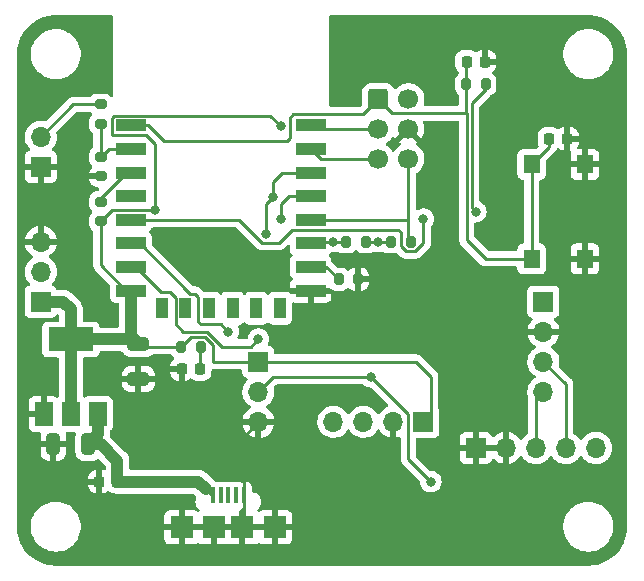
<source format=gtl>
%TF.GenerationSoftware,KiCad,Pcbnew,(6.0.0)*%
%TF.CreationDate,2022-03-13T20:52:07-04:00*%
%TF.ProjectId,esp8266 atmosphere sensor,65737038-3236-4362-9061-746d6f737068,rev?*%
%TF.SameCoordinates,Original*%
%TF.FileFunction,Copper,L1,Top*%
%TF.FilePolarity,Positive*%
%FSLAX46Y46*%
G04 Gerber Fmt 4.6, Leading zero omitted, Abs format (unit mm)*
G04 Created by KiCad (PCBNEW (6.0.0)) date 2022-03-13 20:52:07*
%MOMM*%
%LPD*%
G01*
G04 APERTURE LIST*
G04 Aperture macros list*
%AMRoundRect*
0 Rectangle with rounded corners*
0 $1 Rounding radius*
0 $2 $3 $4 $5 $6 $7 $8 $9 X,Y pos of 4 corners*
0 Add a 4 corners polygon primitive as box body*
4,1,4,$2,$3,$4,$5,$6,$7,$8,$9,$2,$3,0*
0 Add four circle primitives for the rounded corners*
1,1,$1+$1,$2,$3*
1,1,$1+$1,$4,$5*
1,1,$1+$1,$6,$7*
1,1,$1+$1,$8,$9*
0 Add four rect primitives between the rounded corners*
20,1,$1+$1,$2,$3,$4,$5,0*
20,1,$1+$1,$4,$5,$6,$7,0*
20,1,$1+$1,$6,$7,$8,$9,0*
20,1,$1+$1,$8,$9,$2,$3,0*%
G04 Aperture macros list end*
%TA.AperFunction,SMDPad,CuDef*%
%ADD10R,0.400000X1.350000*%
%TD*%
%TA.AperFunction,SMDPad,CuDef*%
%ADD11R,1.900000X1.900000*%
%TD*%
%TA.AperFunction,ComponentPad*%
%ADD12RoundRect,0.250000X-0.600000X-0.600000X0.600000X-0.600000X0.600000X0.600000X-0.600000X0.600000X0*%
%TD*%
%TA.AperFunction,ComponentPad*%
%ADD13C,1.700000*%
%TD*%
%TA.AperFunction,SMDPad,CuDef*%
%ADD14RoundRect,0.218750X-0.218750X-0.256250X0.218750X-0.256250X0.218750X0.256250X-0.218750X0.256250X0*%
%TD*%
%TA.AperFunction,SMDPad,CuDef*%
%ADD15R,2.500000X1.000000*%
%TD*%
%TA.AperFunction,SMDPad,CuDef*%
%ADD16R,1.000000X1.800000*%
%TD*%
%TA.AperFunction,ComponentPad*%
%ADD17R,1.700000X1.700000*%
%TD*%
%TA.AperFunction,ComponentPad*%
%ADD18O,1.700000X1.700000*%
%TD*%
%TA.AperFunction,SMDPad,CuDef*%
%ADD19RoundRect,0.200000X-0.200000X-0.275000X0.200000X-0.275000X0.200000X0.275000X-0.200000X0.275000X0*%
%TD*%
%TA.AperFunction,SMDPad,CuDef*%
%ADD20RoundRect,0.200000X0.200000X0.275000X-0.200000X0.275000X-0.200000X-0.275000X0.200000X-0.275000X0*%
%TD*%
%TA.AperFunction,SMDPad,CuDef*%
%ADD21R,1.500000X2.000000*%
%TD*%
%TA.AperFunction,SMDPad,CuDef*%
%ADD22R,3.800000X2.000000*%
%TD*%
%TA.AperFunction,SMDPad,CuDef*%
%ADD23RoundRect,0.225000X0.225000X0.250000X-0.225000X0.250000X-0.225000X-0.250000X0.225000X-0.250000X0*%
%TD*%
%TA.AperFunction,SMDPad,CuDef*%
%ADD24RoundRect,0.200000X-0.275000X0.200000X-0.275000X-0.200000X0.275000X-0.200000X0.275000X0.200000X0*%
%TD*%
%TA.AperFunction,SMDPad,CuDef*%
%ADD25RoundRect,0.250000X0.325000X0.650000X-0.325000X0.650000X-0.325000X-0.650000X0.325000X-0.650000X0*%
%TD*%
%TA.AperFunction,SMDPad,CuDef*%
%ADD26RoundRect,0.225000X-0.225000X-0.250000X0.225000X-0.250000X0.225000X0.250000X-0.225000X0.250000X0*%
%TD*%
%TA.AperFunction,SMDPad,CuDef*%
%ADD27RoundRect,0.200000X0.275000X-0.200000X0.275000X0.200000X-0.275000X0.200000X-0.275000X-0.200000X0*%
%TD*%
%TA.AperFunction,SMDPad,CuDef*%
%ADD28R,1.400000X1.600000*%
%TD*%
%TA.AperFunction,SMDPad,CuDef*%
%ADD29RoundRect,0.250000X-0.650000X0.325000X-0.650000X-0.325000X0.650000X-0.325000X0.650000X0.325000X0*%
%TD*%
%TA.AperFunction,ViaPad*%
%ADD30C,0.800000*%
%TD*%
%TA.AperFunction,Conductor*%
%ADD31C,0.250000*%
%TD*%
%TA.AperFunction,Conductor*%
%ADD32C,1.000000*%
%TD*%
G04 APERTURE END LIST*
D10*
%TO.P,J2,1,1*%
%TO.N,+5V*%
X13305000Y-37365000D03*
%TO.P,J2,2,2*%
%TO.N,GND*%
X15905000Y-37365000D03*
%TO.P,J2,3,3*%
%TO.N,unconnected-(J2-Pad3)*%
X13955000Y-37365000D03*
%TO.P,J2,4,4*%
%TO.N,unconnected-(J2-Pad4)*%
X14605000Y-37365000D03*
%TO.P,J2,5,5*%
%TO.N,unconnected-(J2-Pad5)*%
X15255000Y-37365000D03*
D11*
%TO.P,J2,MP1,MP1*%
%TO.N,GND*%
X10655000Y-40040000D03*
%TO.P,J2,MP2,MP2*%
X13405000Y-40040000D03*
%TO.P,J2,MP3,MP3*%
X15805000Y-40040000D03*
%TO.P,J2,MP4,MP4*%
X18555000Y-40040000D03*
%TD*%
D12*
%TO.P,J1,1,Pin_1*%
%TO.N,/ESP_RST*%
X27305000Y-3810000D03*
D13*
%TO.P,J1,2,Pin_2*%
%TO.N,+5V*%
X29845000Y-3810000D03*
%TO.P,J1,3,Pin_3*%
%TO.N,/ESP_IO1*%
X27305000Y-6350000D03*
%TO.P,J1,4,Pin_4*%
%TO.N,GND*%
X29845000Y-6350000D03*
%TO.P,J1,5,Pin_5*%
%TO.N,/ESP_IO3*%
X27305000Y-8890000D03*
%TO.P,J1,6,Pin_6*%
%TO.N,/ESP_IO0*%
X29845000Y-8890000D03*
%TD*%
D14*
%TO.P,D1,1,K*%
%TO.N,GND*%
X10642500Y-26670000D03*
%TO.P,D1,2,A*%
%TO.N,Net-(D1-Pad2)*%
X12217500Y-26670000D03*
%TD*%
D15*
%TO.P,U1,1,~{RST}*%
%TO.N,/ESP_RST*%
X6370000Y-6025000D03*
%TO.P,U1,2,ADC*%
%TO.N,/ESP_ADC*%
X6370000Y-8025000D03*
%TO.P,U1,3,EN*%
%TO.N,/ESP_EN*%
X6370000Y-10025000D03*
%TO.P,U1,4,GPIO16*%
%TO.N,/ESP_IO16*%
X6370000Y-12025000D03*
%TO.P,U1,5,GPIO14*%
%TO.N,/ESP_IO14*%
X6370000Y-14025000D03*
%TO.P,U1,6,GPIO12*%
%TO.N,/ESP_IO12*%
X6370000Y-16025000D03*
%TO.P,U1,7,GPIO13*%
%TO.N,/ESP_IO13*%
X6370000Y-18025000D03*
%TO.P,U1,8,VCC*%
%TO.N,+3V3*%
X6370000Y-20025000D03*
D16*
%TO.P,U1,9,CS0*%
%TO.N,unconnected-(U1-Pad9)*%
X8970000Y-21525000D03*
%TO.P,U1,10,MISO*%
%TO.N,unconnected-(U1-Pad10)*%
X10970000Y-21525000D03*
%TO.P,U1,11,GPIO9*%
%TO.N,unconnected-(U1-Pad11)*%
X12970000Y-21525000D03*
%TO.P,U1,12,GPIO10*%
%TO.N,unconnected-(U1-Pad12)*%
X14970000Y-21525000D03*
%TO.P,U1,13,MOSI*%
%TO.N,unconnected-(U1-Pad13)*%
X16970000Y-21525000D03*
%TO.P,U1,14,SCLK*%
%TO.N,unconnected-(U1-Pad14)*%
X18970000Y-21525000D03*
D15*
%TO.P,U1,15,GND*%
%TO.N,GND*%
X21570000Y-20025000D03*
%TO.P,U1,16,GPIO15*%
%TO.N,/ESP_IO15*%
X21570000Y-18025000D03*
%TO.P,U1,17,GPIO2*%
%TO.N,/ESP_IO2*%
X21570000Y-16025000D03*
%TO.P,U1,18,GPIO0*%
%TO.N,/ESP_IO0*%
X21570000Y-14025000D03*
%TO.P,U1,19,GPIO4*%
%TO.N,/ESP_IO4*%
X21570000Y-12025000D03*
%TO.P,U1,20,GPIO5*%
%TO.N,/ESP_IO5*%
X21570000Y-10025000D03*
%TO.P,U1,21,GPIO3/RXD*%
%TO.N,/ESP_IO3*%
X21570000Y-8025000D03*
%TO.P,U1,22,GPIO1/TXD*%
%TO.N,/ESP_IO1*%
X21570000Y-6025000D03*
%TD*%
D17*
%TO.P,J3,1,Pin_1*%
%TO.N,GND*%
X35560000Y-33345000D03*
D18*
%TO.P,J3,2,Pin_2*%
X38100000Y-33345000D03*
%TO.P,J3,3,Pin_3*%
%TO.N,/ESP_IO4*%
X40640000Y-33345000D03*
%TO.P,J3,4,Pin_4*%
%TO.N,/ESP_IO5*%
X43180000Y-33345000D03*
%TO.P,J3,5,Pin_5*%
%TO.N,+3V3*%
X45720000Y-33345000D03*
%TD*%
D17*
%TO.P,J5,1,Pin_1*%
%TO.N,+3V3*%
X17145000Y-26050000D03*
D18*
%TO.P,J5,2,Pin_2*%
%TO.N,/ESP_IO13*%
X17145000Y-28590000D03*
%TO.P,J5,3,Pin_3*%
%TO.N,GND*%
X17145000Y-31130000D03*
%TD*%
D17*
%TO.P,J4,1,Pin_1*%
%TO.N,+3V3*%
X31115000Y-31115000D03*
D18*
%TO.P,J4,2,Pin_2*%
%TO.N,GND*%
X28575000Y-31115000D03*
%TO.P,J4,3,Pin_3*%
%TO.N,/ESP_IO5*%
X26035000Y-31115000D03*
%TO.P,J4,4,Pin_4*%
%TO.N,/ESP_IO4*%
X23495000Y-31115000D03*
%TD*%
D17*
%TO.P,J7,1,Pin_1*%
%TO.N,+3V3*%
X41275000Y-20955000D03*
D18*
%TO.P,J7,2,Pin_2*%
%TO.N,GND*%
X41275000Y-23495000D03*
%TO.P,J7,3,Pin_3*%
%TO.N,/ESP_IO5*%
X41275000Y-26035000D03*
%TO.P,J7,4,Pin_4*%
%TO.N,/ESP_IO4*%
X41275000Y-28575000D03*
%TD*%
D19*
%TO.P,R10,1*%
%TO.N,+3V3*%
X28385000Y-15875000D03*
%TO.P,R10,2*%
%TO.N,/ESP_IO0*%
X30035000Y-15875000D03*
%TD*%
%TO.P,R3,1*%
%TO.N,+3V3*%
X10605000Y-24765000D03*
%TO.P,R3,2*%
%TO.N,Net-(D1-Pad2)*%
X12255000Y-24765000D03*
%TD*%
D20*
%TO.P,R5,1*%
%TO.N,GND*%
X25590000Y-19050000D03*
%TO.P,R5,2*%
%TO.N,/ESP_IO15*%
X23940000Y-19050000D03*
%TD*%
D17*
%TO.P,J8,1,Pin_1*%
%TO.N,+3V3*%
X-1270000Y-20955000D03*
D18*
%TO.P,J8,2,Pin_2*%
%TO.N,+5V*%
X-1270000Y-18415000D03*
%TO.P,J8,3,Pin_3*%
%TO.N,GND*%
X-1270000Y-15875000D03*
%TD*%
D20*
%TO.P,R11,1*%
%TO.N,+3V3*%
X26225000Y-15875000D03*
%TO.P,R11,2*%
%TO.N,/ESP_IO2*%
X24575000Y-15875000D03*
%TD*%
D21*
%TO.P,U2,1,GND*%
%TO.N,GND*%
X-1030000Y-30455000D03*
%TO.P,U2,2,VO*%
%TO.N,+3V3*%
X1270000Y-30455000D03*
D22*
X1270000Y-24155000D03*
D21*
%TO.P,U2,3,VI*%
%TO.N,+5V*%
X3570000Y-30455000D03*
%TD*%
D23*
%TO.P,C2,1*%
%TO.N,+5V*%
X5220000Y-36195000D03*
%TO.P,C2,2*%
%TO.N,GND*%
X3670000Y-36195000D03*
%TD*%
D24*
%TO.P,R1,1*%
%TO.N,/Analog_In*%
X3810000Y-4255000D03*
%TO.P,R1,2*%
%TO.N,/ESP_ADC*%
X3810000Y-5905000D03*
%TD*%
D17*
%TO.P,J6,1,Pin_1*%
%TO.N,GND*%
X-1270000Y-9530000D03*
D18*
%TO.P,J6,2,Pin_2*%
%TO.N,/Analog_In*%
X-1270000Y-6990000D03*
%TD*%
D25*
%TO.P,C3,1*%
%TO.N,+5V*%
X2745000Y-33020000D03*
%TO.P,C3,2*%
%TO.N,GND*%
X-205000Y-33020000D03*
%TD*%
D26*
%TO.P,C9,1*%
%TO.N,/ESP_RST*%
X34785000Y-635000D03*
%TO.P,C9,2*%
%TO.N,GND*%
X36335000Y-635000D03*
%TD*%
D27*
%TO.P,R8,1*%
%TO.N,+3V3*%
X3810000Y-14160000D03*
%TO.P,R8,2*%
%TO.N,/ESP_EN*%
X3810000Y-12510000D03*
%TD*%
D28*
%TO.P,SW1,1,1*%
%TO.N,/ESP_RST*%
X40295000Y-17335000D03*
%TO.P,SW1,2,2*%
X40295000Y-9335000D03*
%TO.P,SW1,3,K*%
%TO.N,GND*%
X44795000Y-17335000D03*
%TO.P,SW1,4,A*%
X44795000Y-9335000D03*
%TD*%
D20*
%TO.P,R9,1*%
%TO.N,+3V3*%
X36385000Y-2540000D03*
%TO.P,R9,2*%
%TO.N,/ESP_RST*%
X34735000Y-2540000D03*
%TD*%
D29*
%TO.P,C1,1*%
%TO.N,+3V3*%
X6985000Y-24560000D03*
%TO.P,C1,2*%
%TO.N,GND*%
X6985000Y-27510000D03*
%TD*%
D24*
%TO.P,R2,1*%
%TO.N,/ESP_ADC*%
X3810000Y-8700000D03*
%TO.P,R2,2*%
%TO.N,GND*%
X3810000Y-10350000D03*
%TD*%
D26*
%TO.P,C4,1*%
%TO.N,/ESP_RST*%
X41760000Y-7165000D03*
%TO.P,C4,2*%
%TO.N,GND*%
X43310000Y-7165000D03*
%TD*%
D30*
%TO.N,GND*%
X44704000Y-19812000D03*
X3556000Y-2794000D03*
X22860000Y-35560000D03*
X-1270000Y-27940000D03*
X1905000Y-17145000D03*
X21082000Y-39878000D03*
%TO.N,+5V*%
X8255000Y-36195000D03*
%TO.N,+3V3*%
X35560000Y-13335000D03*
X8389511Y-13200489D03*
X27305000Y-15875000D03*
X19050000Y-6096000D03*
%TO.N,/ESP_IO14*%
X31115000Y-13970000D03*
%TO.N,/ESP_IO12*%
X14605000Y-23495000D03*
%TO.N,/ESP_IO13*%
X26670000Y-27305000D03*
X17145000Y-24130000D03*
X31750000Y-36195000D03*
%TO.N,/ESP_IO2*%
X23495000Y-15875000D03*
%TO.N,/ESP_IO4*%
X19050000Y-13970000D03*
%TO.N,/ESP_IO5*%
X18415000Y-12065000D03*
X17780000Y-15240000D03*
%TD*%
D31*
%TO.N,/ESP_EN*%
X3810000Y-12510000D02*
X3810000Y-12185978D01*
X5970978Y-10025000D02*
X6370000Y-10025000D01*
X3810000Y-12185978D02*
X5970978Y-10025000D01*
%TO.N,GND*%
X15905000Y-37365000D02*
X15905000Y-32370000D01*
X15905000Y-39940000D02*
X15805000Y-40040000D01*
X15905000Y-32370000D02*
X17145000Y-31130000D01*
X15905000Y-37365000D02*
X15905000Y-39940000D01*
D32*
%TO.N,+5V*%
X12065000Y-36195000D02*
X12700000Y-36830000D01*
X3810000Y-33020000D02*
X5220000Y-34430000D01*
X3570000Y-32195000D02*
X2745000Y-33020000D01*
D31*
X13235000Y-37365000D02*
X12700000Y-36830000D01*
D32*
X5220000Y-36195000D02*
X8255000Y-36195000D01*
D31*
X13305000Y-37365000D02*
X13235000Y-37365000D01*
D32*
X3570000Y-30455000D02*
X3570000Y-32195000D01*
X2745000Y-33020000D02*
X3810000Y-33020000D01*
X5220000Y-34430000D02*
X5220000Y-36195000D01*
X8255000Y-36195000D02*
X12065000Y-36195000D01*
D31*
%TO.N,/ESP_IO1*%
X27305000Y-6350000D02*
X21895000Y-6350000D01*
X21895000Y-6350000D02*
X21570000Y-6025000D01*
%TO.N,/ESP_IO3*%
X27305000Y-8890000D02*
X22435000Y-8890000D01*
X22435000Y-8890000D02*
X21570000Y-8025000D01*
%TO.N,/ESP_IO0*%
X29845000Y-13970000D02*
X29845000Y-8890000D01*
X29790000Y-14025000D02*
X29845000Y-13970000D01*
X21570000Y-14025000D02*
X29790000Y-14025000D01*
X30035000Y-15875000D02*
X29845000Y-15685000D01*
X29845000Y-15685000D02*
X29845000Y-13970000D01*
%TO.N,+3V3*%
X11404520Y-23965480D02*
X12672263Y-23965480D01*
X13350000Y-26050000D02*
X17145000Y-26050000D01*
X30495000Y-26050000D02*
X31750000Y-27305000D01*
X4959511Y-5200489D02*
X4795489Y-5364511D01*
X36385000Y-2985000D02*
X35234520Y-4135480D01*
D32*
X635000Y-20955000D02*
X-1270000Y-20955000D01*
D31*
X35234520Y-4135480D02*
X35234520Y-13009520D01*
X19050000Y-6096000D02*
X18154489Y-5200489D01*
X4769511Y-13200489D02*
X8389511Y-13200489D01*
X35234520Y-13009520D02*
X35560000Y-13335000D01*
X17145000Y-26050000D02*
X30495000Y-26050000D01*
D32*
X1270000Y-24155000D02*
X1270000Y-21590000D01*
D31*
X3810000Y-14160000D02*
X3810000Y-17864022D01*
D32*
X1270000Y-30455000D02*
X1270000Y-24155000D01*
D31*
X8389511Y-7645489D02*
X8389511Y-13200489D01*
X3810000Y-17864022D02*
X5970978Y-20025000D01*
D32*
X6370000Y-20025000D02*
X6370000Y-24110000D01*
D31*
X31750000Y-30480000D02*
X31750000Y-27305000D01*
D32*
X1270000Y-24155000D02*
X6325000Y-24155000D01*
D31*
X5970978Y-20025000D02*
X6370000Y-20025000D01*
D32*
X6580000Y-24155000D02*
X6985000Y-24560000D01*
D31*
X8890000Y-24765000D02*
X7190000Y-24765000D01*
D32*
X6370000Y-24110000D02*
X6325000Y-24155000D01*
D31*
X4795489Y-5364511D02*
X4795489Y-6849511D01*
X18154489Y-5200489D02*
X4959511Y-5200489D01*
X7593533Y-6849511D02*
X8389511Y-7645489D01*
X27305000Y-15875000D02*
X26225000Y-15875000D01*
X10605000Y-24765000D02*
X8890000Y-24765000D01*
X3810000Y-14160000D02*
X4769511Y-13200489D01*
X27305000Y-15875000D02*
X28385000Y-15875000D01*
D32*
X6325000Y-24155000D02*
X6580000Y-24155000D01*
D31*
X12672263Y-23965480D02*
X13335000Y-24628217D01*
D32*
X1270000Y-21590000D02*
X635000Y-20955000D01*
D31*
X10605000Y-24765000D02*
X11404520Y-23965480D01*
X13335000Y-26035000D02*
X13350000Y-26050000D01*
X31115000Y-31115000D02*
X31750000Y-30480000D01*
X4795489Y-6849511D02*
X7593533Y-6849511D01*
X7190000Y-24765000D02*
X6985000Y-24560000D01*
X36385000Y-2540000D02*
X36385000Y-2985000D01*
X13335000Y-24628217D02*
X13335000Y-26035000D01*
%TO.N,/ESP_IO14*%
X18880489Y-15964511D02*
X19995489Y-14849511D01*
X17479897Y-15964511D02*
X18880489Y-15964511D01*
X15540386Y-14025000D02*
X17479897Y-15964511D01*
X6370000Y-14025000D02*
X15540386Y-14025000D01*
X29210000Y-16266783D02*
X29617737Y-16674520D01*
X19995489Y-14849511D02*
X29004991Y-14849511D01*
X30452263Y-16674520D02*
X31115000Y-16011783D01*
X29210000Y-15054520D02*
X29210000Y-16266783D01*
X29004991Y-14849511D02*
X29210000Y-15054520D01*
X29617737Y-16674520D02*
X30452263Y-16674520D01*
X31115000Y-16011783D02*
X31115000Y-13970000D01*
%TO.N,/ESP_IO12*%
X13970000Y-22860000D02*
X14605000Y-23495000D01*
X11395489Y-20300489D02*
X11794511Y-20300489D01*
X12065000Y-22669022D02*
X12255978Y-22860000D01*
X12065000Y-20570978D02*
X12065000Y-22669022D01*
X12255978Y-22860000D02*
X13970000Y-22860000D01*
X7120000Y-16025000D02*
X11395489Y-20300489D01*
X6370000Y-16025000D02*
X7120000Y-16025000D01*
X11794511Y-20300489D02*
X12065000Y-20570978D01*
%TO.N,/ESP_IO13*%
X8890000Y-20145978D02*
X9640000Y-20145978D01*
X26670000Y-27305000D02*
X18430000Y-27305000D01*
X6769022Y-18025000D02*
X8890000Y-20145978D01*
X6370000Y-18025000D02*
X6769022Y-18025000D01*
X14107501Y-24765000D02*
X16510000Y-24765000D01*
X12837501Y-23495000D02*
X14107501Y-24765000D01*
X26670000Y-27305000D02*
X29845000Y-30480000D01*
X18430000Y-27305000D02*
X17145000Y-28590000D01*
X10145489Y-20651467D02*
X10145489Y-22845489D01*
X10795000Y-23495000D02*
X12837501Y-23495000D01*
X29845000Y-34290000D02*
X31750000Y-36195000D01*
X29845000Y-30480000D02*
X29845000Y-34290000D01*
X10145489Y-22845489D02*
X10795000Y-23495000D01*
X16510000Y-24765000D02*
X17145000Y-24130000D01*
X9640000Y-20145978D02*
X10145489Y-20651467D01*
%TO.N,/ESP_IO15*%
X22915000Y-18025000D02*
X23940000Y-19050000D01*
X21570000Y-18025000D02*
X22915000Y-18025000D01*
%TO.N,/ESP_IO2*%
X24575000Y-15875000D02*
X23495000Y-15875000D01*
X23495000Y-15875000D02*
X21720000Y-15875000D01*
X21720000Y-15875000D02*
X21570000Y-16025000D01*
%TO.N,/ESP_IO4*%
X40640000Y-29210000D02*
X41275000Y-28575000D01*
X21570000Y-12025000D02*
X19725000Y-12025000D01*
X19050000Y-12700000D02*
X19050000Y-13970000D01*
X40640000Y-33345000D02*
X40640000Y-29210000D01*
X19725000Y-12025000D02*
X19050000Y-12700000D01*
%TO.N,/ESP_IO5*%
X19185000Y-10025000D02*
X18415000Y-10795000D01*
X17780000Y-12700000D02*
X17780000Y-15240000D01*
X18415000Y-10795000D02*
X18415000Y-12065000D01*
X18415000Y-12065000D02*
X17780000Y-12700000D01*
X21570000Y-10025000D02*
X19185000Y-10025000D01*
X43180000Y-27940000D02*
X41275000Y-26035000D01*
X43180000Y-33345000D02*
X43180000Y-27940000D01*
%TO.N,/ESP_RST*%
X28479511Y-4984511D02*
X27305000Y-3810000D01*
X34785000Y-15735000D02*
X36385000Y-17335000D01*
X41760000Y-7870000D02*
X40295000Y-9335000D01*
X27305000Y-3810000D02*
X26035000Y-5080000D01*
X34740489Y-679511D02*
X34785000Y-635000D01*
X9144000Y-7366000D02*
X7803000Y-6025000D01*
X26035000Y-5080000D02*
X20115978Y-5080000D01*
X34785000Y-6210000D02*
X34785000Y-4940000D01*
X41760000Y-7165000D02*
X41760000Y-7870000D01*
X19558000Y-7366000D02*
X9144000Y-7366000D01*
X19812000Y-5383978D02*
X19812000Y-7112000D01*
X34740489Y-4984511D02*
X28479511Y-4984511D01*
X19812000Y-7112000D02*
X19558000Y-7366000D01*
X20115978Y-5080000D02*
X19812000Y-5383978D01*
X40295000Y-17335000D02*
X40295000Y-9335000D01*
X34740489Y-4984511D02*
X34740489Y-679511D01*
X36385000Y-17335000D02*
X40295000Y-17335000D01*
X7803000Y-6025000D02*
X6370000Y-6025000D01*
X34785000Y-6210000D02*
X34785000Y-15735000D01*
X34785000Y-4940000D02*
X34740489Y-4984511D01*
%TO.N,Net-(D1-Pad2)*%
X12217500Y-26670000D02*
X12217500Y-24802500D01*
X12217500Y-24802500D02*
X12255000Y-24765000D01*
%TO.N,/Analog_In*%
X3810000Y-4255000D02*
X1465000Y-4255000D01*
X1465000Y-4255000D02*
X-1270000Y-6990000D01*
%TO.N,/ESP_ADC*%
X4485000Y-8025000D02*
X6370000Y-8025000D01*
X3810000Y-8700000D02*
X4485000Y-8025000D01*
X3810000Y-8700000D02*
X3810000Y-5905000D01*
%TD*%
%TA.AperFunction,Conductor*%
%TO.N,GND*%
G36*
X4768121Y3281998D02*
G01*
X4814614Y3228342D01*
X4826000Y3176000D01*
X4826000Y-3489790D01*
X4805998Y-3557911D01*
X4752342Y-3604404D01*
X4682068Y-3614508D01*
X4617488Y-3585014D01*
X4610905Y-3578885D01*
X4525381Y-3493361D01*
X4378699Y-3404528D01*
X4371452Y-3402257D01*
X4371450Y-3402256D01*
X4302268Y-3380576D01*
X4215062Y-3353247D01*
X4141635Y-3346500D01*
X4138737Y-3346500D01*
X3809140Y-3346501D01*
X3478366Y-3346501D01*
X3475508Y-3346764D01*
X3475499Y-3346764D01*
X3439996Y-3350026D01*
X3404938Y-3353247D01*
X3398560Y-3355246D01*
X3398559Y-3355246D01*
X3248550Y-3402256D01*
X3248548Y-3402257D01*
X3241301Y-3404528D01*
X3094619Y-3493361D01*
X3003385Y-3584595D01*
X2941073Y-3618621D01*
X2914290Y-3621500D01*
X1543767Y-3621500D01*
X1532584Y-3620973D01*
X1525091Y-3619298D01*
X1517165Y-3619547D01*
X1517164Y-3619547D01*
X1457014Y-3621438D01*
X1453055Y-3621500D01*
X1425144Y-3621500D01*
X1421210Y-3621997D01*
X1421209Y-3621997D01*
X1421144Y-3622005D01*
X1409307Y-3622938D01*
X1377490Y-3623938D01*
X1373029Y-3624078D01*
X1365110Y-3624327D01*
X1347454Y-3629456D01*
X1345658Y-3629978D01*
X1326306Y-3633986D01*
X1319235Y-3634880D01*
X1306203Y-3636526D01*
X1298834Y-3639443D01*
X1298832Y-3639444D01*
X1265097Y-3652800D01*
X1253869Y-3656645D01*
X1211407Y-3668982D01*
X1204584Y-3673017D01*
X1204582Y-3673018D01*
X1193972Y-3679293D01*
X1176224Y-3687988D01*
X1157383Y-3695448D01*
X1150967Y-3700110D01*
X1150966Y-3700110D01*
X1121613Y-3721436D01*
X1111693Y-3727952D01*
X1080465Y-3746420D01*
X1080462Y-3746422D01*
X1073638Y-3750458D01*
X1059317Y-3764779D01*
X1044284Y-3777619D01*
X1027893Y-3789528D01*
X1022842Y-3795634D01*
X999702Y-3823605D01*
X991712Y-3832384D01*
X-812655Y-5636750D01*
X-874967Y-5670776D01*
X-923846Y-5671702D01*
X-1136627Y-5633800D01*
X-1136633Y-5633799D01*
X-1141716Y-5632894D01*
X-1215548Y-5631992D01*
X-1359919Y-5630228D01*
X-1359921Y-5630228D01*
X-1365089Y-5630165D01*
X-1585909Y-5663955D01*
X-1798244Y-5733357D01*
X-1996393Y-5836507D01*
X-2000526Y-5839610D01*
X-2000529Y-5839612D01*
X-2102211Y-5915957D01*
X-2175035Y-5970635D01*
X-2178607Y-5974373D01*
X-2279617Y-6080074D01*
X-2329371Y-6132138D01*
X-2332285Y-6136410D01*
X-2332286Y-6136411D01*
X-2370134Y-6191894D01*
X-2455257Y-6316680D01*
X-2472285Y-6353364D01*
X-2520529Y-6457298D01*
X-2549312Y-6519305D01*
X-2609011Y-6734570D01*
X-2632749Y-6956695D01*
X-2632452Y-6961848D01*
X-2632452Y-6961851D01*
X-2620188Y-7174547D01*
X-2619890Y-7179715D01*
X-2618753Y-7184761D01*
X-2618752Y-7184767D01*
X-2606949Y-7237137D01*
X-2570778Y-7397639D01*
X-2532539Y-7491811D01*
X-2500308Y-7571186D01*
X-2486734Y-7604616D01*
X-2460983Y-7646638D01*
X-2396355Y-7752101D01*
X-2370013Y-7795088D01*
X-2223750Y-7963938D01*
X-2219775Y-7967238D01*
X-2219769Y-7967244D01*
X-2214575Y-7971556D01*
X-2174941Y-8030460D01*
X-2173445Y-8101441D01*
X-2210561Y-8161962D01*
X-2250832Y-8186480D01*
X-2358054Y-8226676D01*
X-2373649Y-8235214D01*
X-2475724Y-8311715D01*
X-2488285Y-8324276D01*
X-2564786Y-8426351D01*
X-2573324Y-8441946D01*
X-2618478Y-8562394D01*
X-2622105Y-8577649D01*
X-2627631Y-8628514D01*
X-2628000Y-8635328D01*
X-2628000Y-9257885D01*
X-2623525Y-9273124D01*
X-2622135Y-9274329D01*
X-2614452Y-9276000D01*
X69884Y-9276000D01*
X85123Y-9271525D01*
X86328Y-9270135D01*
X87999Y-9262452D01*
X87999Y-8635331D01*
X87629Y-8628510D01*
X82105Y-8577648D01*
X78479Y-8562396D01*
X33324Y-8441946D01*
X24786Y-8426351D01*
X-51715Y-8324276D01*
X-64276Y-8311715D01*
X-166351Y-8235214D01*
X-181946Y-8226676D01*
X-292187Y-8185348D01*
X-348951Y-8142706D01*
X-373651Y-8076145D01*
X-358443Y-8006796D01*
X-336896Y-7978115D01*
X-235570Y-7877144D01*
X-235560Y-7877132D01*
X-231904Y-7873489D01*
X-172406Y-7790689D01*
X-104847Y-7696669D01*
X-101547Y-7692077D01*
X-66812Y-7621797D01*
X-4864Y-7496453D01*
X-4863Y-7496451D01*
X-2570Y-7491811D01*
X62370Y-7278069D01*
X91529Y-7056590D01*
X91611Y-7053240D01*
X93074Y-6993365D01*
X93074Y-6993361D01*
X93156Y-6990000D01*
X74852Y-6767361D01*
X46821Y-6655765D01*
X49625Y-6584823D01*
X79930Y-6535974D01*
X880158Y-5735747D01*
X1690500Y-4925405D01*
X1752812Y-4891379D01*
X1779595Y-4888500D01*
X2914290Y-4888500D01*
X2982411Y-4908502D01*
X3003385Y-4925405D01*
X3068885Y-4990905D01*
X3102911Y-5053217D01*
X3097846Y-5124032D01*
X3068885Y-5169095D01*
X2973361Y-5264619D01*
X2884528Y-5411301D01*
X2833247Y-5574938D01*
X2826500Y-5648365D01*
X2826501Y-6161634D01*
X2826764Y-6164492D01*
X2826764Y-6164501D01*
X2828636Y-6184876D01*
X2833247Y-6235062D01*
X2835246Y-6241440D01*
X2835246Y-6241441D01*
X2869267Y-6350000D01*
X2884528Y-6398699D01*
X2973361Y-6545381D01*
X3094619Y-6666639D01*
X3101120Y-6670576D01*
X3115771Y-6679449D01*
X3163678Y-6731846D01*
X3176500Y-6787225D01*
X3176500Y-7817775D01*
X3156498Y-7885896D01*
X3115771Y-7925551D01*
X3094619Y-7938361D01*
X2973361Y-8059619D01*
X2884528Y-8206301D01*
X2882257Y-8213548D01*
X2882256Y-8213550D01*
X2862199Y-8277551D01*
X2833247Y-8369938D01*
X2826500Y-8443365D01*
X2826501Y-8956634D01*
X2826764Y-8959492D01*
X2826764Y-8959501D01*
X2829153Y-8985500D01*
X2833247Y-9030062D01*
X2884528Y-9193699D01*
X2973361Y-9340381D01*
X3069239Y-9436259D01*
X3103265Y-9498571D01*
X3098200Y-9569386D01*
X3069239Y-9614449D01*
X2979131Y-9704557D01*
X2969824Y-9716426D01*
X2888921Y-9850012D01*
X2882715Y-9863757D01*
X2835744Y-10013644D01*
X2833131Y-10026694D01*
X2828087Y-10081586D01*
X2831475Y-10093124D01*
X2832865Y-10094329D01*
X2840548Y-10096000D01*
X3938000Y-10096000D01*
X4006121Y-10116002D01*
X4052614Y-10169658D01*
X4064000Y-10222000D01*
X4064000Y-10478000D01*
X4043998Y-10546121D01*
X3990342Y-10592614D01*
X3938000Y-10604000D01*
X2845116Y-10604000D01*
X2829877Y-10608475D01*
X2828672Y-10609865D01*
X2827709Y-10614294D01*
X2833132Y-10673315D01*
X2835743Y-10686351D01*
X2882715Y-10836243D01*
X2888921Y-10849988D01*
X2969824Y-10983574D01*
X2979131Y-10995443D01*
X3089557Y-11105869D01*
X3101426Y-11115176D01*
X3235012Y-11196079D01*
X3248757Y-11202285D01*
X3398644Y-11249256D01*
X3411694Y-11251869D01*
X3475521Y-11257734D01*
X3481309Y-11258000D01*
X3537883Y-11258000D01*
X3606004Y-11278002D01*
X3652497Y-11331658D01*
X3662601Y-11401932D01*
X3633107Y-11466512D01*
X3626978Y-11473095D01*
X3532826Y-11567247D01*
X3470514Y-11601273D01*
X3455258Y-11603624D01*
X3404938Y-11608247D01*
X3398560Y-11610246D01*
X3398559Y-11610246D01*
X3248550Y-11657256D01*
X3248548Y-11657257D01*
X3241301Y-11659528D01*
X3094619Y-11748361D01*
X2973361Y-11869619D01*
X2884528Y-12016301D01*
X2882257Y-12023548D01*
X2882256Y-12023550D01*
X2864276Y-12080925D01*
X2833247Y-12179938D01*
X2826500Y-12253365D01*
X2826501Y-12766634D01*
X2826764Y-12769492D01*
X2826764Y-12769501D01*
X2827627Y-12778891D01*
X2833247Y-12840062D01*
X2884528Y-13003699D01*
X2973361Y-13150381D01*
X3068885Y-13245905D01*
X3102911Y-13308217D01*
X3097846Y-13379032D01*
X3068885Y-13424095D01*
X2973361Y-13519619D01*
X2884528Y-13666301D01*
X2833247Y-13829938D01*
X2826500Y-13903365D01*
X2826501Y-14416634D01*
X2826764Y-14419492D01*
X2826764Y-14419501D01*
X2830026Y-14455004D01*
X2833247Y-14490062D01*
X2835246Y-14496440D01*
X2835246Y-14496441D01*
X2873094Y-14617212D01*
X2884528Y-14653699D01*
X2973361Y-14800381D01*
X3094619Y-14921639D01*
X3101120Y-14925576D01*
X3115771Y-14934449D01*
X3163678Y-14986846D01*
X3176500Y-15042225D01*
X3176500Y-17785255D01*
X3175973Y-17796438D01*
X3174298Y-17803931D01*
X3174547Y-17811857D01*
X3174547Y-17811858D01*
X3176438Y-17872008D01*
X3176500Y-17875967D01*
X3176500Y-17903878D01*
X3176997Y-17907812D01*
X3176997Y-17907813D01*
X3177005Y-17907878D01*
X3177938Y-17919715D01*
X3179327Y-17963911D01*
X3184978Y-17983361D01*
X3188987Y-18002722D01*
X3191526Y-18022819D01*
X3194445Y-18030190D01*
X3194445Y-18030192D01*
X3207804Y-18063934D01*
X3211649Y-18075164D01*
X3221443Y-18108876D01*
X3223982Y-18117615D01*
X3228015Y-18124434D01*
X3228017Y-18124439D01*
X3234293Y-18135050D01*
X3242988Y-18152798D01*
X3250448Y-18171639D01*
X3255110Y-18178055D01*
X3255110Y-18178056D01*
X3276436Y-18207409D01*
X3282952Y-18217329D01*
X3299504Y-18245316D01*
X3305458Y-18255384D01*
X3319779Y-18269705D01*
X3332619Y-18284738D01*
X3344528Y-18301129D01*
X3378605Y-18329320D01*
X3387384Y-18337310D01*
X4574595Y-19524521D01*
X4608621Y-19586833D01*
X4611500Y-19613616D01*
X4611500Y-20573134D01*
X4618255Y-20635316D01*
X4669385Y-20771705D01*
X4756739Y-20888261D01*
X4873295Y-20975615D01*
X5009684Y-21026745D01*
X5071866Y-21033500D01*
X5235500Y-21033500D01*
X5303621Y-21053502D01*
X5350114Y-21107158D01*
X5361500Y-21159500D01*
X5361500Y-23020500D01*
X5341498Y-23088621D01*
X5287842Y-23135114D01*
X5235500Y-23146500D01*
X3794493Y-23146500D01*
X3726372Y-23126498D01*
X3679879Y-23072842D01*
X3672457Y-23051237D01*
X3671745Y-23044684D01*
X3668972Y-23037285D01*
X3623767Y-22916703D01*
X3620615Y-22908295D01*
X3533261Y-22791739D01*
X3416705Y-22704385D01*
X3280316Y-22653255D01*
X3218134Y-22646500D01*
X2404500Y-22646500D01*
X2336379Y-22626498D01*
X2289886Y-22572842D01*
X2278500Y-22520500D01*
X2278500Y-21651850D01*
X2279237Y-21638242D01*
X2282659Y-21606739D01*
X2283325Y-21600612D01*
X2278947Y-21550570D01*
X2278621Y-21545788D01*
X2278500Y-21543310D01*
X2278500Y-21540231D01*
X2278201Y-21537177D01*
X2278200Y-21537166D01*
X2274313Y-21497529D01*
X2274191Y-21496215D01*
X2266623Y-21409718D01*
X2266087Y-21403587D01*
X2264600Y-21398468D01*
X2264080Y-21393167D01*
X2237209Y-21304166D01*
X2236874Y-21303033D01*
X2212630Y-21219586D01*
X2212628Y-21219582D01*
X2210909Y-21213664D01*
X2208456Y-21208932D01*
X2206916Y-21203831D01*
X2204022Y-21198388D01*
X2163269Y-21121740D01*
X2162657Y-21120574D01*
X2122729Y-21043547D01*
X2119892Y-21038074D01*
X2116569Y-21033911D01*
X2114066Y-21029204D01*
X2106113Y-21019452D01*
X2055261Y-20957102D01*
X2054433Y-20956075D01*
X2025469Y-20919792D01*
X2025464Y-20919787D01*
X2023262Y-20917028D01*
X2020761Y-20914527D01*
X2020119Y-20913809D01*
X2016406Y-20909461D01*
X1999115Y-20888261D01*
X1989065Y-20875938D01*
X1984323Y-20872015D01*
X1984321Y-20872013D01*
X1953727Y-20846703D01*
X1944947Y-20838713D01*
X1391855Y-20285621D01*
X1382753Y-20275478D01*
X1362897Y-20250782D01*
X1359032Y-20245975D01*
X1320578Y-20213708D01*
X1316931Y-20210528D01*
X1315119Y-20208885D01*
X1312925Y-20206691D01*
X1279651Y-20179358D01*
X1278853Y-20178696D01*
X1207526Y-20118846D01*
X1202856Y-20116278D01*
X1198739Y-20112897D01*
X1140855Y-20081860D01*
X1116914Y-20069023D01*
X1115755Y-20068394D01*
X1039619Y-20026538D01*
X1039611Y-20026535D01*
X1034213Y-20023567D01*
X1029131Y-20021955D01*
X1024437Y-20019438D01*
X935469Y-19992238D01*
X934441Y-19991918D01*
X845694Y-19963765D01*
X840398Y-19963171D01*
X835302Y-19961613D01*
X742743Y-19952210D01*
X741607Y-19952089D01*
X707992Y-19948319D01*
X695270Y-19946892D01*
X695266Y-19946892D01*
X691773Y-19946500D01*
X688246Y-19946500D01*
X687261Y-19946445D01*
X681581Y-19945998D01*
X652175Y-19943011D01*
X644663Y-19942248D01*
X644661Y-19942248D01*
X638538Y-19941626D01*
X596259Y-19945623D01*
X592891Y-19945941D01*
X581033Y-19946500D01*
X151009Y-19946500D01*
X82888Y-19926498D01*
X36395Y-19872842D01*
X34097Y-19867306D01*
X33767Y-19866703D01*
X30615Y-19858295D01*
X-56739Y-19741739D01*
X-173295Y-19654385D01*
X-193029Y-19646987D01*
X-291797Y-19609960D01*
X-348561Y-19567318D01*
X-373261Y-19500756D01*
X-358053Y-19431408D01*
X-336507Y-19402727D01*
X-241925Y-19308475D01*
X-231904Y-19298489D01*
X-223609Y-19286946D01*
X-104565Y-19121277D01*
X-101547Y-19117077D01*
X-31632Y-18975615D01*
X-4864Y-18921453D01*
X-4863Y-18921451D01*
X-2570Y-18916811D01*
X44071Y-18763297D01*
X60865Y-18708023D01*
X60865Y-18708021D01*
X62370Y-18703069D01*
X91529Y-18481590D01*
X93156Y-18415000D01*
X74852Y-18192361D01*
X20431Y-17975702D01*
X-68646Y-17770840D01*
X-108094Y-17709862D01*
X-187178Y-17587617D01*
X-187180Y-17587614D01*
X-189986Y-17583277D01*
X-340330Y-17418051D01*
X-344381Y-17414852D01*
X-344385Y-17414848D01*
X-511586Y-17282800D01*
X-511590Y-17282798D01*
X-515641Y-17279598D01*
X-520276Y-17277039D01*
X-542788Y-17264612D01*
X-557431Y-17256529D01*
X-607402Y-17206097D01*
X-622174Y-17136654D01*
X-597058Y-17070248D01*
X-569706Y-17043641D01*
X-394672Y-16918792D01*
X-386800Y-16912139D01*
X-235948Y-16761812D01*
X-229270Y-16753965D01*
X-104997Y-16581020D01*
X-99687Y-16572183D01*
X-5330Y-16381267D01*
X-1531Y-16371672D01*
X60377Y-16167910D01*
X62555Y-16157837D01*
X63986Y-16146962D01*
X61775Y-16132778D01*
X48617Y-16129000D01*
X-2586775Y-16129000D01*
X-2600306Y-16132973D01*
X-2601743Y-16142966D01*
X-2571435Y-16277446D01*
X-2568355Y-16287275D01*
X-2488230Y-16484603D01*
X-2483587Y-16493794D01*
X-2372306Y-16675388D01*
X-2366223Y-16683699D01*
X-2226787Y-16844667D01*
X-2219420Y-16851883D01*
X-2055566Y-16987916D01*
X-2047119Y-16993831D01*
X-1978031Y-17034203D01*
X-1929307Y-17085842D01*
X-1916236Y-17155625D01*
X-1942967Y-17221396D01*
X-1983416Y-17254752D01*
X-1996393Y-17261507D01*
X-2000526Y-17264610D01*
X-2000529Y-17264612D01*
X-2170900Y-17392530D01*
X-2175035Y-17395635D01*
X-2329371Y-17557138D01*
X-2332285Y-17561410D01*
X-2332286Y-17561411D01*
X-2355107Y-17594865D01*
X-2455257Y-17741680D01*
X-2470997Y-17775590D01*
X-2545549Y-17936199D01*
X-2549312Y-17944305D01*
X-2609011Y-18159570D01*
X-2632749Y-18381695D01*
X-2632452Y-18386848D01*
X-2632452Y-18386851D01*
X-2627006Y-18481301D01*
X-2619890Y-18604715D01*
X-2618753Y-18609761D01*
X-2618752Y-18609767D01*
X-2609305Y-18651685D01*
X-2570778Y-18822639D01*
X-2509327Y-18973976D01*
X-2497922Y-19002062D01*
X-2486734Y-19029616D01*
X-2370013Y-19220088D01*
X-2223750Y-19388938D01*
X-2219770Y-19392242D01*
X-2215019Y-19396187D01*
X-2175384Y-19455090D01*
X-2173887Y-19526071D01*
X-2211003Y-19586593D01*
X-2251276Y-19611112D01*
X-2366705Y-19654385D01*
X-2483261Y-19741739D01*
X-2570615Y-19858295D01*
X-2621745Y-19994684D01*
X-2628500Y-20056866D01*
X-2628500Y-21853134D01*
X-2621745Y-21915316D01*
X-2570615Y-22051705D01*
X-2483261Y-22168261D01*
X-2366705Y-22255615D01*
X-2230316Y-22306745D01*
X-2168134Y-22313500D01*
X-371866Y-22313500D01*
X-309684Y-22306745D01*
X-173295Y-22255615D01*
X-56739Y-22168261D01*
X30615Y-22051705D01*
X31771Y-22052571D01*
X75237Y-22009202D01*
X144628Y-21994187D01*
X211120Y-22019071D01*
X253604Y-22075954D01*
X261500Y-22119856D01*
X261500Y-22520500D01*
X241498Y-22588621D01*
X187842Y-22635114D01*
X135500Y-22646500D01*
X-678134Y-22646500D01*
X-740316Y-22653255D01*
X-876705Y-22704385D01*
X-993261Y-22791739D01*
X-1080615Y-22908295D01*
X-1131745Y-23044684D01*
X-1138500Y-23106866D01*
X-1138500Y-25203134D01*
X-1131745Y-25265316D01*
X-1080615Y-25401705D01*
X-993261Y-25518261D01*
X-876705Y-25605615D01*
X-740316Y-25656745D01*
X-678134Y-25663500D01*
X135500Y-25663500D01*
X203621Y-25683502D01*
X250114Y-25737158D01*
X261500Y-25789500D01*
X261500Y-28950198D01*
X241498Y-29018319D01*
X211068Y-29051021D01*
X195145Y-29062955D01*
X128641Y-29087801D01*
X59259Y-29072748D01*
X44018Y-29062953D01*
X-26352Y-29010214D01*
X-41946Y-29001676D01*
X-162394Y-28956522D01*
X-177649Y-28952895D01*
X-228514Y-28947369D01*
X-235328Y-28947000D01*
X-757885Y-28947000D01*
X-773124Y-28951475D01*
X-774329Y-28952865D01*
X-776000Y-28960548D01*
X-776000Y-30583000D01*
X-796002Y-30651121D01*
X-849658Y-30697614D01*
X-902000Y-30709000D01*
X-2269884Y-30709000D01*
X-2285123Y-30713475D01*
X-2286328Y-30714865D01*
X-2287999Y-30722548D01*
X-2287999Y-31499669D01*
X-2287629Y-31506490D01*
X-2282105Y-31557352D01*
X-2278479Y-31572604D01*
X-2233324Y-31693054D01*
X-2224786Y-31708649D01*
X-2148285Y-31810724D01*
X-2135724Y-31823285D01*
X-2033649Y-31899786D01*
X-2018054Y-31908324D01*
X-1897606Y-31953478D01*
X-1882351Y-31957105D01*
X-1831486Y-31962631D01*
X-1824672Y-31963000D01*
X-1368182Y-31963000D01*
X-1300061Y-31983002D01*
X-1253568Y-32036658D01*
X-1243464Y-32106932D01*
X-1248589Y-32128667D01*
X-1275137Y-32208707D01*
X-1278005Y-32222086D01*
X-1287672Y-32316438D01*
X-1288000Y-32322855D01*
X-1288000Y-32747885D01*
X-1283525Y-32763124D01*
X-1282135Y-32764329D01*
X-1274452Y-32766000D01*
X859884Y-32766000D01*
X875123Y-32761525D01*
X876328Y-32760135D01*
X877999Y-32752452D01*
X877999Y-32322905D01*
X877662Y-32316386D01*
X867743Y-32220794D01*
X864850Y-32207397D01*
X838821Y-32129375D01*
X836237Y-32058426D01*
X872421Y-31997342D01*
X935886Y-31965518D01*
X958345Y-31963500D01*
X1581125Y-31963500D01*
X1649246Y-31983502D01*
X1695739Y-32037158D01*
X1705843Y-32107432D01*
X1700718Y-32129166D01*
X1679011Y-32194612D01*
X1672203Y-32215139D01*
X1671503Y-32221975D01*
X1671502Y-32221978D01*
X1668091Y-32255275D01*
X1661500Y-32319600D01*
X1661500Y-33720400D01*
X1661837Y-33723646D01*
X1661837Y-33723650D01*
X1671752Y-33819206D01*
X1672474Y-33826166D01*
X1674655Y-33832702D01*
X1674655Y-33832704D01*
X1690216Y-33879346D01*
X1728450Y-33993946D01*
X1821522Y-34144348D01*
X1946697Y-34269305D01*
X1952927Y-34273145D01*
X1952928Y-34273146D01*
X2090288Y-34357816D01*
X2097262Y-34362115D01*
X2157123Y-34381970D01*
X2258611Y-34415632D01*
X2258613Y-34415632D01*
X2265139Y-34417797D01*
X2271975Y-34418497D01*
X2271978Y-34418498D01*
X2315031Y-34422909D01*
X2369600Y-34428500D01*
X3120400Y-34428500D01*
X3123646Y-34428163D01*
X3123650Y-34428163D01*
X3219308Y-34418238D01*
X3219312Y-34418237D01*
X3226166Y-34417526D01*
X3232702Y-34415345D01*
X3232704Y-34415345D01*
X3364806Y-34371272D01*
X3393946Y-34361550D01*
X3513798Y-34287383D01*
X3582250Y-34268545D01*
X3650020Y-34289706D01*
X3669196Y-34305431D01*
X4174595Y-34810829D01*
X4208620Y-34873142D01*
X4211500Y-34899925D01*
X4211500Y-35103140D01*
X4191498Y-35171261D01*
X4137842Y-35217754D01*
X4067568Y-35227858D01*
X4057986Y-35225600D01*
X4057911Y-35225951D01*
X4037810Y-35221642D01*
X3946903Y-35212328D01*
X3941874Y-35212071D01*
X3926876Y-35216475D01*
X3925671Y-35217865D01*
X3924000Y-35225548D01*
X3924000Y-37159885D01*
X3928475Y-37175124D01*
X3929865Y-37176329D01*
X3937548Y-37178000D01*
X3940438Y-37178000D01*
X3946953Y-37177663D01*
X4039057Y-37168106D01*
X4052456Y-37165212D01*
X4201107Y-37115619D01*
X4214286Y-37109445D01*
X4347173Y-37027212D01*
X4364311Y-37013629D01*
X4365841Y-37015559D01*
X4417880Y-36987097D01*
X4488699Y-36992113D01*
X4525617Y-37015799D01*
X4526372Y-37014843D01*
X4532118Y-37019381D01*
X4537298Y-37024552D01*
X4543528Y-37028392D01*
X4543529Y-37028393D01*
X4675020Y-37109445D01*
X4682899Y-37114302D01*
X4845243Y-37168149D01*
X4852080Y-37168849D01*
X4852082Y-37168850D01*
X4893401Y-37173083D01*
X4946268Y-37178500D01*
X4965417Y-37178500D01*
X4997328Y-37183440D01*
X4997402Y-37183090D01*
X5003431Y-37184371D01*
X5009306Y-37186235D01*
X5012837Y-37186631D01*
X5016232Y-37187682D01*
X5110707Y-37197611D01*
X5111421Y-37197689D01*
X5163227Y-37203500D01*
X5165800Y-37203500D01*
X5169776Y-37203820D01*
X5206796Y-37207711D01*
X5206798Y-37207711D01*
X5212925Y-37208355D01*
X5260570Y-37204019D01*
X5271990Y-37203500D01*
X11595074Y-37203500D01*
X11663195Y-37223502D01*
X11684169Y-37240404D01*
X11864117Y-37420351D01*
X11898142Y-37482663D01*
X11893721Y-37551714D01*
X11839736Y-37703320D01*
X11839735Y-37703325D01*
X11837374Y-37709955D01*
X11816561Y-37884496D01*
X11834935Y-38059310D01*
X11837204Y-38065976D01*
X11837205Y-38065979D01*
X11881894Y-38197250D01*
X11891582Y-38225709D01*
X11895272Y-38231707D01*
X11895273Y-38231709D01*
X11979994Y-38369421D01*
X11979997Y-38369424D01*
X11983687Y-38375423D01*
X12106671Y-38501011D01*
X12112599Y-38504831D01*
X12118051Y-38509278D01*
X12116448Y-38511243D01*
X12155203Y-38556073D01*
X12165227Y-38626358D01*
X12135660Y-38690905D01*
X12116096Y-38709109D01*
X12105566Y-38717001D01*
X12039060Y-38741850D01*
X11969677Y-38726798D01*
X11954435Y-38717002D01*
X11858648Y-38645214D01*
X11843054Y-38636676D01*
X11722606Y-38591522D01*
X11707351Y-38587895D01*
X11656486Y-38582369D01*
X11649672Y-38582000D01*
X10927115Y-38582000D01*
X10911876Y-38586475D01*
X10910671Y-38587865D01*
X10909000Y-38595548D01*
X10909000Y-39767885D01*
X10913475Y-39783124D01*
X10914865Y-39784329D01*
X10922548Y-39786000D01*
X15532885Y-39786000D01*
X15548124Y-39781525D01*
X15549329Y-39780135D01*
X15551000Y-39772452D01*
X15551000Y-38668000D01*
X15571002Y-38599879D01*
X15624658Y-38553386D01*
X15677000Y-38542000D01*
X15686885Y-38542000D01*
X15702124Y-38537525D01*
X15703329Y-38536135D01*
X15705495Y-38526177D01*
X15739520Y-38463865D01*
X15753050Y-38452134D01*
X15773589Y-38436741D01*
X15818261Y-38403261D01*
X15823642Y-38396081D01*
X15824690Y-38395033D01*
X15887002Y-38361007D01*
X15957817Y-38366072D01*
X16003807Y-38395969D01*
X16043734Y-38436741D01*
X16077104Y-38499407D01*
X16071297Y-38570166D01*
X16062719Y-38584452D01*
X16059000Y-38601548D01*
X16059000Y-39767885D01*
X16063475Y-39783124D01*
X16064865Y-39784329D01*
X16072548Y-39786000D01*
X18282885Y-39786000D01*
X18298124Y-39781525D01*
X18299329Y-39780135D01*
X18301000Y-39772452D01*
X18301000Y-39767885D01*
X18809000Y-39767885D01*
X18813475Y-39783124D01*
X18814865Y-39784329D01*
X18822548Y-39786000D01*
X19994884Y-39786000D01*
X20010123Y-39781525D01*
X20011328Y-39780135D01*
X20012999Y-39772452D01*
X20012999Y-39045331D01*
X20012629Y-39038510D01*
X20007105Y-38987648D01*
X20003479Y-38972396D01*
X19958324Y-38851946D01*
X19949786Y-38836351D01*
X19873285Y-38734276D01*
X19860724Y-38721715D01*
X19758649Y-38645214D01*
X19743054Y-38636676D01*
X19622606Y-38591522D01*
X19607351Y-38587895D01*
X19556486Y-38582369D01*
X19549672Y-38582000D01*
X18827115Y-38582000D01*
X18811876Y-38586475D01*
X18810671Y-38587865D01*
X18809000Y-38595548D01*
X18809000Y-39767885D01*
X18301000Y-39767885D01*
X18301000Y-38600116D01*
X18296525Y-38584877D01*
X18295135Y-38583672D01*
X18287452Y-38582001D01*
X17560331Y-38582001D01*
X17553510Y-38582371D01*
X17502648Y-38587895D01*
X17487396Y-38591521D01*
X17366946Y-38636676D01*
X17351352Y-38645214D01*
X17255565Y-38717002D01*
X17189059Y-38741850D01*
X17119676Y-38726797D01*
X17104433Y-38717000D01*
X17094018Y-38709194D01*
X17051504Y-38652334D01*
X17046480Y-38581515D01*
X17080541Y-38519223D01*
X17089713Y-38511056D01*
X17094749Y-38507909D01*
X17101696Y-38501011D01*
X17214478Y-38389013D01*
X17219475Y-38384051D01*
X17224951Y-38375423D01*
X17309882Y-38241591D01*
X17313661Y-38235637D01*
X17372626Y-38070045D01*
X17393439Y-37895504D01*
X17375065Y-37720690D01*
X17372795Y-37714021D01*
X17320687Y-37560955D01*
X17320686Y-37560952D01*
X17318418Y-37554291D01*
X17247204Y-37438534D01*
X17230006Y-37410579D01*
X17230003Y-37410576D01*
X17226313Y-37404577D01*
X17103329Y-37278989D01*
X16955576Y-37183769D01*
X16948953Y-37181358D01*
X16948950Y-37181357D01*
X16797023Y-37126060D01*
X16797018Y-37126059D01*
X16790400Y-37123650D01*
X16752033Y-37118803D01*
X16723206Y-37115161D01*
X16658130Y-37086779D01*
X16618729Y-37027719D01*
X16612999Y-36990155D01*
X16612999Y-36645331D01*
X16612629Y-36638510D01*
X16607105Y-36587648D01*
X16603479Y-36572396D01*
X16558324Y-36451946D01*
X16549786Y-36436351D01*
X16473285Y-36334276D01*
X16460724Y-36321715D01*
X16358649Y-36245214D01*
X16343054Y-36236676D01*
X16222606Y-36191522D01*
X16207351Y-36187895D01*
X16156486Y-36182369D01*
X16149672Y-36182000D01*
X16123115Y-36182000D01*
X16107876Y-36186475D01*
X16106671Y-36187865D01*
X16105000Y-36195548D01*
X16105000Y-36331116D01*
X16084998Y-36399237D01*
X16031342Y-36445730D01*
X15961068Y-36455834D01*
X15896488Y-36426340D01*
X15878174Y-36406681D01*
X15856953Y-36378365D01*
X15818261Y-36326739D01*
X15754240Y-36278758D01*
X15711725Y-36221899D01*
X15708909Y-36213430D01*
X15700525Y-36184877D01*
X15699135Y-36183672D01*
X15691452Y-36182001D01*
X15660331Y-36182001D01*
X15653510Y-36182371D01*
X15594793Y-36188748D01*
X15594495Y-36186002D01*
X15565554Y-36186060D01*
X15565316Y-36188255D01*
X15506531Y-36181869D01*
X15503134Y-36181500D01*
X15006866Y-36181500D01*
X15003469Y-36181869D01*
X14967044Y-36185826D01*
X14944684Y-36188255D01*
X14944420Y-36185826D01*
X14915580Y-36185826D01*
X14915316Y-36188255D01*
X14856531Y-36181869D01*
X14853134Y-36181500D01*
X14356866Y-36181500D01*
X14353469Y-36181869D01*
X14317044Y-36185826D01*
X14294684Y-36188255D01*
X14294420Y-36185826D01*
X14265580Y-36185826D01*
X14265316Y-36188255D01*
X14206531Y-36181869D01*
X14203134Y-36181500D01*
X13706866Y-36181500D01*
X13703469Y-36181869D01*
X13667044Y-36185826D01*
X13644684Y-36188255D01*
X13644420Y-36185826D01*
X13615580Y-36185826D01*
X13615316Y-36188255D01*
X13556531Y-36181869D01*
X13553134Y-36181500D01*
X13529924Y-36181500D01*
X13461803Y-36161498D01*
X13440829Y-36144595D01*
X12821855Y-35525621D01*
X12812753Y-35515478D01*
X12792897Y-35490782D01*
X12789032Y-35485975D01*
X12750578Y-35453708D01*
X12746931Y-35450528D01*
X12745119Y-35448885D01*
X12742925Y-35446691D01*
X12709651Y-35419358D01*
X12708853Y-35418696D01*
X12637526Y-35358846D01*
X12632856Y-35356278D01*
X12628739Y-35352897D01*
X12546914Y-35309023D01*
X12545755Y-35308394D01*
X12469619Y-35266538D01*
X12469611Y-35266535D01*
X12464213Y-35263567D01*
X12459131Y-35261955D01*
X12454437Y-35259438D01*
X12365469Y-35232238D01*
X12364441Y-35231918D01*
X12275694Y-35203765D01*
X12270398Y-35203171D01*
X12265302Y-35201613D01*
X12172743Y-35192210D01*
X12171607Y-35192089D01*
X12137992Y-35188319D01*
X12125270Y-35186892D01*
X12125266Y-35186892D01*
X12121773Y-35186500D01*
X12118246Y-35186500D01*
X12117261Y-35186445D01*
X12111581Y-35185998D01*
X12082175Y-35183011D01*
X12074663Y-35182248D01*
X12074661Y-35182248D01*
X12068538Y-35181626D01*
X12026259Y-35185623D01*
X12022891Y-35185941D01*
X12011033Y-35186500D01*
X6354500Y-35186500D01*
X6286379Y-35166498D01*
X6239886Y-35112842D01*
X6228500Y-35060500D01*
X6228500Y-34491842D01*
X6229237Y-34478235D01*
X6232659Y-34446737D01*
X6232659Y-34446732D01*
X6233324Y-34440611D01*
X6231114Y-34415345D01*
X6228950Y-34390609D01*
X6228621Y-34385784D01*
X6228500Y-34383313D01*
X6228500Y-34380231D01*
X6225114Y-34345699D01*
X6224309Y-34337489D01*
X6224187Y-34336174D01*
X6220790Y-34297352D01*
X6216087Y-34243587D01*
X6214600Y-34238468D01*
X6214080Y-34233167D01*
X6187209Y-34144166D01*
X6186874Y-34143033D01*
X6162630Y-34059586D01*
X6162628Y-34059582D01*
X6160909Y-34053664D01*
X6158456Y-34048932D01*
X6156916Y-34043831D01*
X6136194Y-34004857D01*
X6113269Y-33961740D01*
X6112657Y-33960574D01*
X6072729Y-33883547D01*
X6069892Y-33878074D01*
X6066569Y-33873911D01*
X6064066Y-33869204D01*
X6005245Y-33797082D01*
X6004554Y-33796226D01*
X5973262Y-33757027D01*
X5970758Y-33754523D01*
X5970116Y-33753805D01*
X5966415Y-33749472D01*
X5939065Y-33715938D01*
X5903737Y-33686712D01*
X5894958Y-33678723D01*
X4610236Y-32394002D01*
X4576211Y-32331690D01*
X4574116Y-32290864D01*
X4578107Y-32255275D01*
X4578500Y-32251773D01*
X4578500Y-32248245D01*
X4578555Y-32247261D01*
X4579002Y-32241581D01*
X4583374Y-32198538D01*
X4579059Y-32152891D01*
X4578500Y-32141033D01*
X4578500Y-31959802D01*
X4598502Y-31891681D01*
X4628935Y-31858976D01*
X4676081Y-31823642D01*
X4683261Y-31818261D01*
X4770615Y-31701705D01*
X4821745Y-31565316D01*
X4828500Y-31503134D01*
X4828500Y-31397966D01*
X15813257Y-31397966D01*
X15843565Y-31532446D01*
X15846645Y-31542275D01*
X15926770Y-31739603D01*
X15931413Y-31748794D01*
X16042694Y-31930388D01*
X16048777Y-31938699D01*
X16188213Y-32099667D01*
X16195580Y-32106883D01*
X16359434Y-32242916D01*
X16367881Y-32248831D01*
X16551756Y-32356279D01*
X16561042Y-32360729D01*
X16760001Y-32436703D01*
X16769899Y-32439579D01*
X16873250Y-32460606D01*
X16887299Y-32459410D01*
X16891000Y-32449065D01*
X16891000Y-32448517D01*
X17399000Y-32448517D01*
X17403064Y-32462359D01*
X17416478Y-32464393D01*
X17423184Y-32463534D01*
X17433262Y-32461392D01*
X17637255Y-32400191D01*
X17646842Y-32396433D01*
X17838095Y-32302739D01*
X17846945Y-32297464D01*
X18020328Y-32173792D01*
X18028200Y-32167139D01*
X18179052Y-32016812D01*
X18185730Y-32008965D01*
X18310003Y-31836020D01*
X18315313Y-31827183D01*
X18409670Y-31636267D01*
X18413469Y-31626672D01*
X18475377Y-31422910D01*
X18477555Y-31412837D01*
X18478986Y-31401962D01*
X18476775Y-31387778D01*
X18463617Y-31384000D01*
X17417115Y-31384000D01*
X17401876Y-31388475D01*
X17400671Y-31389865D01*
X17399000Y-31397548D01*
X17399000Y-32448517D01*
X16891000Y-32448517D01*
X16891000Y-31402115D01*
X16886525Y-31386876D01*
X16885135Y-31385671D01*
X16877452Y-31384000D01*
X15828225Y-31384000D01*
X15814694Y-31387973D01*
X15813257Y-31397966D01*
X4828500Y-31397966D01*
X4828500Y-29406866D01*
X4821745Y-29344684D01*
X4770615Y-29208295D01*
X4683261Y-29091739D01*
X4566705Y-29004385D01*
X4430316Y-28953255D01*
X4368134Y-28946500D01*
X2771866Y-28946500D01*
X2709684Y-28953255D01*
X2573295Y-29004385D01*
X2495563Y-29062642D01*
X2429059Y-29087489D01*
X2359677Y-29072436D01*
X2344442Y-29062646D01*
X2328932Y-29051022D01*
X2286419Y-28994163D01*
X2278500Y-28950198D01*
X2278500Y-27882095D01*
X5577001Y-27882095D01*
X5577338Y-27888614D01*
X5587257Y-27984206D01*
X5590149Y-27997600D01*
X5641588Y-28151784D01*
X5647761Y-28164962D01*
X5733063Y-28302807D01*
X5742099Y-28314208D01*
X5856829Y-28428739D01*
X5868240Y-28437751D01*
X6006243Y-28522816D01*
X6019424Y-28528963D01*
X6173710Y-28580138D01*
X6187086Y-28583005D01*
X6281438Y-28592672D01*
X6287854Y-28593000D01*
X6712885Y-28593000D01*
X6728124Y-28588525D01*
X6729329Y-28587135D01*
X6731000Y-28579452D01*
X6731000Y-28574884D01*
X7239000Y-28574884D01*
X7243475Y-28590123D01*
X7244865Y-28591328D01*
X7252548Y-28592999D01*
X7682095Y-28592999D01*
X7688614Y-28592662D01*
X7784206Y-28582743D01*
X7797600Y-28579851D01*
X7951784Y-28528412D01*
X7964962Y-28522239D01*
X8102807Y-28436937D01*
X8114208Y-28427901D01*
X8228739Y-28313171D01*
X8237751Y-28301760D01*
X8322816Y-28163757D01*
X8328963Y-28150576D01*
X8380138Y-27996290D01*
X8383005Y-27982914D01*
X8392672Y-27888562D01*
X8393000Y-27882146D01*
X8393000Y-27782115D01*
X8388525Y-27766876D01*
X8387135Y-27765671D01*
X8379452Y-27764000D01*
X7257115Y-27764000D01*
X7241876Y-27768475D01*
X7240671Y-27769865D01*
X7239000Y-27777548D01*
X7239000Y-28574884D01*
X6731000Y-28574884D01*
X6731000Y-27782115D01*
X6726525Y-27766876D01*
X6725135Y-27765671D01*
X6717452Y-27764000D01*
X5595116Y-27764000D01*
X5579877Y-27768475D01*
X5578672Y-27769865D01*
X5577001Y-27777548D01*
X5577001Y-27882095D01*
X2278500Y-27882095D01*
X2278500Y-27237885D01*
X5577000Y-27237885D01*
X5581475Y-27253124D01*
X5582865Y-27254329D01*
X5590548Y-27256000D01*
X6712885Y-27256000D01*
X6728124Y-27251525D01*
X6729329Y-27250135D01*
X6731000Y-27242452D01*
X6731000Y-27237885D01*
X7239000Y-27237885D01*
X7243475Y-27253124D01*
X7244865Y-27254329D01*
X7252548Y-27256000D01*
X8374884Y-27256000D01*
X8390123Y-27251525D01*
X8391328Y-27250135D01*
X8392999Y-27242452D01*
X8392999Y-27137905D01*
X8392662Y-27131386D01*
X8382743Y-27035794D01*
X8379851Y-27022400D01*
X8362792Y-26971266D01*
X9697000Y-26971266D01*
X9697337Y-26977782D01*
X9706804Y-27069021D01*
X9709697Y-27082417D01*
X9758830Y-27229687D01*
X9765004Y-27242866D01*
X9846470Y-27374514D01*
X9855506Y-27385915D01*
X9965080Y-27495298D01*
X9976491Y-27504310D01*
X10108291Y-27585553D01*
X10121468Y-27591697D01*
X10268843Y-27640579D01*
X10282210Y-27643445D01*
X10371700Y-27652614D01*
X10385624Y-27648525D01*
X10386829Y-27647135D01*
X10388500Y-27639452D01*
X10388500Y-26942115D01*
X10384025Y-26926876D01*
X10382635Y-26925671D01*
X10374952Y-26924000D01*
X9715115Y-26924000D01*
X9699876Y-26928475D01*
X9698671Y-26929865D01*
X9697000Y-26937548D01*
X9697000Y-26971266D01*
X8362792Y-26971266D01*
X8328412Y-26868216D01*
X8322239Y-26855038D01*
X8236937Y-26717193D01*
X8227901Y-26705792D01*
X8113171Y-26591261D01*
X8101760Y-26582249D01*
X7963757Y-26497184D01*
X7950576Y-26491037D01*
X7796290Y-26439862D01*
X7782914Y-26436995D01*
X7688562Y-26427328D01*
X7682145Y-26427000D01*
X7257115Y-26427000D01*
X7241876Y-26431475D01*
X7240671Y-26432865D01*
X7239000Y-26440548D01*
X7239000Y-27237885D01*
X6731000Y-27237885D01*
X6731000Y-26445116D01*
X6726525Y-26429877D01*
X6725135Y-26428672D01*
X6717452Y-26427001D01*
X6287905Y-26427001D01*
X6281386Y-26427338D01*
X6185794Y-26437257D01*
X6172400Y-26440149D01*
X6018216Y-26491588D01*
X6005038Y-26497761D01*
X5867193Y-26583063D01*
X5855792Y-26592099D01*
X5741261Y-26706829D01*
X5732249Y-26718240D01*
X5647184Y-26856243D01*
X5641037Y-26869424D01*
X5589862Y-27023710D01*
X5586995Y-27037086D01*
X5577328Y-27131438D01*
X5577000Y-27137855D01*
X5577000Y-27237885D01*
X2278500Y-27237885D01*
X2278500Y-25789500D01*
X2298502Y-25721379D01*
X2352158Y-25674886D01*
X2404500Y-25663500D01*
X3218134Y-25663500D01*
X3280316Y-25656745D01*
X3416705Y-25605615D01*
X3533261Y-25518261D01*
X3620615Y-25401705D01*
X3662304Y-25290500D01*
X3668972Y-25272714D01*
X3668973Y-25272711D01*
X3671745Y-25265316D01*
X3672372Y-25259547D01*
X3707126Y-25198709D01*
X3770081Y-25165887D01*
X3794493Y-25163500D01*
X5545125Y-25163500D01*
X5613246Y-25183502D01*
X5652269Y-25223197D01*
X5736522Y-25359348D01*
X5861697Y-25484305D01*
X5867927Y-25488145D01*
X5867928Y-25488146D01*
X6005090Y-25572694D01*
X6012262Y-25577115D01*
X6069992Y-25596263D01*
X6173611Y-25630632D01*
X6173613Y-25630632D01*
X6180139Y-25632797D01*
X6186975Y-25633497D01*
X6186978Y-25633498D01*
X6226596Y-25637557D01*
X6284600Y-25643500D01*
X7685400Y-25643500D01*
X7688646Y-25643163D01*
X7688650Y-25643163D01*
X7784308Y-25633238D01*
X7784312Y-25633237D01*
X7791166Y-25632526D01*
X7797702Y-25630345D01*
X7797704Y-25630345D01*
X7929806Y-25586272D01*
X7958946Y-25576550D01*
X8109348Y-25483478D01*
X8114521Y-25478296D01*
X8114526Y-25478292D01*
X8157260Y-25435483D01*
X8219542Y-25401403D01*
X8246433Y-25398500D01*
X9722775Y-25398500D01*
X9790896Y-25418502D01*
X9830551Y-25459229D01*
X9843361Y-25480381D01*
X9964619Y-25601639D01*
X9971119Y-25605576D01*
X9971121Y-25605577D01*
X9985849Y-25614496D01*
X10033757Y-25666892D01*
X10045731Y-25736872D01*
X10017971Y-25802216D01*
X9986884Y-25829417D01*
X9975483Y-25836472D01*
X9964085Y-25845506D01*
X9854702Y-25955080D01*
X9845690Y-25966491D01*
X9764447Y-26098291D01*
X9758303Y-26111468D01*
X9709421Y-26258843D01*
X9706555Y-26272210D01*
X9697328Y-26362270D01*
X9697000Y-26368685D01*
X9697000Y-26397885D01*
X9701475Y-26413124D01*
X9702865Y-26414329D01*
X9710548Y-26416000D01*
X10770500Y-26416000D01*
X10838621Y-26436002D01*
X10885114Y-26489658D01*
X10896500Y-26542000D01*
X10896500Y-27634885D01*
X10900975Y-27650124D01*
X10902365Y-27651329D01*
X10909321Y-27652842D01*
X10912782Y-27652663D01*
X11004021Y-27643196D01*
X11017417Y-27640303D01*
X11164687Y-27591170D01*
X11177866Y-27584996D01*
X11309514Y-27503530D01*
X11320915Y-27494494D01*
X11340533Y-27474842D01*
X11402816Y-27440763D01*
X11473636Y-27445766D01*
X11518723Y-27474686D01*
X11538451Y-27494379D01*
X11544947Y-27500864D01*
X11551177Y-27504704D01*
X11551178Y-27504705D01*
X11574828Y-27519283D01*
X11689308Y-27589849D01*
X11696256Y-27592154D01*
X11696257Y-27592154D01*
X11843738Y-27641072D01*
X11843740Y-27641072D01*
X11850269Y-27643238D01*
X11950428Y-27653500D01*
X12484572Y-27653500D01*
X12487818Y-27653163D01*
X12487822Y-27653163D01*
X12521603Y-27649658D01*
X12585982Y-27642978D01*
X12746849Y-27589308D01*
X12891055Y-27500071D01*
X13010864Y-27380053D01*
X13099849Y-27235692D01*
X13107366Y-27213030D01*
X13151072Y-27081262D01*
X13151072Y-27081260D01*
X13153238Y-27074731D01*
X13163500Y-26974572D01*
X13163500Y-26809500D01*
X13183502Y-26741379D01*
X13237158Y-26694886D01*
X13289500Y-26683500D01*
X13290224Y-26683500D01*
X13309934Y-26685051D01*
X13329943Y-26688220D01*
X13337835Y-26687474D01*
X13373961Y-26684059D01*
X13385819Y-26683500D01*
X15660500Y-26683500D01*
X15728621Y-26703502D01*
X15775114Y-26757158D01*
X15786500Y-26809500D01*
X15786500Y-26948134D01*
X15793255Y-27010316D01*
X15844385Y-27146705D01*
X15931739Y-27263261D01*
X16048295Y-27350615D01*
X16056704Y-27353767D01*
X16056705Y-27353768D01*
X16165451Y-27394535D01*
X16222216Y-27437176D01*
X16246916Y-27503738D01*
X16231709Y-27573087D01*
X16212316Y-27599568D01*
X16103535Y-27713401D01*
X16085629Y-27732138D01*
X16082715Y-27736410D01*
X16082714Y-27736411D01*
X16059893Y-27769865D01*
X15959743Y-27916680D01*
X15928399Y-27984206D01*
X15870334Y-28109297D01*
X15865688Y-28119305D01*
X15805989Y-28334570D01*
X15782251Y-28556695D01*
X15782548Y-28561848D01*
X15782548Y-28561851D01*
X15788011Y-28656590D01*
X15795110Y-28779715D01*
X15796247Y-28784761D01*
X15796248Y-28784767D01*
X15816119Y-28872939D01*
X15844222Y-28997639D01*
X15880706Y-29087489D01*
X15925513Y-29197835D01*
X15928266Y-29204616D01*
X15930965Y-29209020D01*
X16018914Y-29352540D01*
X16044987Y-29395088D01*
X16191250Y-29563938D01*
X16363126Y-29706632D01*
X16422763Y-29741481D01*
X16436955Y-29749774D01*
X16485679Y-29801412D01*
X16498750Y-29871195D01*
X16472019Y-29936967D01*
X16431562Y-29970327D01*
X16423457Y-29974546D01*
X16414738Y-29980036D01*
X16244433Y-30107905D01*
X16236726Y-30114748D01*
X16089590Y-30268717D01*
X16083104Y-30276727D01*
X15963098Y-30452649D01*
X15958000Y-30461623D01*
X15868338Y-30654783D01*
X15864775Y-30664470D01*
X15809389Y-30864183D01*
X15810912Y-30872607D01*
X15823292Y-30876000D01*
X18463344Y-30876000D01*
X18476875Y-30872027D01*
X18478180Y-30862947D01*
X18436214Y-30695875D01*
X18432894Y-30686124D01*
X18347972Y-30490814D01*
X18343105Y-30481739D01*
X18227426Y-30302926D01*
X18221136Y-30294757D01*
X18077806Y-30137240D01*
X18070273Y-30130215D01*
X17903139Y-29998222D01*
X17894556Y-29992520D01*
X17857602Y-29972120D01*
X17807631Y-29921687D01*
X17792859Y-29852245D01*
X17817975Y-29785839D01*
X17845327Y-29759232D01*
X17870213Y-29741481D01*
X18024860Y-29631173D01*
X18183096Y-29473489D01*
X18196891Y-29454292D01*
X18310435Y-29296277D01*
X18313453Y-29292077D01*
X18320867Y-29277077D01*
X18410136Y-29096453D01*
X18410137Y-29096451D01*
X18412430Y-29091811D01*
X18454786Y-28952402D01*
X18475865Y-28883023D01*
X18475865Y-28883021D01*
X18477370Y-28878069D01*
X18506529Y-28656590D01*
X18508156Y-28590000D01*
X18489852Y-28367361D01*
X18461821Y-28255765D01*
X18464625Y-28184823D01*
X18494930Y-28135974D01*
X18655499Y-27975405D01*
X18717811Y-27941379D01*
X18744594Y-27938500D01*
X25961800Y-27938500D01*
X26029921Y-27958502D01*
X26049147Y-27974843D01*
X26049420Y-27974540D01*
X26054332Y-27978963D01*
X26058747Y-27983866D01*
X26213248Y-28096118D01*
X26219276Y-28098802D01*
X26219278Y-28098803D01*
X26265327Y-28119305D01*
X26387712Y-28173794D01*
X26481113Y-28193647D01*
X26568056Y-28212128D01*
X26568061Y-28212128D01*
X26574513Y-28213500D01*
X26630406Y-28213500D01*
X26698527Y-28233502D01*
X26719501Y-28250405D01*
X28113597Y-29644502D01*
X28147623Y-29706814D01*
X28142558Y-29777630D01*
X28100011Y-29834465D01*
X28063645Y-29853363D01*
X28051863Y-29857214D01*
X28042359Y-29861209D01*
X27853463Y-29959542D01*
X27844738Y-29965036D01*
X27674433Y-30092905D01*
X27666726Y-30099748D01*
X27519590Y-30253717D01*
X27513109Y-30261722D01*
X27408498Y-30415074D01*
X27353587Y-30460076D01*
X27283062Y-30468247D01*
X27219315Y-30436993D01*
X27198618Y-30412509D01*
X27117822Y-30287617D01*
X27117820Y-30287614D01*
X27115014Y-30283277D01*
X26964670Y-30118051D01*
X26960619Y-30114852D01*
X26960615Y-30114848D01*
X26793414Y-29982800D01*
X26793410Y-29982798D01*
X26789359Y-29979598D01*
X26780208Y-29974546D01*
X26705796Y-29933469D01*
X26593789Y-29871638D01*
X26588920Y-29869914D01*
X26588916Y-29869912D01*
X26388087Y-29798795D01*
X26388083Y-29798794D01*
X26383212Y-29797069D01*
X26378119Y-29796162D01*
X26378116Y-29796161D01*
X26168373Y-29758800D01*
X26168367Y-29758799D01*
X26163284Y-29757894D01*
X26089452Y-29756992D01*
X25945081Y-29755228D01*
X25945079Y-29755228D01*
X25939911Y-29755165D01*
X25719091Y-29788955D01*
X25506756Y-29858357D01*
X25308607Y-29961507D01*
X25304474Y-29964610D01*
X25304471Y-29964612D01*
X25134100Y-30092530D01*
X25129965Y-30095635D01*
X25126393Y-30099373D01*
X25034881Y-30195135D01*
X24975629Y-30257138D01*
X24868201Y-30414621D01*
X24813293Y-30459621D01*
X24742768Y-30467792D01*
X24679021Y-30436538D01*
X24658324Y-30412054D01*
X24577822Y-30287617D01*
X24577820Y-30287614D01*
X24575014Y-30283277D01*
X24424670Y-30118051D01*
X24420619Y-30114852D01*
X24420615Y-30114848D01*
X24253414Y-29982800D01*
X24253410Y-29982798D01*
X24249359Y-29979598D01*
X24240208Y-29974546D01*
X24165796Y-29933469D01*
X24053789Y-29871638D01*
X24048920Y-29869914D01*
X24048916Y-29869912D01*
X23848087Y-29798795D01*
X23848083Y-29798794D01*
X23843212Y-29797069D01*
X23838119Y-29796162D01*
X23838116Y-29796161D01*
X23628373Y-29758800D01*
X23628367Y-29758799D01*
X23623284Y-29757894D01*
X23549452Y-29756992D01*
X23405081Y-29755228D01*
X23405079Y-29755228D01*
X23399911Y-29755165D01*
X23179091Y-29788955D01*
X22966756Y-29858357D01*
X22768607Y-29961507D01*
X22764474Y-29964610D01*
X22764471Y-29964612D01*
X22594100Y-30092530D01*
X22589965Y-30095635D01*
X22586393Y-30099373D01*
X22494881Y-30195135D01*
X22435629Y-30257138D01*
X22432720Y-30261403D01*
X22432714Y-30261411D01*
X22347556Y-30386249D01*
X22309743Y-30441680D01*
X22215688Y-30644305D01*
X22155989Y-30859570D01*
X22132251Y-31081695D01*
X22145110Y-31304715D01*
X22146247Y-31309761D01*
X22146248Y-31309767D01*
X22162978Y-31384000D01*
X22194222Y-31522639D01*
X22214511Y-31572604D01*
X22269851Y-31708891D01*
X22278266Y-31729616D01*
X22327969Y-31810724D01*
X22392291Y-31915688D01*
X22394987Y-31920088D01*
X22541250Y-32088938D01*
X22649075Y-32178456D01*
X22700072Y-32220794D01*
X22713126Y-32231632D01*
X22906000Y-32344338D01*
X22910825Y-32346180D01*
X22910826Y-32346181D01*
X22968394Y-32368164D01*
X23114692Y-32424030D01*
X23119760Y-32425061D01*
X23119763Y-32425062D01*
X23210458Y-32443514D01*
X23333597Y-32468567D01*
X23338772Y-32468757D01*
X23338774Y-32468757D01*
X23551673Y-32476564D01*
X23551677Y-32476564D01*
X23556837Y-32476753D01*
X23561957Y-32476097D01*
X23561959Y-32476097D01*
X23773288Y-32449025D01*
X23773289Y-32449025D01*
X23778416Y-32448368D01*
X23784926Y-32446415D01*
X23987429Y-32385661D01*
X23987434Y-32385659D01*
X23992384Y-32384174D01*
X24192994Y-32285896D01*
X24374860Y-32156173D01*
X24533096Y-31998489D01*
X24541087Y-31987369D01*
X24663453Y-31817077D01*
X24664776Y-31818028D01*
X24711645Y-31774857D01*
X24781580Y-31762625D01*
X24847026Y-31790144D01*
X24874875Y-31821994D01*
X24934987Y-31920088D01*
X25081250Y-32088938D01*
X25189075Y-32178456D01*
X25240072Y-32220794D01*
X25253126Y-32231632D01*
X25446000Y-32344338D01*
X25450825Y-32346180D01*
X25450826Y-32346181D01*
X25508394Y-32368164D01*
X25654692Y-32424030D01*
X25659760Y-32425061D01*
X25659763Y-32425062D01*
X25750458Y-32443514D01*
X25873597Y-32468567D01*
X25878772Y-32468757D01*
X25878774Y-32468757D01*
X26091673Y-32476564D01*
X26091677Y-32476564D01*
X26096837Y-32476753D01*
X26101957Y-32476097D01*
X26101959Y-32476097D01*
X26313288Y-32449025D01*
X26313289Y-32449025D01*
X26318416Y-32448368D01*
X26324926Y-32446415D01*
X26527429Y-32385661D01*
X26527434Y-32385659D01*
X26532384Y-32384174D01*
X26732994Y-32285896D01*
X26914860Y-32156173D01*
X27073096Y-31998489D01*
X27081087Y-31987369D01*
X27203453Y-31817077D01*
X27204640Y-31817930D01*
X27251960Y-31774362D01*
X27321897Y-31762145D01*
X27387338Y-31789678D01*
X27415166Y-31821511D01*
X27472694Y-31915388D01*
X27478777Y-31923699D01*
X27618213Y-32084667D01*
X27625580Y-32091883D01*
X27789434Y-32227916D01*
X27797881Y-32233831D01*
X27981756Y-32341279D01*
X27991042Y-32345729D01*
X28190001Y-32421703D01*
X28199899Y-32424579D01*
X28303250Y-32445606D01*
X28317299Y-32444410D01*
X28321000Y-32434065D01*
X28321000Y-30987000D01*
X28341002Y-30918879D01*
X28394658Y-30872386D01*
X28447000Y-30861000D01*
X28703000Y-30861000D01*
X28771121Y-30881002D01*
X28817614Y-30934658D01*
X28829000Y-30987000D01*
X28829000Y-32433517D01*
X28833064Y-32447359D01*
X28846478Y-32449393D01*
X28853184Y-32448534D01*
X28863262Y-32446392D01*
X29049292Y-32390580D01*
X29120288Y-32390164D01*
X29180238Y-32428196D01*
X29210110Y-32492602D01*
X29211500Y-32511266D01*
X29211500Y-34211233D01*
X29210973Y-34222416D01*
X29209298Y-34229909D01*
X29209547Y-34237835D01*
X29209547Y-34237836D01*
X29211438Y-34297986D01*
X29211500Y-34301945D01*
X29211500Y-34329856D01*
X29211997Y-34333790D01*
X29211997Y-34333791D01*
X29212005Y-34333856D01*
X29212938Y-34345693D01*
X29214327Y-34389889D01*
X29219978Y-34409339D01*
X29223987Y-34428700D01*
X29226526Y-34448797D01*
X29229445Y-34456168D01*
X29229445Y-34456170D01*
X29242804Y-34489912D01*
X29246649Y-34501142D01*
X29258982Y-34543593D01*
X29263015Y-34550412D01*
X29263017Y-34550417D01*
X29269293Y-34561028D01*
X29277988Y-34578776D01*
X29285448Y-34597617D01*
X29290110Y-34604033D01*
X29290110Y-34604034D01*
X29311436Y-34633387D01*
X29317952Y-34643307D01*
X29336347Y-34674410D01*
X29340458Y-34681362D01*
X29354779Y-34695683D01*
X29367619Y-34710716D01*
X29379528Y-34727107D01*
X29385634Y-34732158D01*
X29413605Y-34755298D01*
X29422384Y-34763288D01*
X30802878Y-36143783D01*
X30836904Y-36206095D01*
X30839093Y-36219706D01*
X30856458Y-36384928D01*
X30915473Y-36566556D01*
X30918776Y-36572278D01*
X30918777Y-36572279D01*
X30936200Y-36602456D01*
X31010960Y-36731944D01*
X31138747Y-36873866D01*
X31293248Y-36986118D01*
X31299276Y-36988802D01*
X31299278Y-36988803D01*
X31461681Y-37061109D01*
X31467712Y-37063794D01*
X31561113Y-37083647D01*
X31648056Y-37102128D01*
X31648061Y-37102128D01*
X31654513Y-37103500D01*
X31845487Y-37103500D01*
X31851939Y-37102128D01*
X31851944Y-37102128D01*
X31938887Y-37083647D01*
X32032288Y-37063794D01*
X32038319Y-37061109D01*
X32200722Y-36988803D01*
X32200724Y-36988802D01*
X32206752Y-36986118D01*
X32361253Y-36873866D01*
X32489040Y-36731944D01*
X32563800Y-36602456D01*
X32581223Y-36572279D01*
X32581224Y-36572278D01*
X32584527Y-36566556D01*
X32643542Y-36384928D01*
X32650224Y-36321358D01*
X32662814Y-36201565D01*
X32663504Y-36195000D01*
X32643542Y-36005072D01*
X32584527Y-35823444D01*
X32489040Y-35658056D01*
X32361253Y-35516134D01*
X32206752Y-35403882D01*
X32200724Y-35401198D01*
X32200722Y-35401197D01*
X32038319Y-35328891D01*
X32038318Y-35328891D01*
X32032288Y-35326206D01*
X31938888Y-35306353D01*
X31851944Y-35287872D01*
X31851939Y-35287872D01*
X31845487Y-35286500D01*
X31789594Y-35286500D01*
X31721473Y-35266498D01*
X31700499Y-35249595D01*
X30690574Y-34239669D01*
X34202001Y-34239669D01*
X34202371Y-34246490D01*
X34207895Y-34297352D01*
X34211521Y-34312604D01*
X34256676Y-34433054D01*
X34265214Y-34448649D01*
X34341715Y-34550724D01*
X34354276Y-34563285D01*
X34456351Y-34639786D01*
X34471946Y-34648324D01*
X34592394Y-34693478D01*
X34607649Y-34697105D01*
X34658514Y-34702631D01*
X34665328Y-34703000D01*
X35287885Y-34703000D01*
X35303124Y-34698525D01*
X35304329Y-34697135D01*
X35306000Y-34689452D01*
X35306000Y-34684884D01*
X35814000Y-34684884D01*
X35818475Y-34700123D01*
X35819865Y-34701328D01*
X35827548Y-34702999D01*
X36454669Y-34702999D01*
X36461490Y-34702629D01*
X36512352Y-34697105D01*
X36527604Y-34693479D01*
X36648054Y-34648324D01*
X36663649Y-34639786D01*
X36765724Y-34563285D01*
X36778285Y-34550724D01*
X36854786Y-34448649D01*
X36863325Y-34433052D01*
X36904425Y-34323418D01*
X36947066Y-34266653D01*
X37013628Y-34241953D01*
X37082977Y-34257160D01*
X37117645Y-34285150D01*
X37143219Y-34314674D01*
X37150580Y-34321883D01*
X37314434Y-34457916D01*
X37322881Y-34463831D01*
X37506756Y-34571279D01*
X37516042Y-34575729D01*
X37715001Y-34651703D01*
X37724899Y-34654579D01*
X37828250Y-34675606D01*
X37842299Y-34674410D01*
X37846000Y-34664065D01*
X37846000Y-34663517D01*
X38354000Y-34663517D01*
X38358064Y-34677359D01*
X38371478Y-34679393D01*
X38378184Y-34678534D01*
X38388262Y-34676392D01*
X38592255Y-34615191D01*
X38601842Y-34611433D01*
X38793095Y-34517739D01*
X38801945Y-34512464D01*
X38975328Y-34388792D01*
X38983200Y-34382139D01*
X39134052Y-34231812D01*
X39140730Y-34223965D01*
X39268022Y-34046819D01*
X39269279Y-34047722D01*
X39316373Y-34004362D01*
X39386311Y-33992145D01*
X39451751Y-34019678D01*
X39479579Y-34051511D01*
X39481680Y-34054940D01*
X39539987Y-34150088D01*
X39686250Y-34318938D01*
X39858126Y-34461632D01*
X40051000Y-34574338D01*
X40055825Y-34576180D01*
X40055826Y-34576181D01*
X40092659Y-34590246D01*
X40259692Y-34654030D01*
X40264760Y-34655061D01*
X40264763Y-34655062D01*
X40359862Y-34674410D01*
X40478597Y-34698567D01*
X40483772Y-34698757D01*
X40483774Y-34698757D01*
X40696673Y-34706564D01*
X40696677Y-34706564D01*
X40701837Y-34706753D01*
X40706957Y-34706097D01*
X40706959Y-34706097D01*
X40918288Y-34679025D01*
X40918289Y-34679025D01*
X40923416Y-34678368D01*
X40928366Y-34676883D01*
X41132429Y-34615661D01*
X41132434Y-34615659D01*
X41137384Y-34614174D01*
X41337994Y-34515896D01*
X41519860Y-34386173D01*
X41566436Y-34339760D01*
X41642326Y-34264134D01*
X41678096Y-34228489D01*
X41681974Y-34223093D01*
X41808453Y-34047077D01*
X41809776Y-34048028D01*
X41856645Y-34004857D01*
X41926580Y-33992625D01*
X41992026Y-34020144D01*
X42019875Y-34051994D01*
X42021680Y-34054940D01*
X42079987Y-34150088D01*
X42226250Y-34318938D01*
X42398126Y-34461632D01*
X42591000Y-34574338D01*
X42595825Y-34576180D01*
X42595826Y-34576181D01*
X42632659Y-34590246D01*
X42799692Y-34654030D01*
X42804760Y-34655061D01*
X42804763Y-34655062D01*
X42899862Y-34674410D01*
X43018597Y-34698567D01*
X43023772Y-34698757D01*
X43023774Y-34698757D01*
X43236673Y-34706564D01*
X43236677Y-34706564D01*
X43241837Y-34706753D01*
X43246957Y-34706097D01*
X43246959Y-34706097D01*
X43458288Y-34679025D01*
X43458289Y-34679025D01*
X43463416Y-34678368D01*
X43468366Y-34676883D01*
X43672429Y-34615661D01*
X43672434Y-34615659D01*
X43677384Y-34614174D01*
X43877994Y-34515896D01*
X44059860Y-34386173D01*
X44106436Y-34339760D01*
X44182326Y-34264134D01*
X44218096Y-34228489D01*
X44221974Y-34223093D01*
X44348453Y-34047077D01*
X44349776Y-34048028D01*
X44396645Y-34004857D01*
X44466580Y-33992625D01*
X44532026Y-34020144D01*
X44559875Y-34051994D01*
X44561680Y-34054940D01*
X44619987Y-34150088D01*
X44766250Y-34318938D01*
X44938126Y-34461632D01*
X45131000Y-34574338D01*
X45135825Y-34576180D01*
X45135826Y-34576181D01*
X45172659Y-34590246D01*
X45339692Y-34654030D01*
X45344760Y-34655061D01*
X45344763Y-34655062D01*
X45439862Y-34674410D01*
X45558597Y-34698567D01*
X45563772Y-34698757D01*
X45563774Y-34698757D01*
X45776673Y-34706564D01*
X45776677Y-34706564D01*
X45781837Y-34706753D01*
X45786957Y-34706097D01*
X45786959Y-34706097D01*
X45998288Y-34679025D01*
X45998289Y-34679025D01*
X46003416Y-34678368D01*
X46008366Y-34676883D01*
X46212429Y-34615661D01*
X46212434Y-34615659D01*
X46217384Y-34614174D01*
X46417994Y-34515896D01*
X46599860Y-34386173D01*
X46646436Y-34339760D01*
X46722326Y-34264134D01*
X46758096Y-34228489D01*
X46761974Y-34223093D01*
X46885435Y-34051277D01*
X46888453Y-34047077D01*
X46892748Y-34038388D01*
X46985136Y-33851453D01*
X46985137Y-33851451D01*
X46987430Y-33846811D01*
X47052370Y-33633069D01*
X47081529Y-33411590D01*
X47083156Y-33345000D01*
X47064852Y-33122361D01*
X47010431Y-32905702D01*
X46921354Y-32700840D01*
X46800014Y-32513277D01*
X46649670Y-32348051D01*
X46645619Y-32344852D01*
X46645615Y-32344848D01*
X46478414Y-32212800D01*
X46478410Y-32212798D01*
X46474359Y-32209598D01*
X46469831Y-32207098D01*
X46370978Y-32152529D01*
X46278789Y-32101638D01*
X46273920Y-32099914D01*
X46273916Y-32099912D01*
X46073087Y-32028795D01*
X46073083Y-32028794D01*
X46068212Y-32027069D01*
X46063119Y-32026162D01*
X46063116Y-32026161D01*
X45853373Y-31988800D01*
X45853367Y-31988799D01*
X45848284Y-31987894D01*
X45774452Y-31986992D01*
X45630081Y-31985228D01*
X45630079Y-31985228D01*
X45624911Y-31985165D01*
X45404091Y-32018955D01*
X45191756Y-32088357D01*
X45156168Y-32106883D01*
X45017975Y-32178822D01*
X44993607Y-32191507D01*
X44989474Y-32194610D01*
X44989471Y-32194612D01*
X44821030Y-32321081D01*
X44814965Y-32325635D01*
X44811393Y-32329373D01*
X44683186Y-32463534D01*
X44660629Y-32487138D01*
X44553201Y-32644621D01*
X44498293Y-32689621D01*
X44427768Y-32697792D01*
X44364021Y-32666538D01*
X44343324Y-32642054D01*
X44262822Y-32517617D01*
X44262820Y-32517614D01*
X44260014Y-32513277D01*
X44109670Y-32348051D01*
X44105619Y-32344852D01*
X44105615Y-32344848D01*
X43938414Y-32212800D01*
X43938410Y-32212798D01*
X43934359Y-32209598D01*
X43929835Y-32207101D01*
X43929831Y-32207098D01*
X43878608Y-32178822D01*
X43828636Y-32128390D01*
X43813500Y-32068513D01*
X43813500Y-28018767D01*
X43814027Y-28007584D01*
X43815702Y-28000091D01*
X43814909Y-27974843D01*
X43813562Y-27932001D01*
X43813500Y-27928043D01*
X43813500Y-27900144D01*
X43812996Y-27896153D01*
X43812063Y-27884311D01*
X43811994Y-27882095D01*
X43810674Y-27840111D01*
X43808462Y-27832497D01*
X43808461Y-27832492D01*
X43805023Y-27820659D01*
X43801012Y-27801295D01*
X43799467Y-27789064D01*
X43798474Y-27781203D01*
X43795557Y-27773836D01*
X43795556Y-27773831D01*
X43782198Y-27740092D01*
X43778354Y-27728865D01*
X43768230Y-27694022D01*
X43766018Y-27686407D01*
X43755707Y-27668972D01*
X43747012Y-27651224D01*
X43739552Y-27632383D01*
X43713564Y-27596613D01*
X43707048Y-27586693D01*
X43688580Y-27555465D01*
X43688578Y-27555462D01*
X43684542Y-27548638D01*
X43670221Y-27534317D01*
X43657380Y-27519283D01*
X43650131Y-27509306D01*
X43645472Y-27502893D01*
X43611395Y-27474702D01*
X43602626Y-27466722D01*
X42626216Y-26490311D01*
X42592192Y-26428001D01*
X42594755Y-26364589D01*
X42605865Y-26328022D01*
X42607370Y-26323069D01*
X42636529Y-26101590D01*
X42638156Y-26035000D01*
X42619852Y-25812361D01*
X42565431Y-25595702D01*
X42476354Y-25390840D01*
X42411441Y-25290500D01*
X42357822Y-25207617D01*
X42357820Y-25207614D01*
X42355014Y-25203277D01*
X42204670Y-25038051D01*
X42200619Y-25034852D01*
X42200615Y-25034848D01*
X42033414Y-24902800D01*
X42033410Y-24902798D01*
X42029359Y-24899598D01*
X41987569Y-24876529D01*
X41937598Y-24826097D01*
X41922826Y-24756654D01*
X41947942Y-24690248D01*
X41975294Y-24663641D01*
X42150328Y-24538792D01*
X42158200Y-24532139D01*
X42309052Y-24381812D01*
X42315730Y-24373965D01*
X42440003Y-24201020D01*
X42445313Y-24192183D01*
X42539670Y-24001267D01*
X42543469Y-23991672D01*
X42605377Y-23787910D01*
X42607555Y-23777837D01*
X42608986Y-23766962D01*
X42606775Y-23752778D01*
X42593617Y-23749000D01*
X39958225Y-23749000D01*
X39944694Y-23752973D01*
X39943257Y-23762966D01*
X39973565Y-23897446D01*
X39976645Y-23907275D01*
X40056770Y-24104603D01*
X40061413Y-24113794D01*
X40172694Y-24295388D01*
X40178777Y-24303699D01*
X40318213Y-24464667D01*
X40325580Y-24471883D01*
X40489434Y-24607916D01*
X40497881Y-24613831D01*
X40566969Y-24654203D01*
X40615693Y-24705842D01*
X40628764Y-24775625D01*
X40602033Y-24841396D01*
X40561584Y-24874752D01*
X40548607Y-24881507D01*
X40544474Y-24884610D01*
X40544471Y-24884612D01*
X40374100Y-25012530D01*
X40369965Y-25015635D01*
X40366393Y-25019373D01*
X40239780Y-25151866D01*
X40215629Y-25177138D01*
X40089743Y-25361680D01*
X40064556Y-25415941D01*
X40009702Y-25534115D01*
X39995688Y-25564305D01*
X39935989Y-25779570D01*
X39912251Y-26001695D01*
X39912548Y-26006848D01*
X39912548Y-26006851D01*
X39918202Y-26104908D01*
X39925110Y-26224715D01*
X39926247Y-26229761D01*
X39926248Y-26229767D01*
X39946119Y-26317939D01*
X39974222Y-26442639D01*
X40058266Y-26649616D01*
X40091287Y-26703502D01*
X40156243Y-26809500D01*
X40174987Y-26840088D01*
X40321250Y-27008938D01*
X40493126Y-27151632D01*
X40535065Y-27176139D01*
X40566445Y-27194476D01*
X40615169Y-27246114D01*
X40628240Y-27315897D01*
X40601509Y-27381669D01*
X40561055Y-27415027D01*
X40548607Y-27421507D01*
X40544474Y-27424610D01*
X40544471Y-27424612D01*
X40386757Y-27543027D01*
X40369965Y-27555635D01*
X40327982Y-27599568D01*
X40261658Y-27668972D01*
X40215629Y-27717138D01*
X40089743Y-27901680D01*
X40063367Y-27958502D01*
X40001290Y-28092237D01*
X39995688Y-28104305D01*
X39935989Y-28319570D01*
X39912251Y-28541695D01*
X39912548Y-28546848D01*
X39912548Y-28546851D01*
X39918876Y-28656590D01*
X39925110Y-28764715D01*
X39926247Y-28769761D01*
X39926248Y-28769767D01*
X39928490Y-28779715D01*
X39974222Y-28982639D01*
X39976164Y-28987421D01*
X39976165Y-28987425D01*
X40001540Y-29049915D01*
X40008002Y-29114244D01*
X40009465Y-29114429D01*
X40008472Y-29122291D01*
X40006500Y-29129970D01*
X40006500Y-29150224D01*
X40004949Y-29169934D01*
X40001780Y-29189943D01*
X40002526Y-29197835D01*
X40005941Y-29233961D01*
X40006500Y-29245819D01*
X40006500Y-32066692D01*
X39986498Y-32134813D01*
X39938683Y-32178453D01*
X39913607Y-32191507D01*
X39909474Y-32194610D01*
X39909471Y-32194612D01*
X39741030Y-32321081D01*
X39734965Y-32325635D01*
X39731393Y-32329373D01*
X39603186Y-32463534D01*
X39580629Y-32487138D01*
X39473204Y-32644618D01*
X39472898Y-32645066D01*
X39417987Y-32690069D01*
X39347462Y-32698240D01*
X39283715Y-32666986D01*
X39263018Y-32642502D01*
X39182426Y-32517926D01*
X39176136Y-32509757D01*
X39032806Y-32352240D01*
X39025273Y-32345215D01*
X38858139Y-32213222D01*
X38849552Y-32207517D01*
X38663117Y-32104599D01*
X38653705Y-32100369D01*
X38452959Y-32029280D01*
X38442988Y-32026646D01*
X38371837Y-32013972D01*
X38358540Y-32015432D01*
X38354000Y-32029989D01*
X38354000Y-34663517D01*
X37846000Y-34663517D01*
X37846000Y-33617115D01*
X37841525Y-33601876D01*
X37840135Y-33600671D01*
X37832452Y-33599000D01*
X35832115Y-33599000D01*
X35816876Y-33603475D01*
X35815671Y-33604865D01*
X35814000Y-33612548D01*
X35814000Y-34684884D01*
X35306000Y-34684884D01*
X35306000Y-33617115D01*
X35301525Y-33601876D01*
X35300135Y-33600671D01*
X35292452Y-33599000D01*
X34220116Y-33599000D01*
X34204877Y-33603475D01*
X34203672Y-33604865D01*
X34202001Y-33612548D01*
X34202001Y-34239669D01*
X30690574Y-34239669D01*
X30515405Y-34064500D01*
X30481379Y-34002188D01*
X30478500Y-33975405D01*
X30478500Y-33072885D01*
X34202000Y-33072885D01*
X34206475Y-33088124D01*
X34207865Y-33089329D01*
X34215548Y-33091000D01*
X35287885Y-33091000D01*
X35303124Y-33086525D01*
X35304329Y-33085135D01*
X35306000Y-33077452D01*
X35306000Y-33072885D01*
X35814000Y-33072885D01*
X35818475Y-33088124D01*
X35819865Y-33089329D01*
X35827548Y-33091000D01*
X37827885Y-33091000D01*
X37843124Y-33086525D01*
X37844329Y-33085135D01*
X37846000Y-33077452D01*
X37846000Y-32028102D01*
X37842082Y-32014758D01*
X37827806Y-32012771D01*
X37789324Y-32018660D01*
X37779288Y-32021051D01*
X37576868Y-32087212D01*
X37567359Y-32091209D01*
X37378463Y-32189542D01*
X37369738Y-32195036D01*
X37199433Y-32322905D01*
X37191726Y-32329748D01*
X37114094Y-32410985D01*
X37052570Y-32446415D01*
X36981657Y-32442958D01*
X36923871Y-32401712D01*
X36905018Y-32368164D01*
X36863324Y-32256946D01*
X36854786Y-32241351D01*
X36778285Y-32139276D01*
X36765724Y-32126715D01*
X36663649Y-32050214D01*
X36648054Y-32041676D01*
X36527606Y-31996522D01*
X36512351Y-31992895D01*
X36461486Y-31987369D01*
X36454672Y-31987000D01*
X35832115Y-31987000D01*
X35816876Y-31991475D01*
X35815671Y-31992865D01*
X35814000Y-32000548D01*
X35814000Y-33072885D01*
X35306000Y-33072885D01*
X35306000Y-32005116D01*
X35301525Y-31989877D01*
X35300135Y-31988672D01*
X35292452Y-31987001D01*
X34665331Y-31987001D01*
X34658510Y-31987371D01*
X34607648Y-31992895D01*
X34592396Y-31996521D01*
X34471946Y-32041676D01*
X34456351Y-32050214D01*
X34354276Y-32126715D01*
X34341715Y-32139276D01*
X34265214Y-32241351D01*
X34256676Y-32256946D01*
X34211522Y-32377394D01*
X34207895Y-32392649D01*
X34202369Y-32443514D01*
X34202000Y-32450328D01*
X34202000Y-33072885D01*
X30478500Y-33072885D01*
X30478500Y-32599500D01*
X30498502Y-32531379D01*
X30552158Y-32484886D01*
X30604500Y-32473500D01*
X32013134Y-32473500D01*
X32075316Y-32466745D01*
X32211705Y-32415615D01*
X32328261Y-32328261D01*
X32415615Y-32211705D01*
X32466745Y-32075316D01*
X32473500Y-32013134D01*
X32473500Y-30216866D01*
X32466745Y-30154684D01*
X32415615Y-30018295D01*
X32408674Y-30009034D01*
X32407774Y-30006624D01*
X32405921Y-30003240D01*
X32406409Y-30002973D01*
X32383826Y-29942530D01*
X32383500Y-29933469D01*
X32383500Y-27383767D01*
X32384027Y-27372584D01*
X32385702Y-27365091D01*
X32383562Y-27297014D01*
X32383500Y-27293055D01*
X32383500Y-27265144D01*
X32382995Y-27261144D01*
X32382062Y-27249301D01*
X32380922Y-27213030D01*
X32380673Y-27205111D01*
X32375021Y-27185657D01*
X32371013Y-27166300D01*
X32369468Y-27154070D01*
X32369468Y-27154069D01*
X32368474Y-27146203D01*
X32362628Y-27131438D01*
X32352196Y-27105088D01*
X32348351Y-27093858D01*
X32338229Y-27059017D01*
X32338229Y-27059016D01*
X32336018Y-27051407D01*
X32331985Y-27044588D01*
X32331983Y-27044583D01*
X32325707Y-27033972D01*
X32317012Y-27016224D01*
X32309552Y-26997383D01*
X32283564Y-26961613D01*
X32277048Y-26951693D01*
X32258580Y-26920465D01*
X32258578Y-26920462D01*
X32254542Y-26913638D01*
X32240221Y-26899317D01*
X32227380Y-26884283D01*
X32220131Y-26874306D01*
X32215472Y-26867893D01*
X32181395Y-26839702D01*
X32172616Y-26831712D01*
X30998652Y-25657747D01*
X30991112Y-25649461D01*
X30987000Y-25642982D01*
X30976901Y-25633498D01*
X30937349Y-25596357D01*
X30934507Y-25593602D01*
X30914770Y-25573865D01*
X30911573Y-25571385D01*
X30902551Y-25563680D01*
X30876100Y-25538841D01*
X30870321Y-25533414D01*
X30863375Y-25529595D01*
X30863372Y-25529593D01*
X30852566Y-25523652D01*
X30836047Y-25512801D01*
X30827427Y-25506115D01*
X30820041Y-25500386D01*
X30812772Y-25497241D01*
X30812768Y-25497238D01*
X30779463Y-25482826D01*
X30768813Y-25477609D01*
X30730060Y-25456305D01*
X30710437Y-25451267D01*
X30691734Y-25444863D01*
X30680420Y-25439967D01*
X30680419Y-25439967D01*
X30673145Y-25436819D01*
X30665322Y-25435580D01*
X30665312Y-25435577D01*
X30629476Y-25429901D01*
X30617856Y-25427495D01*
X30582711Y-25418472D01*
X30582710Y-25418472D01*
X30575030Y-25416500D01*
X30554776Y-25416500D01*
X30535065Y-25414949D01*
X30522886Y-25413020D01*
X30515057Y-25411780D01*
X30507165Y-25412526D01*
X30471039Y-25415941D01*
X30459181Y-25416500D01*
X18629500Y-25416500D01*
X18561379Y-25396498D01*
X18514886Y-25342842D01*
X18503500Y-25290500D01*
X18503500Y-25151866D01*
X18496745Y-25089684D01*
X18445615Y-24953295D01*
X18358261Y-24836739D01*
X18241705Y-24749385D01*
X18105316Y-24698255D01*
X18076343Y-24695108D01*
X18072242Y-24694662D01*
X18006680Y-24667420D01*
X17966254Y-24609057D01*
X17963799Y-24538103D01*
X17973856Y-24513448D01*
X17973539Y-24513307D01*
X17976223Y-24507279D01*
X17979527Y-24501556D01*
X18038542Y-24319928D01*
X18058504Y-24130000D01*
X18038542Y-23940072D01*
X17979527Y-23758444D01*
X17974075Y-23749000D01*
X17887341Y-23598774D01*
X17884040Y-23593056D01*
X17842324Y-23546725D01*
X17760675Y-23456045D01*
X17760674Y-23456044D01*
X17756253Y-23451134D01*
X17601752Y-23338882D01*
X17595724Y-23336198D01*
X17595722Y-23336197D01*
X17433319Y-23263891D01*
X17433318Y-23263891D01*
X17427288Y-23261206D01*
X17332227Y-23241000D01*
X17246944Y-23222872D01*
X17246939Y-23222872D01*
X17240487Y-23221500D01*
X17049513Y-23221500D01*
X17043061Y-23222872D01*
X17043056Y-23222872D01*
X16957773Y-23241000D01*
X16862712Y-23261206D01*
X16856682Y-23263891D01*
X16856681Y-23263891D01*
X16694278Y-23336197D01*
X16694276Y-23336198D01*
X16688248Y-23338882D01*
X16533747Y-23451134D01*
X16529326Y-23456044D01*
X16529325Y-23456045D01*
X16447677Y-23546725D01*
X16405960Y-23593056D01*
X16402659Y-23598774D01*
X16315926Y-23749000D01*
X16310473Y-23758444D01*
X16251458Y-23940072D01*
X16250769Y-23946631D01*
X16250768Y-23946634D01*
X16243197Y-24018671D01*
X16216184Y-24084327D01*
X16157962Y-24124957D01*
X16117887Y-24131500D01*
X15504800Y-24131500D01*
X15436679Y-24111498D01*
X15390186Y-24057842D01*
X15380082Y-23987568D01*
X15395681Y-23942500D01*
X15436223Y-23872279D01*
X15436224Y-23872278D01*
X15439527Y-23866556D01*
X15498542Y-23684928D01*
X15499482Y-23675990D01*
X15517814Y-23501565D01*
X15518504Y-23495000D01*
X15503317Y-23350500D01*
X15499232Y-23311635D01*
X15499232Y-23311633D01*
X15498542Y-23305072D01*
X15439527Y-23123444D01*
X15436223Y-23117721D01*
X15433539Y-23111693D01*
X15435370Y-23110878D01*
X15420878Y-23051138D01*
X15444099Y-22984046D01*
X15499906Y-22940159D01*
X15533127Y-22931871D01*
X15541656Y-22930945D01*
X15572460Y-22927599D01*
X15572464Y-22927598D01*
X15580316Y-22926745D01*
X15716705Y-22875615D01*
X15833261Y-22788261D01*
X15869176Y-22740340D01*
X15926033Y-22697827D01*
X15996851Y-22692801D01*
X16059145Y-22726861D01*
X16070817Y-22740330D01*
X16106739Y-22788261D01*
X16223295Y-22875615D01*
X16359684Y-22926745D01*
X16421866Y-22933500D01*
X17518134Y-22933500D01*
X17580316Y-22926745D01*
X17716705Y-22875615D01*
X17833261Y-22788261D01*
X17869176Y-22740340D01*
X17926033Y-22697827D01*
X17996851Y-22692801D01*
X18059145Y-22726861D01*
X18070817Y-22740330D01*
X18106739Y-22788261D01*
X18223295Y-22875615D01*
X18359684Y-22926745D01*
X18421866Y-22933500D01*
X19518134Y-22933500D01*
X19580316Y-22926745D01*
X19716705Y-22875615D01*
X19833261Y-22788261D01*
X19920615Y-22671705D01*
X19971745Y-22535316D01*
X19978500Y-22473134D01*
X19978500Y-21853134D01*
X39916500Y-21853134D01*
X39923255Y-21915316D01*
X39974385Y-22051705D01*
X40061739Y-22168261D01*
X40178295Y-22255615D01*
X40186704Y-22258767D01*
X40186705Y-22258768D01*
X40295960Y-22299726D01*
X40352725Y-22342367D01*
X40377425Y-22408929D01*
X40362218Y-22478278D01*
X40342825Y-22504759D01*
X40219590Y-22633717D01*
X40213104Y-22641727D01*
X40093098Y-22817649D01*
X40088000Y-22826623D01*
X39998338Y-23019783D01*
X39994775Y-23029470D01*
X39939389Y-23229183D01*
X39940912Y-23237607D01*
X39953292Y-23241000D01*
X42593344Y-23241000D01*
X42606875Y-23237027D01*
X42608180Y-23227947D01*
X42566214Y-23060875D01*
X42562894Y-23051124D01*
X42477972Y-22855814D01*
X42473105Y-22846739D01*
X42357426Y-22667926D01*
X42351136Y-22659757D01*
X42207293Y-22501677D01*
X42176241Y-22437831D01*
X42184635Y-22367333D01*
X42229812Y-22312564D01*
X42256256Y-22298895D01*
X42363297Y-22258767D01*
X42371705Y-22255615D01*
X42488261Y-22168261D01*
X42575615Y-22051705D01*
X42626745Y-21915316D01*
X42633500Y-21853134D01*
X42633500Y-20056866D01*
X42626745Y-19994684D01*
X42575615Y-19858295D01*
X42488261Y-19741739D01*
X42371705Y-19654385D01*
X42235316Y-19603255D01*
X42173134Y-19596500D01*
X40376866Y-19596500D01*
X40314684Y-19603255D01*
X40178295Y-19654385D01*
X40061739Y-19741739D01*
X39974385Y-19858295D01*
X39923255Y-19994684D01*
X39916500Y-20056866D01*
X39916500Y-21853134D01*
X19978500Y-21853134D01*
X19978500Y-21121342D01*
X19998502Y-21053221D01*
X20052158Y-21006728D01*
X20122432Y-20996624D01*
X20148730Y-21003360D01*
X20202395Y-21023478D01*
X20217649Y-21027105D01*
X20268514Y-21032631D01*
X20275328Y-21033000D01*
X21297885Y-21033000D01*
X21313124Y-21028525D01*
X21314329Y-21027135D01*
X21316000Y-21019452D01*
X21316000Y-21014884D01*
X21824000Y-21014884D01*
X21828475Y-21030123D01*
X21829865Y-21031328D01*
X21837548Y-21032999D01*
X22864669Y-21032999D01*
X22871490Y-21032629D01*
X22922352Y-21027105D01*
X22937604Y-21023479D01*
X23058054Y-20978324D01*
X23073649Y-20969786D01*
X23175724Y-20893285D01*
X23188285Y-20880724D01*
X23264786Y-20778649D01*
X23273324Y-20763054D01*
X23318478Y-20642606D01*
X23322105Y-20627351D01*
X23327631Y-20576486D01*
X23328000Y-20569672D01*
X23328000Y-20297115D01*
X23323525Y-20281876D01*
X23322135Y-20280671D01*
X23314452Y-20279000D01*
X21842115Y-20279000D01*
X21826876Y-20283475D01*
X21825671Y-20284865D01*
X21824000Y-20292548D01*
X21824000Y-21014884D01*
X21316000Y-21014884D01*
X21316000Y-20297115D01*
X21311525Y-20281876D01*
X21310135Y-20280671D01*
X21302452Y-20279000D01*
X19898268Y-20279000D01*
X19830147Y-20258998D01*
X19822703Y-20253826D01*
X19757201Y-20204735D01*
X19716705Y-20174385D01*
X19580316Y-20123255D01*
X19518134Y-20116500D01*
X18421866Y-20116500D01*
X18359684Y-20123255D01*
X18223295Y-20174385D01*
X18106739Y-20261739D01*
X18070824Y-20309660D01*
X18013967Y-20352173D01*
X17943149Y-20357199D01*
X17880855Y-20323139D01*
X17869183Y-20309670D01*
X17833261Y-20261739D01*
X17716705Y-20174385D01*
X17580316Y-20123255D01*
X17518134Y-20116500D01*
X16421866Y-20116500D01*
X16359684Y-20123255D01*
X16223295Y-20174385D01*
X16106739Y-20261739D01*
X16070824Y-20309660D01*
X16013967Y-20352173D01*
X15943149Y-20357199D01*
X15880855Y-20323139D01*
X15869183Y-20309670D01*
X15833261Y-20261739D01*
X15716705Y-20174385D01*
X15580316Y-20123255D01*
X15518134Y-20116500D01*
X14421866Y-20116500D01*
X14359684Y-20123255D01*
X14223295Y-20174385D01*
X14106739Y-20261739D01*
X14070824Y-20309660D01*
X14013967Y-20352173D01*
X13943149Y-20357199D01*
X13880855Y-20323139D01*
X13869183Y-20309670D01*
X13833261Y-20261739D01*
X13716705Y-20174385D01*
X13580316Y-20123255D01*
X13518134Y-20116500D01*
X12558617Y-20116500D01*
X12490496Y-20096498D01*
X12469522Y-20079595D01*
X12298163Y-19908236D01*
X12290623Y-19899950D01*
X12286511Y-19893471D01*
X12236859Y-19846845D01*
X12234018Y-19844091D01*
X12214281Y-19824354D01*
X12211084Y-19821874D01*
X12202062Y-19814169D01*
X12169832Y-19783903D01*
X12162886Y-19780084D01*
X12162883Y-19780082D01*
X12152077Y-19774141D01*
X12135558Y-19763290D01*
X12129478Y-19758574D01*
X12119552Y-19750875D01*
X12112283Y-19747730D01*
X12112279Y-19747727D01*
X12078974Y-19733315D01*
X12068324Y-19728098D01*
X12029571Y-19706794D01*
X12009948Y-19701756D01*
X11991245Y-19695352D01*
X11979931Y-19690456D01*
X11979930Y-19690456D01*
X11972656Y-19687308D01*
X11964833Y-19686069D01*
X11964823Y-19686066D01*
X11928987Y-19680390D01*
X11917367Y-19677984D01*
X11882222Y-19668961D01*
X11882221Y-19668961D01*
X11874541Y-19666989D01*
X11854287Y-19666989D01*
X11834576Y-19665438D01*
X11822397Y-19663509D01*
X11814568Y-19662269D01*
X11806676Y-19663015D01*
X11770550Y-19666430D01*
X11758692Y-19666989D01*
X11710083Y-19666989D01*
X11641962Y-19646987D01*
X11620988Y-19630084D01*
X8165405Y-16174500D01*
X8131379Y-16112188D01*
X8128500Y-16085405D01*
X8128500Y-15476866D01*
X8121745Y-15414684D01*
X8070615Y-15278295D01*
X7983261Y-15161739D01*
X7935340Y-15125824D01*
X7892827Y-15068967D01*
X7887801Y-14998149D01*
X7921861Y-14935855D01*
X7935330Y-14924183D01*
X7983261Y-14888261D01*
X8070615Y-14771705D01*
X8074584Y-14761118D01*
X8082401Y-14740269D01*
X8125043Y-14683505D01*
X8191605Y-14658806D01*
X8200382Y-14658500D01*
X15225792Y-14658500D01*
X15293913Y-14678502D01*
X15314887Y-14695405D01*
X16976245Y-16356764D01*
X16983785Y-16365050D01*
X16987897Y-16371529D01*
X16993674Y-16376954D01*
X17037548Y-16418154D01*
X17040390Y-16420909D01*
X17060127Y-16440646D01*
X17063324Y-16443126D01*
X17072344Y-16450829D01*
X17104576Y-16481097D01*
X17111522Y-16484916D01*
X17111525Y-16484918D01*
X17122331Y-16490859D01*
X17138850Y-16501710D01*
X17154856Y-16514125D01*
X17162125Y-16517270D01*
X17162129Y-16517273D01*
X17195434Y-16531685D01*
X17206084Y-16536902D01*
X17244837Y-16558206D01*
X17252512Y-16560177D01*
X17252513Y-16560177D01*
X17264459Y-16563244D01*
X17283163Y-16569648D01*
X17283323Y-16569717D01*
X17301752Y-16577692D01*
X17309575Y-16578931D01*
X17309585Y-16578934D01*
X17345421Y-16584610D01*
X17357041Y-16587016D01*
X17388856Y-16595184D01*
X17399867Y-16598011D01*
X17420121Y-16598011D01*
X17439831Y-16599562D01*
X17459840Y-16602731D01*
X17467732Y-16601985D01*
X17486477Y-16600213D01*
X17503859Y-16598570D01*
X17515716Y-16598011D01*
X18801722Y-16598011D01*
X18812905Y-16598538D01*
X18820398Y-16600213D01*
X18828324Y-16599964D01*
X18828325Y-16599964D01*
X18888475Y-16598073D01*
X18892434Y-16598011D01*
X18920345Y-16598011D01*
X18924280Y-16597514D01*
X18924345Y-16597506D01*
X18936182Y-16596573D01*
X18968440Y-16595559D01*
X18972459Y-16595433D01*
X18980378Y-16595184D01*
X18999832Y-16589532D01*
X19019189Y-16585524D01*
X19031419Y-16583979D01*
X19031420Y-16583979D01*
X19039286Y-16582985D01*
X19046657Y-16580066D01*
X19046659Y-16580066D01*
X19080401Y-16566707D01*
X19091631Y-16562862D01*
X19126472Y-16552740D01*
X19126473Y-16552740D01*
X19134082Y-16550529D01*
X19140901Y-16546496D01*
X19140906Y-16546494D01*
X19151517Y-16540218D01*
X19169265Y-16531523D01*
X19188106Y-16524063D01*
X19208575Y-16509192D01*
X19223876Y-16498075D01*
X19233796Y-16491559D01*
X19265024Y-16473091D01*
X19265027Y-16473089D01*
X19271851Y-16469053D01*
X19286172Y-16454732D01*
X19301206Y-16441891D01*
X19311183Y-16434642D01*
X19317596Y-16429983D01*
X19345787Y-16395906D01*
X19353777Y-16387127D01*
X19596405Y-16144499D01*
X19658717Y-16110473D01*
X19729532Y-16115538D01*
X19786368Y-16158085D01*
X19811179Y-16224605D01*
X19811500Y-16233594D01*
X19811500Y-16573134D01*
X19818255Y-16635316D01*
X19869385Y-16771705D01*
X19956739Y-16888261D01*
X20004660Y-16924176D01*
X20047173Y-16981033D01*
X20052199Y-17051851D01*
X20018139Y-17114145D01*
X20004670Y-17125817D01*
X19956739Y-17161739D01*
X19869385Y-17278295D01*
X19818255Y-17414684D01*
X19811500Y-17476866D01*
X19811500Y-18573134D01*
X19818255Y-18635316D01*
X19869385Y-18771705D01*
X19956739Y-18888261D01*
X19963919Y-18893642D01*
X20005074Y-18924486D01*
X20047589Y-18981345D01*
X20052615Y-19052164D01*
X20018555Y-19114457D01*
X20005075Y-19126138D01*
X19964274Y-19156717D01*
X19951715Y-19169276D01*
X19875214Y-19271351D01*
X19866676Y-19286946D01*
X19821522Y-19407394D01*
X19817895Y-19422649D01*
X19812369Y-19473514D01*
X19812000Y-19480328D01*
X19812000Y-19752885D01*
X19816475Y-19768124D01*
X19817865Y-19769329D01*
X19825548Y-19771000D01*
X23131790Y-19771000D01*
X23199911Y-19791002D01*
X23220885Y-19807905D01*
X23299619Y-19886639D01*
X23446301Y-19975472D01*
X23453548Y-19977743D01*
X23453550Y-19977744D01*
X23499951Y-19992285D01*
X23609938Y-20026753D01*
X23683365Y-20033500D01*
X23686263Y-20033500D01*
X23940665Y-20033499D01*
X24196634Y-20033499D01*
X24199492Y-20033236D01*
X24199501Y-20033236D01*
X24235004Y-20029974D01*
X24270062Y-20026753D01*
X24278754Y-20024029D01*
X24426450Y-19977744D01*
X24426452Y-19977743D01*
X24433699Y-19975472D01*
X24580381Y-19886639D01*
X24676259Y-19790761D01*
X24738571Y-19756735D01*
X24809386Y-19761800D01*
X24854449Y-19790761D01*
X24944557Y-19880869D01*
X24956426Y-19890176D01*
X25090012Y-19971079D01*
X25103757Y-19977285D01*
X25253644Y-20024256D01*
X25266694Y-20026869D01*
X25321586Y-20031913D01*
X25333124Y-20028525D01*
X25334329Y-20027135D01*
X25336000Y-20019452D01*
X25336000Y-20014884D01*
X25844000Y-20014884D01*
X25848475Y-20030123D01*
X25849865Y-20031328D01*
X25854294Y-20032291D01*
X25913315Y-20026868D01*
X25926351Y-20024257D01*
X26076243Y-19977285D01*
X26089988Y-19971079D01*
X26223574Y-19890176D01*
X26235443Y-19880869D01*
X26345869Y-19770443D01*
X26355176Y-19758574D01*
X26436079Y-19624988D01*
X26442285Y-19611243D01*
X26489256Y-19461356D01*
X26491869Y-19448306D01*
X26497734Y-19384479D01*
X26498000Y-19378691D01*
X26498000Y-19322115D01*
X26493525Y-19306876D01*
X26492135Y-19305671D01*
X26484452Y-19304000D01*
X25862115Y-19304000D01*
X25846876Y-19308475D01*
X25845671Y-19309865D01*
X25844000Y-19317548D01*
X25844000Y-20014884D01*
X25336000Y-20014884D01*
X25336000Y-18777885D01*
X25844000Y-18777885D01*
X25848475Y-18793124D01*
X25849865Y-18794329D01*
X25857548Y-18796000D01*
X26479884Y-18796000D01*
X26495123Y-18791525D01*
X26496328Y-18790135D01*
X26497999Y-18782452D01*
X26497999Y-18721295D01*
X26497736Y-18715546D01*
X26491868Y-18651685D01*
X26489257Y-18638649D01*
X26442285Y-18488757D01*
X26436079Y-18475012D01*
X26355176Y-18341426D01*
X26345869Y-18329557D01*
X26235443Y-18219131D01*
X26223574Y-18209824D01*
X26089988Y-18128921D01*
X26076243Y-18122715D01*
X25926356Y-18075744D01*
X25913306Y-18073131D01*
X25858414Y-18068087D01*
X25846876Y-18071475D01*
X25845671Y-18072865D01*
X25844000Y-18080548D01*
X25844000Y-18777885D01*
X25336000Y-18777885D01*
X25336000Y-18085116D01*
X25331525Y-18069877D01*
X25330135Y-18068672D01*
X25325706Y-18067709D01*
X25266685Y-18073132D01*
X25253649Y-18075743D01*
X25103757Y-18122715D01*
X25090012Y-18128921D01*
X24956426Y-18209824D01*
X24944557Y-18219131D01*
X24854449Y-18309239D01*
X24792137Y-18343265D01*
X24721322Y-18338200D01*
X24676259Y-18309239D01*
X24580381Y-18213361D01*
X24433699Y-18124528D01*
X24426452Y-18122257D01*
X24426450Y-18122256D01*
X24337880Y-18094500D01*
X24270062Y-18073247D01*
X24196635Y-18066500D01*
X24178527Y-18066500D01*
X23904595Y-18066501D01*
X23836476Y-18046499D01*
X23815500Y-18029596D01*
X23632066Y-17846161D01*
X23418647Y-17632742D01*
X23411113Y-17624463D01*
X23407000Y-17617982D01*
X23368248Y-17581591D01*
X23332282Y-17520379D01*
X23328500Y-17489741D01*
X23328500Y-17476866D01*
X23321745Y-17414684D01*
X23270615Y-17278295D01*
X23183261Y-17161739D01*
X23135340Y-17125824D01*
X23092827Y-17068967D01*
X23087801Y-16998149D01*
X23121861Y-16935855D01*
X23135330Y-16924183D01*
X23183261Y-16888261D01*
X23232424Y-16822663D01*
X23289282Y-16780149D01*
X23359445Y-16774983D01*
X23399513Y-16783500D01*
X23590487Y-16783500D01*
X23596939Y-16782128D01*
X23596944Y-16782128D01*
X23735660Y-16752642D01*
X23777288Y-16743794D01*
X23783321Y-16741108D01*
X23783324Y-16741107D01*
X23838384Y-16716593D01*
X23908751Y-16707159D01*
X23954903Y-16723924D01*
X24074803Y-16796537D01*
X24081301Y-16800472D01*
X24088548Y-16802743D01*
X24088550Y-16802744D01*
X24152115Y-16822664D01*
X24244938Y-16851753D01*
X24318365Y-16858500D01*
X24321263Y-16858500D01*
X24575665Y-16858499D01*
X24831634Y-16858499D01*
X24834492Y-16858236D01*
X24834501Y-16858236D01*
X24870004Y-16854974D01*
X24905062Y-16851753D01*
X24911447Y-16849752D01*
X25061450Y-16802744D01*
X25061452Y-16802743D01*
X25068699Y-16800472D01*
X25215381Y-16711639D01*
X25310905Y-16616115D01*
X25373217Y-16582089D01*
X25444032Y-16587154D01*
X25489095Y-16616115D01*
X25584619Y-16711639D01*
X25731301Y-16800472D01*
X25738548Y-16802743D01*
X25738550Y-16802744D01*
X25802115Y-16822664D01*
X25894938Y-16851753D01*
X25968365Y-16858500D01*
X25971263Y-16858500D01*
X26225665Y-16858499D01*
X26481634Y-16858499D01*
X26484492Y-16858236D01*
X26484501Y-16858236D01*
X26520004Y-16854974D01*
X26555062Y-16851753D01*
X26561447Y-16849752D01*
X26711450Y-16802744D01*
X26711452Y-16802743D01*
X26718699Y-16800472D01*
X26725197Y-16796537D01*
X26845097Y-16723924D01*
X26913727Y-16705745D01*
X26961616Y-16716593D01*
X27016676Y-16741107D01*
X27016679Y-16741108D01*
X27022712Y-16743794D01*
X27064340Y-16752642D01*
X27203056Y-16782128D01*
X27203061Y-16782128D01*
X27209513Y-16783500D01*
X27400487Y-16783500D01*
X27406939Y-16782128D01*
X27406944Y-16782128D01*
X27545660Y-16752642D01*
X27587288Y-16743794D01*
X27593321Y-16741108D01*
X27593324Y-16741107D01*
X27648384Y-16716593D01*
X27718751Y-16707159D01*
X27764903Y-16723924D01*
X27884803Y-16796537D01*
X27891301Y-16800472D01*
X27898548Y-16802743D01*
X27898550Y-16802744D01*
X27962115Y-16822664D01*
X28054938Y-16851753D01*
X28128365Y-16858500D01*
X28131263Y-16858500D01*
X28385665Y-16858499D01*
X28641634Y-16858499D01*
X28644492Y-16858236D01*
X28644501Y-16858236D01*
X28692255Y-16853848D01*
X28715062Y-16851753D01*
X28721447Y-16849752D01*
X28782346Y-16830668D01*
X28853331Y-16829384D01*
X28909120Y-16861807D01*
X29114080Y-17066767D01*
X29121624Y-17075057D01*
X29125737Y-17081538D01*
X29131514Y-17086963D01*
X29175404Y-17128178D01*
X29178246Y-17130933D01*
X29197967Y-17150654D01*
X29201162Y-17153132D01*
X29210184Y-17160838D01*
X29242416Y-17191106D01*
X29249365Y-17194926D01*
X29260169Y-17200866D01*
X29276693Y-17211719D01*
X29292696Y-17224133D01*
X29333280Y-17241696D01*
X29343910Y-17246903D01*
X29382677Y-17268215D01*
X29390354Y-17270186D01*
X29390359Y-17270188D01*
X29402295Y-17273252D01*
X29421003Y-17279657D01*
X29439592Y-17287701D01*
X29447420Y-17288941D01*
X29447427Y-17288943D01*
X29483261Y-17294619D01*
X29494881Y-17297025D01*
X29526696Y-17305193D01*
X29537707Y-17308020D01*
X29557961Y-17308020D01*
X29577671Y-17309571D01*
X29597680Y-17312740D01*
X29605572Y-17311994D01*
X29624317Y-17310222D01*
X29641699Y-17308579D01*
X29653556Y-17308020D01*
X30373496Y-17308020D01*
X30384679Y-17308547D01*
X30392172Y-17310222D01*
X30400098Y-17309973D01*
X30400099Y-17309973D01*
X30460249Y-17308082D01*
X30464208Y-17308020D01*
X30492119Y-17308020D01*
X30496054Y-17307523D01*
X30496119Y-17307515D01*
X30507956Y-17306582D01*
X30540214Y-17305568D01*
X30544233Y-17305442D01*
X30552152Y-17305193D01*
X30571606Y-17299541D01*
X30590963Y-17295533D01*
X30603193Y-17293988D01*
X30603194Y-17293988D01*
X30611060Y-17292994D01*
X30618431Y-17290075D01*
X30618433Y-17290075D01*
X30652175Y-17276716D01*
X30663405Y-17272871D01*
X30698246Y-17262749D01*
X30698247Y-17262749D01*
X30705856Y-17260538D01*
X30712675Y-17256505D01*
X30712680Y-17256503D01*
X30723291Y-17250227D01*
X30741039Y-17241532D01*
X30759880Y-17234072D01*
X30780250Y-17219273D01*
X30795650Y-17208084D01*
X30805570Y-17201568D01*
X30836798Y-17183100D01*
X30836801Y-17183098D01*
X30843625Y-17179062D01*
X30857946Y-17164741D01*
X30872980Y-17151900D01*
X30874695Y-17150654D01*
X30889370Y-17139992D01*
X30917561Y-17105915D01*
X30925551Y-17097136D01*
X31507247Y-16515440D01*
X31515537Y-16507896D01*
X31522018Y-16503783D01*
X31541056Y-16483510D01*
X31568658Y-16454116D01*
X31571413Y-16451274D01*
X31591135Y-16431552D01*
X31593612Y-16428359D01*
X31601317Y-16419338D01*
X31603141Y-16417396D01*
X31631586Y-16387104D01*
X31637166Y-16376954D01*
X31641346Y-16369351D01*
X31652202Y-16352824D01*
X31659757Y-16343085D01*
X31659758Y-16343083D01*
X31664614Y-16336823D01*
X31682174Y-16296243D01*
X31687391Y-16285595D01*
X31704875Y-16253792D01*
X31704876Y-16253790D01*
X31708695Y-16246843D01*
X31713733Y-16227220D01*
X31720137Y-16208517D01*
X31725033Y-16197203D01*
X31725033Y-16197202D01*
X31728181Y-16189928D01*
X31729420Y-16182105D01*
X31729423Y-16182095D01*
X31735099Y-16146259D01*
X31737505Y-16134639D01*
X31746528Y-16099494D01*
X31746528Y-16099493D01*
X31748500Y-16091813D01*
X31748500Y-16071559D01*
X31750051Y-16051848D01*
X31751980Y-16039669D01*
X31753220Y-16031840D01*
X31749059Y-15987821D01*
X31748500Y-15975964D01*
X31748500Y-14672524D01*
X31768502Y-14604403D01*
X31780858Y-14588221D01*
X31854040Y-14506944D01*
X31912314Y-14406010D01*
X31946223Y-14347279D01*
X31946224Y-14347278D01*
X31949527Y-14341556D01*
X32008542Y-14159928D01*
X32011814Y-14128803D01*
X32027814Y-13976565D01*
X32028504Y-13970000D01*
X32021805Y-13906263D01*
X32009232Y-13786635D01*
X32009232Y-13786633D01*
X32008542Y-13780072D01*
X31949527Y-13598444D01*
X31920903Y-13548865D01*
X31857341Y-13438774D01*
X31854040Y-13433056D01*
X31845972Y-13424095D01*
X31730675Y-13296045D01*
X31730674Y-13296044D01*
X31726253Y-13291134D01*
X31610526Y-13207053D01*
X31577094Y-13182763D01*
X31577093Y-13182762D01*
X31571752Y-13178882D01*
X31565724Y-13176198D01*
X31565722Y-13176197D01*
X31403319Y-13103891D01*
X31403318Y-13103891D01*
X31397288Y-13101206D01*
X31303888Y-13081353D01*
X31216944Y-13062872D01*
X31216939Y-13062872D01*
X31210487Y-13061500D01*
X31019513Y-13061500D01*
X31013061Y-13062872D01*
X31013056Y-13062872D01*
X30926112Y-13081353D01*
X30832712Y-13101206D01*
X30826682Y-13103891D01*
X30826681Y-13103891D01*
X30719446Y-13151635D01*
X30658248Y-13178882D01*
X30657323Y-13176804D01*
X30598512Y-13191076D01*
X30531419Y-13167859D01*
X30487528Y-13112055D01*
X30478500Y-13065218D01*
X30478500Y-10170427D01*
X30498502Y-10102306D01*
X30539618Y-10062550D01*
X30542994Y-10060896D01*
X30724860Y-9931173D01*
X30883096Y-9773489D01*
X31013453Y-9592077D01*
X31017611Y-9583665D01*
X31110136Y-9396453D01*
X31110137Y-9396451D01*
X31112430Y-9391811D01*
X31172621Y-9193699D01*
X31175865Y-9183023D01*
X31175865Y-9183021D01*
X31177370Y-9178069D01*
X31206529Y-8956590D01*
X31207321Y-8924173D01*
X31208074Y-8893365D01*
X31208074Y-8893361D01*
X31208156Y-8890000D01*
X31189852Y-8667361D01*
X31135431Y-8450702D01*
X31046354Y-8245840D01*
X30987240Y-8154463D01*
X30927822Y-8062617D01*
X30927820Y-8062614D01*
X30925014Y-8058277D01*
X30774670Y-7893051D01*
X30770619Y-7889852D01*
X30770615Y-7889848D01*
X30603414Y-7757800D01*
X30603410Y-7757798D01*
X30599359Y-7754598D01*
X30557569Y-7731529D01*
X30507598Y-7681097D01*
X30492826Y-7611654D01*
X30517942Y-7545248D01*
X30545293Y-7518642D01*
X30594247Y-7483723D01*
X30602648Y-7473023D01*
X30595660Y-7459870D01*
X29857812Y-6722022D01*
X29843868Y-6714408D01*
X29842035Y-6714539D01*
X29835420Y-6718790D01*
X29091737Y-7462473D01*
X29084977Y-7474853D01*
X29090258Y-7481907D01*
X29136969Y-7509203D01*
X29185693Y-7560841D01*
X29198764Y-7630624D01*
X29172033Y-7696396D01*
X29131584Y-7729752D01*
X29118607Y-7736507D01*
X29114474Y-7739610D01*
X29114471Y-7739612D01*
X28944100Y-7867530D01*
X28939965Y-7870635D01*
X28936393Y-7874373D01*
X28813503Y-8002970D01*
X28785629Y-8032138D01*
X28678201Y-8189621D01*
X28623293Y-8234621D01*
X28552768Y-8242792D01*
X28489021Y-8211538D01*
X28468324Y-8187054D01*
X28387822Y-8062617D01*
X28387820Y-8062614D01*
X28385014Y-8058277D01*
X28234670Y-7893051D01*
X28230619Y-7889852D01*
X28230615Y-7889848D01*
X28063414Y-7757800D01*
X28063410Y-7757798D01*
X28059359Y-7754598D01*
X28018053Y-7731796D01*
X27968084Y-7681364D01*
X27953312Y-7611921D01*
X27978428Y-7545516D01*
X28005780Y-7518909D01*
X28067544Y-7474853D01*
X28184860Y-7391173D01*
X28195572Y-7380499D01*
X28339435Y-7237137D01*
X28343096Y-7233489D01*
X28473453Y-7052077D01*
X28474640Y-7052930D01*
X28521960Y-7009362D01*
X28591897Y-6997145D01*
X28657338Y-7024678D01*
X28685166Y-7056512D01*
X28711459Y-7099419D01*
X28721916Y-7108880D01*
X28730694Y-7105096D01*
X29755905Y-6079885D01*
X29818217Y-6045859D01*
X29889032Y-6050924D01*
X29934095Y-6079885D01*
X30955474Y-7101264D01*
X30967484Y-7107823D01*
X30979223Y-7098855D01*
X31010004Y-7056019D01*
X31015315Y-7047180D01*
X31109670Y-6856267D01*
X31113469Y-6846672D01*
X31175376Y-6642915D01*
X31177555Y-6632834D01*
X31205590Y-6419887D01*
X31206109Y-6413212D01*
X31207572Y-6353364D01*
X31207378Y-6346646D01*
X31189781Y-6132604D01*
X31188096Y-6122424D01*
X31136214Y-5915875D01*
X31132894Y-5906124D01*
X31084252Y-5794253D01*
X31075433Y-5723806D01*
X31106099Y-5659775D01*
X31166516Y-5622487D01*
X31199802Y-5618011D01*
X34025500Y-5618011D01*
X34093621Y-5638013D01*
X34140114Y-5691669D01*
X34151500Y-5744011D01*
X34151500Y-15656233D01*
X34150973Y-15667416D01*
X34149298Y-15674909D01*
X34149547Y-15682835D01*
X34149547Y-15682836D01*
X34151438Y-15742986D01*
X34151500Y-15746945D01*
X34151500Y-15774856D01*
X34151997Y-15778790D01*
X34151997Y-15778791D01*
X34152005Y-15778856D01*
X34152938Y-15790693D01*
X34154327Y-15834889D01*
X34159978Y-15854339D01*
X34163987Y-15873700D01*
X34166526Y-15893797D01*
X34169445Y-15901168D01*
X34169445Y-15901170D01*
X34182804Y-15934912D01*
X34186649Y-15946142D01*
X34198982Y-15988593D01*
X34203015Y-15995412D01*
X34203017Y-15995417D01*
X34209293Y-16006028D01*
X34217988Y-16023776D01*
X34225448Y-16042617D01*
X34230110Y-16049033D01*
X34230110Y-16049034D01*
X34251436Y-16078387D01*
X34257952Y-16088307D01*
X34274057Y-16115538D01*
X34280458Y-16126362D01*
X34294779Y-16140683D01*
X34307619Y-16155716D01*
X34319528Y-16172107D01*
X34341070Y-16189928D01*
X34353605Y-16200298D01*
X34362384Y-16208288D01*
X35881343Y-17727247D01*
X35888887Y-17735537D01*
X35893000Y-17742018D01*
X35898777Y-17747443D01*
X35942667Y-17788658D01*
X35945509Y-17791413D01*
X35965231Y-17811135D01*
X35968373Y-17813572D01*
X35968433Y-17813619D01*
X35977445Y-17821317D01*
X36003036Y-17845347D01*
X36009679Y-17851586D01*
X36016622Y-17855403D01*
X36027431Y-17861345D01*
X36043953Y-17872198D01*
X36059959Y-17884614D01*
X36067237Y-17887764D01*
X36067238Y-17887764D01*
X36100537Y-17902174D01*
X36111187Y-17907391D01*
X36149940Y-17928695D01*
X36157615Y-17930666D01*
X36157616Y-17930666D01*
X36169562Y-17933733D01*
X36188267Y-17940137D01*
X36206855Y-17948181D01*
X36214678Y-17949420D01*
X36214688Y-17949423D01*
X36250524Y-17955099D01*
X36262144Y-17957505D01*
X36287096Y-17963911D01*
X36304970Y-17968500D01*
X36325224Y-17968500D01*
X36344934Y-17970051D01*
X36364943Y-17973220D01*
X36372835Y-17972474D01*
X36408961Y-17969059D01*
X36420819Y-17968500D01*
X38960500Y-17968500D01*
X39028621Y-17988502D01*
X39075114Y-18042158D01*
X39086500Y-18094500D01*
X39086500Y-18183134D01*
X39093255Y-18245316D01*
X39144385Y-18381705D01*
X39231739Y-18498261D01*
X39348295Y-18585615D01*
X39484684Y-18636745D01*
X39546866Y-18643500D01*
X41043134Y-18643500D01*
X41105316Y-18636745D01*
X41241705Y-18585615D01*
X41358261Y-18498261D01*
X41445615Y-18381705D01*
X41496745Y-18245316D01*
X41503500Y-18183134D01*
X41503500Y-18179669D01*
X43587001Y-18179669D01*
X43587371Y-18186490D01*
X43592895Y-18237352D01*
X43596521Y-18252604D01*
X43641676Y-18373054D01*
X43650214Y-18388649D01*
X43726715Y-18490724D01*
X43739276Y-18503285D01*
X43841351Y-18579786D01*
X43856946Y-18588324D01*
X43977394Y-18633478D01*
X43992649Y-18637105D01*
X44043514Y-18642631D01*
X44050328Y-18643000D01*
X44522885Y-18643000D01*
X44538124Y-18638525D01*
X44539329Y-18637135D01*
X44541000Y-18629452D01*
X44541000Y-18624884D01*
X45049000Y-18624884D01*
X45053475Y-18640123D01*
X45054865Y-18641328D01*
X45062548Y-18642999D01*
X45539669Y-18642999D01*
X45546490Y-18642629D01*
X45597352Y-18637105D01*
X45612604Y-18633479D01*
X45733054Y-18588324D01*
X45748649Y-18579786D01*
X45850724Y-18503285D01*
X45863285Y-18490724D01*
X45939786Y-18388649D01*
X45948324Y-18373054D01*
X45993478Y-18252606D01*
X45997105Y-18237351D01*
X46002631Y-18186486D01*
X46003000Y-18179672D01*
X46003000Y-17607115D01*
X45998525Y-17591876D01*
X45997135Y-17590671D01*
X45989452Y-17589000D01*
X45067115Y-17589000D01*
X45051876Y-17593475D01*
X45050671Y-17594865D01*
X45049000Y-17602548D01*
X45049000Y-18624884D01*
X44541000Y-18624884D01*
X44541000Y-17607115D01*
X44536525Y-17591876D01*
X44535135Y-17590671D01*
X44527452Y-17589000D01*
X43605116Y-17589000D01*
X43589877Y-17593475D01*
X43588672Y-17594865D01*
X43587001Y-17602548D01*
X43587001Y-18179669D01*
X41503500Y-18179669D01*
X41503500Y-17062885D01*
X43587000Y-17062885D01*
X43591475Y-17078124D01*
X43592865Y-17079329D01*
X43600548Y-17081000D01*
X44522885Y-17081000D01*
X44538124Y-17076525D01*
X44539329Y-17075135D01*
X44541000Y-17067452D01*
X44541000Y-17062885D01*
X45049000Y-17062885D01*
X45053475Y-17078124D01*
X45054865Y-17079329D01*
X45062548Y-17081000D01*
X45984884Y-17081000D01*
X46000123Y-17076525D01*
X46001328Y-17075135D01*
X46002999Y-17067452D01*
X46002999Y-16490331D01*
X46002629Y-16483510D01*
X45997105Y-16432648D01*
X45993479Y-16417396D01*
X45948324Y-16296946D01*
X45939786Y-16281351D01*
X45863285Y-16179276D01*
X45850724Y-16166715D01*
X45748649Y-16090214D01*
X45733054Y-16081676D01*
X45612606Y-16036522D01*
X45597351Y-16032895D01*
X45546486Y-16027369D01*
X45539672Y-16027000D01*
X45067115Y-16027000D01*
X45051876Y-16031475D01*
X45050671Y-16032865D01*
X45049000Y-16040548D01*
X45049000Y-17062885D01*
X44541000Y-17062885D01*
X44541000Y-16045116D01*
X44536525Y-16029877D01*
X44535135Y-16028672D01*
X44527452Y-16027001D01*
X44050331Y-16027001D01*
X44043510Y-16027371D01*
X43992648Y-16032895D01*
X43977396Y-16036521D01*
X43856946Y-16081676D01*
X43841351Y-16090214D01*
X43739276Y-16166715D01*
X43726715Y-16179276D01*
X43650214Y-16281351D01*
X43641676Y-16296946D01*
X43596522Y-16417394D01*
X43592895Y-16432649D01*
X43587369Y-16483514D01*
X43587000Y-16490328D01*
X43587000Y-17062885D01*
X41503500Y-17062885D01*
X41503500Y-16486866D01*
X41496745Y-16424684D01*
X41445615Y-16288295D01*
X41358261Y-16171739D01*
X41241705Y-16084385D01*
X41105316Y-16033255D01*
X41043134Y-16026500D01*
X41043258Y-16025361D01*
X40980766Y-16003289D01*
X40937232Y-15947206D01*
X40928500Y-15901116D01*
X40928500Y-10768884D01*
X40948502Y-10700763D01*
X41002158Y-10654270D01*
X41043207Y-10644174D01*
X41043134Y-10643500D01*
X41105316Y-10636745D01*
X41241705Y-10585615D01*
X41358261Y-10498261D01*
X41445615Y-10381705D01*
X41496745Y-10245316D01*
X41503500Y-10183134D01*
X41503500Y-10179669D01*
X43587001Y-10179669D01*
X43587371Y-10186490D01*
X43592895Y-10237352D01*
X43596521Y-10252604D01*
X43641676Y-10373054D01*
X43650214Y-10388649D01*
X43726715Y-10490724D01*
X43739276Y-10503285D01*
X43841351Y-10579786D01*
X43856946Y-10588324D01*
X43977394Y-10633478D01*
X43992649Y-10637105D01*
X44043514Y-10642631D01*
X44050328Y-10643000D01*
X44522885Y-10643000D01*
X44538124Y-10638525D01*
X44539329Y-10637135D01*
X44541000Y-10629452D01*
X44541000Y-10624884D01*
X45049000Y-10624884D01*
X45053475Y-10640123D01*
X45054865Y-10641328D01*
X45062548Y-10642999D01*
X45539669Y-10642999D01*
X45546490Y-10642629D01*
X45597352Y-10637105D01*
X45612604Y-10633479D01*
X45733054Y-10588324D01*
X45748649Y-10579786D01*
X45850724Y-10503285D01*
X45863285Y-10490724D01*
X45939786Y-10388649D01*
X45948324Y-10373054D01*
X45993478Y-10252606D01*
X45997105Y-10237351D01*
X46002631Y-10186486D01*
X46003000Y-10179672D01*
X46003000Y-9607115D01*
X45998525Y-9591876D01*
X45997135Y-9590671D01*
X45989452Y-9589000D01*
X45067115Y-9589000D01*
X45051876Y-9593475D01*
X45050671Y-9594865D01*
X45049000Y-9602548D01*
X45049000Y-10624884D01*
X44541000Y-10624884D01*
X44541000Y-9607115D01*
X44536525Y-9591876D01*
X44535135Y-9590671D01*
X44527452Y-9589000D01*
X43605116Y-9589000D01*
X43589877Y-9593475D01*
X43588672Y-9594865D01*
X43587001Y-9602548D01*
X43587001Y-10179669D01*
X41503500Y-10179669D01*
X41503500Y-9074595D01*
X41523502Y-9006474D01*
X41540405Y-8985500D01*
X42152253Y-8373652D01*
X42160539Y-8366112D01*
X42167018Y-8362000D01*
X42176641Y-8351753D01*
X42213643Y-8312349D01*
X42216398Y-8309507D01*
X42236135Y-8289770D01*
X42238615Y-8286573D01*
X42246320Y-8277551D01*
X42271159Y-8251100D01*
X42276586Y-8245321D01*
X42280405Y-8238375D01*
X42280407Y-8238372D01*
X42286348Y-8227566D01*
X42297199Y-8211047D01*
X42304758Y-8201301D01*
X42309614Y-8195041D01*
X42312759Y-8187772D01*
X42312762Y-8187768D01*
X42327174Y-8154463D01*
X42332391Y-8143813D01*
X42353695Y-8105060D01*
X42358057Y-8088073D01*
X42394371Y-8027069D01*
X42413793Y-8012268D01*
X42437482Y-7997608D01*
X42437483Y-7997607D01*
X42443713Y-7993752D01*
X42448887Y-7988569D01*
X42454623Y-7984023D01*
X42456055Y-7985830D01*
X42508575Y-7957098D01*
X42579395Y-7962108D01*
X42615853Y-7985499D01*
X42616683Y-7984448D01*
X42633840Y-7997998D01*
X42766880Y-8080004D01*
X42780061Y-8086151D01*
X42928814Y-8135491D01*
X42942190Y-8138358D01*
X43033097Y-8147672D01*
X43038126Y-8147929D01*
X43053124Y-8143525D01*
X43054329Y-8142135D01*
X43056000Y-8134452D01*
X43056000Y-8129885D01*
X43564000Y-8129885D01*
X43568475Y-8145124D01*
X43594170Y-8167389D01*
X43594168Y-8167392D01*
X43608445Y-8175186D01*
X43642475Y-8237496D01*
X43637338Y-8308518D01*
X43596522Y-8417394D01*
X43592895Y-8432649D01*
X43587369Y-8483514D01*
X43587000Y-8490328D01*
X43587000Y-9062885D01*
X43591475Y-9078124D01*
X43592865Y-9079329D01*
X43600548Y-9081000D01*
X44522885Y-9081000D01*
X44538124Y-9076525D01*
X44539329Y-9075135D01*
X44541000Y-9067452D01*
X44541000Y-9062885D01*
X45049000Y-9062885D01*
X45053475Y-9078124D01*
X45054865Y-9079329D01*
X45062548Y-9081000D01*
X45984884Y-9081000D01*
X46000123Y-9076525D01*
X46001328Y-9075135D01*
X46002999Y-9067452D01*
X46002999Y-8490331D01*
X46002629Y-8483510D01*
X45997105Y-8432648D01*
X45993479Y-8417396D01*
X45948324Y-8296946D01*
X45939786Y-8281351D01*
X45863285Y-8179276D01*
X45850724Y-8166715D01*
X45748649Y-8090214D01*
X45733054Y-8081676D01*
X45612606Y-8036522D01*
X45597351Y-8032895D01*
X45546486Y-8027369D01*
X45539672Y-8027000D01*
X45067115Y-8027000D01*
X45051876Y-8031475D01*
X45050671Y-8032865D01*
X45049000Y-8040548D01*
X45049000Y-9062885D01*
X44541000Y-9062885D01*
X44541000Y-8045116D01*
X44536525Y-8029877D01*
X44535135Y-8028672D01*
X44527452Y-8027001D01*
X44244536Y-8027001D01*
X44176415Y-8006999D01*
X44129922Y-7953343D01*
X44119818Y-7883069D01*
X44137276Y-7834885D01*
X44200004Y-7733120D01*
X44206151Y-7719939D01*
X44255491Y-7571186D01*
X44258358Y-7557810D01*
X44267672Y-7466903D01*
X44268000Y-7460487D01*
X44268000Y-7437115D01*
X44263525Y-7421876D01*
X44262135Y-7420671D01*
X44254452Y-7419000D01*
X43582115Y-7419000D01*
X43566876Y-7423475D01*
X43565671Y-7424865D01*
X43564000Y-7432548D01*
X43564000Y-8129885D01*
X43056000Y-8129885D01*
X43056000Y-6892885D01*
X43564000Y-6892885D01*
X43568475Y-6908124D01*
X43569865Y-6909329D01*
X43577548Y-6911000D01*
X44249885Y-6911000D01*
X44265124Y-6906525D01*
X44266329Y-6905135D01*
X44268000Y-6897452D01*
X44268000Y-6869562D01*
X44267663Y-6863047D01*
X44258106Y-6770943D01*
X44255212Y-6757544D01*
X44205619Y-6608893D01*
X44199445Y-6595714D01*
X44117212Y-6462827D01*
X44108176Y-6451426D01*
X43997571Y-6341014D01*
X43986160Y-6332002D01*
X43853120Y-6249996D01*
X43839939Y-6243849D01*
X43691186Y-6194509D01*
X43677810Y-6191642D01*
X43586903Y-6182328D01*
X43581874Y-6182071D01*
X43566876Y-6186475D01*
X43565671Y-6187865D01*
X43564000Y-6195548D01*
X43564000Y-6892885D01*
X43056000Y-6892885D01*
X43056000Y-6200115D01*
X43051525Y-6184876D01*
X43050135Y-6183671D01*
X43042452Y-6182000D01*
X43039562Y-6182000D01*
X43033047Y-6182337D01*
X42940943Y-6191894D01*
X42927544Y-6194788D01*
X42778893Y-6244381D01*
X42765714Y-6250555D01*
X42632827Y-6332788D01*
X42615689Y-6346371D01*
X42614159Y-6344441D01*
X42562120Y-6372903D01*
X42491301Y-6367887D01*
X42454383Y-6344201D01*
X42453628Y-6345157D01*
X42447882Y-6340619D01*
X42442702Y-6335448D01*
X42436471Y-6331607D01*
X42303331Y-6249538D01*
X42303329Y-6249537D01*
X42297101Y-6245698D01*
X42134757Y-6191851D01*
X42127920Y-6191151D01*
X42127918Y-6191150D01*
X42086599Y-6186917D01*
X42033732Y-6181500D01*
X41486268Y-6181500D01*
X41483022Y-6181837D01*
X41483018Y-6181837D01*
X41453730Y-6184876D01*
X41383981Y-6192113D01*
X41375963Y-6194788D01*
X41228676Y-6243927D01*
X41228674Y-6243928D01*
X41221732Y-6246244D01*
X41215508Y-6250096D01*
X41215507Y-6250096D01*
X41083787Y-6331607D01*
X41076287Y-6336248D01*
X41071114Y-6341430D01*
X41066182Y-6346371D01*
X40955448Y-6457298D01*
X40865698Y-6602899D01*
X40811851Y-6765243D01*
X40801500Y-6866268D01*
X40801500Y-7463732D01*
X40812113Y-7566019D01*
X40866244Y-7728268D01*
X40870094Y-7734490D01*
X40873202Y-7741125D01*
X40870588Y-7742349D01*
X40885936Y-7798074D01*
X40864790Y-7865848D01*
X40849049Y-7885047D01*
X40744501Y-7989595D01*
X40682189Y-8023621D01*
X40655406Y-8026500D01*
X39546866Y-8026500D01*
X39484684Y-8033255D01*
X39348295Y-8084385D01*
X39231739Y-8171739D01*
X39144385Y-8288295D01*
X39093255Y-8424684D01*
X39086500Y-8486866D01*
X39086500Y-10183134D01*
X39093255Y-10245316D01*
X39144385Y-10381705D01*
X39231739Y-10498261D01*
X39348295Y-10585615D01*
X39484684Y-10636745D01*
X39546866Y-10643500D01*
X39546742Y-10644639D01*
X39609234Y-10666711D01*
X39652768Y-10722794D01*
X39661500Y-10768884D01*
X39661500Y-15901116D01*
X39641498Y-15969237D01*
X39587842Y-16015730D01*
X39546793Y-16025826D01*
X39546866Y-16026500D01*
X39484684Y-16033255D01*
X39348295Y-16084385D01*
X39231739Y-16171739D01*
X39144385Y-16288295D01*
X39093255Y-16424684D01*
X39086500Y-16486866D01*
X39086500Y-16575500D01*
X39066498Y-16643621D01*
X39012842Y-16690114D01*
X38960500Y-16701500D01*
X36699594Y-16701500D01*
X36631473Y-16681498D01*
X36610499Y-16664595D01*
X35455405Y-15509500D01*
X35421379Y-15447188D01*
X35418500Y-15420405D01*
X35418500Y-14369500D01*
X35438502Y-14301379D01*
X35492158Y-14254886D01*
X35544500Y-14243500D01*
X35655487Y-14243500D01*
X35661939Y-14242128D01*
X35661944Y-14242128D01*
X35748887Y-14223647D01*
X35842288Y-14203794D01*
X35848319Y-14201109D01*
X36010722Y-14128803D01*
X36010724Y-14128802D01*
X36016752Y-14126118D01*
X36171253Y-14013866D01*
X36268139Y-13906263D01*
X36294621Y-13876852D01*
X36294622Y-13876851D01*
X36299040Y-13871944D01*
X36394527Y-13706556D01*
X36453542Y-13524928D01*
X36456806Y-13493879D01*
X36472814Y-13341565D01*
X36473504Y-13335000D01*
X36461803Y-13223668D01*
X36454232Y-13151635D01*
X36454232Y-13151633D01*
X36453542Y-13145072D01*
X36394527Y-12963444D01*
X36378599Y-12935855D01*
X36323292Y-12840062D01*
X36299040Y-12798056D01*
X36277792Y-12774457D01*
X36175675Y-12661045D01*
X36175674Y-12661044D01*
X36171253Y-12656134D01*
X36016752Y-12543882D01*
X35942771Y-12510944D01*
X35888675Y-12464964D01*
X35868020Y-12395837D01*
X35868020Y-4450074D01*
X35888022Y-4381953D01*
X35904925Y-4360979D01*
X36742826Y-3523078D01*
X36794241Y-3491939D01*
X36827637Y-3481474D01*
X36871450Y-3467744D01*
X36871452Y-3467743D01*
X36878699Y-3465472D01*
X37025381Y-3376639D01*
X37146639Y-3255381D01*
X37235472Y-3108699D01*
X37286753Y-2945062D01*
X37293500Y-2871635D01*
X37293499Y-2208366D01*
X37293234Y-2205474D01*
X37287364Y-2141592D01*
X37286753Y-2134938D01*
X37278407Y-2108307D01*
X37237744Y-1978550D01*
X37237743Y-1978548D01*
X37235472Y-1971301D01*
X37146639Y-1824619D01*
X37025381Y-1703361D01*
X37001888Y-1689133D01*
X36953983Y-1636735D01*
X36942010Y-1566755D01*
X36969772Y-1501412D01*
X37000858Y-1474214D01*
X37012173Y-1467212D01*
X37023574Y-1458176D01*
X37133986Y-1347571D01*
X37142998Y-1336160D01*
X37225004Y-1203120D01*
X37231151Y-1189939D01*
X37280491Y-1041186D01*
X37283358Y-1027810D01*
X37292672Y-936903D01*
X37293000Y-930487D01*
X37293000Y-907115D01*
X37288525Y-891876D01*
X37287135Y-890671D01*
X37279452Y-889000D01*
X36207000Y-889000D01*
X36138879Y-868998D01*
X36092386Y-815342D01*
X36081000Y-763000D01*
X36081000Y-362885D01*
X36589000Y-362885D01*
X36593475Y-378124D01*
X36594865Y-379329D01*
X36602548Y-381000D01*
X37274885Y-381000D01*
X37290124Y-376525D01*
X37291329Y-375135D01*
X37293000Y-367452D01*
X37293000Y-339562D01*
X37292663Y-333047D01*
X37283106Y-240943D01*
X37280212Y-227544D01*
X37248571Y-132703D01*
X42975743Y-132703D01*
X43013268Y-417734D01*
X43089129Y-695036D01*
X43090813Y-698984D01*
X43192295Y-936903D01*
X43201923Y-959476D01*
X43251647Y-1042559D01*
X43344139Y-1197101D01*
X43349561Y-1206161D01*
X43529313Y-1430528D01*
X43596830Y-1494599D01*
X43723209Y-1614528D01*
X43737851Y-1628423D01*
X43971317Y-1796186D01*
X43975112Y-1798195D01*
X43975113Y-1798196D01*
X43996869Y-1809715D01*
X44225392Y-1930712D01*
X44495373Y-2029511D01*
X44776264Y-2090755D01*
X44804841Y-2093004D01*
X44999282Y-2108307D01*
X44999291Y-2108307D01*
X45001739Y-2108500D01*
X45157271Y-2108500D01*
X45159407Y-2108354D01*
X45159418Y-2108354D01*
X45367548Y-2094165D01*
X45367554Y-2094164D01*
X45371825Y-2093873D01*
X45376020Y-2093004D01*
X45376022Y-2093004D01*
X45512583Y-2064724D01*
X45653342Y-2035574D01*
X45924343Y-1939607D01*
X46179812Y-1807750D01*
X46183313Y-1805289D01*
X46183317Y-1805287D01*
X46323276Y-1706922D01*
X46415023Y-1642441D01*
X46607315Y-1463752D01*
X46622479Y-1449661D01*
X46622481Y-1449658D01*
X46625622Y-1446740D01*
X46807713Y-1224268D01*
X46957927Y-979142D01*
X47073483Y-715898D01*
X47152244Y-439406D01*
X47192751Y-154784D01*
X47192845Y-136951D01*
X47194235Y128417D01*
X47194235Y128424D01*
X47194257Y132703D01*
X47191046Y157097D01*
X47174804Y280462D01*
X47156732Y417734D01*
X47080871Y695036D01*
X47070295Y719830D01*
X46969763Y955524D01*
X46969761Y955528D01*
X46968077Y959476D01*
X46820439Y1206161D01*
X46640687Y1430528D01*
X46432149Y1628423D01*
X46198683Y1796186D01*
X46176843Y1807750D01*
X46153654Y1820028D01*
X45944608Y1930712D01*
X45674627Y2029511D01*
X45393736Y2090755D01*
X45362685Y2093199D01*
X45170718Y2108307D01*
X45170709Y2108307D01*
X45168261Y2108500D01*
X45012729Y2108500D01*
X45010593Y2108354D01*
X45010582Y2108354D01*
X44802452Y2094165D01*
X44802446Y2094164D01*
X44798175Y2093873D01*
X44793980Y2093004D01*
X44793978Y2093004D01*
X44657417Y2064724D01*
X44516658Y2035574D01*
X44245657Y1939607D01*
X43990188Y1807750D01*
X43986687Y1805289D01*
X43986683Y1805287D01*
X43976594Y1798196D01*
X43754977Y1642441D01*
X43544378Y1446740D01*
X43362287Y1224268D01*
X43212073Y979142D01*
X43096517Y715898D01*
X43017756Y439406D01*
X42977249Y154784D01*
X42977227Y150495D01*
X42977226Y150488D01*
X42975765Y-128417D01*
X42975743Y-132703D01*
X37248571Y-132703D01*
X37230619Y-78893D01*
X37224445Y-65714D01*
X37142212Y67173D01*
X37133176Y78574D01*
X37022571Y188986D01*
X37011160Y197998D01*
X36878120Y280004D01*
X36864939Y286151D01*
X36716186Y335491D01*
X36702810Y338358D01*
X36611903Y347672D01*
X36606874Y347929D01*
X36591876Y343525D01*
X36590671Y342135D01*
X36589000Y334452D01*
X36589000Y-362885D01*
X36081000Y-362885D01*
X36081000Y329885D01*
X36076525Y345124D01*
X36075135Y346329D01*
X36067452Y348000D01*
X36064562Y348000D01*
X36058047Y347663D01*
X35965943Y338106D01*
X35952544Y335212D01*
X35803893Y285619D01*
X35790714Y279445D01*
X35657827Y197212D01*
X35640689Y183629D01*
X35639159Y185559D01*
X35587120Y157097D01*
X35516301Y162113D01*
X35479383Y185799D01*
X35478628Y184843D01*
X35472882Y189381D01*
X35467702Y194552D01*
X35461471Y198393D01*
X35328331Y280462D01*
X35328329Y280463D01*
X35322101Y284302D01*
X35159757Y338149D01*
X35152920Y338849D01*
X35152918Y338850D01*
X35111599Y343083D01*
X35058732Y348500D01*
X34511268Y348500D01*
X34508022Y348163D01*
X34508018Y348163D01*
X34479010Y345153D01*
X34408981Y337887D01*
X34400963Y335212D01*
X34253676Y286073D01*
X34253674Y286072D01*
X34246732Y283756D01*
X34101287Y193752D01*
X34096114Y188570D01*
X34064696Y157097D01*
X33980448Y72702D01*
X33976608Y66472D01*
X33976607Y66471D01*
X33909325Y-42681D01*
X33890698Y-72899D01*
X33836851Y-235243D01*
X33826500Y-336268D01*
X33826500Y-933732D01*
X33837113Y-1036019D01*
X33891244Y-1198268D01*
X33895096Y-1204492D01*
X33895096Y-1204493D01*
X33976574Y-1336160D01*
X33981248Y-1343713D01*
X34069798Y-1432108D01*
X34070007Y-1432317D01*
X34104086Y-1494599D01*
X34106989Y-1521490D01*
X34106989Y-1638801D01*
X34086987Y-1706922D01*
X34070084Y-1727896D01*
X33973361Y-1824619D01*
X33884528Y-1971301D01*
X33833247Y-2134938D01*
X33826500Y-2208365D01*
X33826501Y-2871634D01*
X33826764Y-2874492D01*
X33826764Y-2874501D01*
X33827254Y-2879831D01*
X33833247Y-2945062D01*
X33884528Y-3108699D01*
X33973361Y-3255381D01*
X34070084Y-3352104D01*
X34104110Y-3414416D01*
X34106989Y-3441199D01*
X34106989Y-4225011D01*
X34086987Y-4293132D01*
X34033331Y-4339625D01*
X33980989Y-4351011D01*
X31270489Y-4351011D01*
X31202368Y-4331009D01*
X31155875Y-4277353D01*
X31145771Y-4207079D01*
X31149930Y-4188383D01*
X31175867Y-4103015D01*
X31177370Y-4098069D01*
X31206529Y-3876590D01*
X31208156Y-3810000D01*
X31189852Y-3587361D01*
X31135431Y-3370702D01*
X31046354Y-3165840D01*
X30925014Y-2978277D01*
X30774670Y-2813051D01*
X30770619Y-2809852D01*
X30770615Y-2809848D01*
X30603414Y-2677800D01*
X30603410Y-2677798D01*
X30599359Y-2674598D01*
X30403789Y-2566638D01*
X30398920Y-2564914D01*
X30398916Y-2564912D01*
X30198087Y-2493795D01*
X30198083Y-2493794D01*
X30193212Y-2492069D01*
X30188119Y-2491162D01*
X30188116Y-2491161D01*
X29978373Y-2453800D01*
X29978367Y-2453799D01*
X29973284Y-2452894D01*
X29899452Y-2451992D01*
X29755081Y-2450228D01*
X29755079Y-2450228D01*
X29749911Y-2450165D01*
X29529091Y-2483955D01*
X29316756Y-2553357D01*
X29286443Y-2569137D01*
X29196678Y-2615866D01*
X29118607Y-2656507D01*
X29114474Y-2659610D01*
X29114471Y-2659612D01*
X28944100Y-2787530D01*
X28939965Y-2790635D01*
X28848781Y-2886054D01*
X28806027Y-2930793D01*
X28744503Y-2966223D01*
X28673590Y-2962766D01*
X28615804Y-2921520D01*
X28600833Y-2897194D01*
X28598865Y-2892994D01*
X28596550Y-2886054D01*
X28503478Y-2735652D01*
X28378303Y-2610695D01*
X28304030Y-2564912D01*
X28233968Y-2521725D01*
X28233966Y-2521724D01*
X28227738Y-2517885D01*
X28067254Y-2464655D01*
X28066389Y-2464368D01*
X28066387Y-2464368D01*
X28059861Y-2462203D01*
X28053025Y-2461503D01*
X28053022Y-2461502D01*
X28009969Y-2457091D01*
X27955400Y-2451500D01*
X26654600Y-2451500D01*
X26651354Y-2451837D01*
X26651350Y-2451837D01*
X26555692Y-2461762D01*
X26555688Y-2461763D01*
X26548834Y-2462474D01*
X26542298Y-2464655D01*
X26542296Y-2464655D01*
X26479631Y-2485562D01*
X26381054Y-2518450D01*
X26230652Y-2611522D01*
X26225479Y-2616704D01*
X26167686Y-2674598D01*
X26105695Y-2736697D01*
X26101855Y-2742927D01*
X26101854Y-2742928D01*
X26017466Y-2879831D01*
X26012885Y-2887262D01*
X25957203Y-3055139D01*
X25946500Y-3159600D01*
X25946500Y-4220405D01*
X25926498Y-4288526D01*
X25909595Y-4309500D01*
X25809500Y-4409595D01*
X25747188Y-4443621D01*
X25720405Y-4446500D01*
X23240000Y-4446500D01*
X23171879Y-4426498D01*
X23125386Y-4372842D01*
X23114000Y-4320500D01*
X23114000Y3176000D01*
X23134002Y3244121D01*
X23187658Y3290614D01*
X23240000Y3302000D01*
X45035672Y3302000D01*
X45055057Y3300500D01*
X45069858Y3298195D01*
X45069861Y3298195D01*
X45078730Y3296814D01*
X45097411Y3299257D01*
X45120342Y3300148D01*
X45423557Y3284257D01*
X45436665Y3282880D01*
X45676285Y3244928D01*
X45765002Y3230877D01*
X45777902Y3228135D01*
X46099000Y3142097D01*
X46111536Y3138023D01*
X46384358Y3033297D01*
X46421876Y3018895D01*
X46433924Y3013531D01*
X46730120Y2862612D01*
X46741536Y2856021D01*
X47020334Y2674967D01*
X47030996Y2667221D01*
X47289344Y2458016D01*
X47299145Y2449190D01*
X47534190Y2214145D01*
X47543015Y2204345D01*
X47685787Y2028036D01*
X47752221Y1945996D01*
X47759967Y1935334D01*
X47941018Y1656541D01*
X47947612Y1645120D01*
X48098531Y1348924D01*
X48103895Y1336876D01*
X48223021Y1026544D01*
X48227097Y1014000D01*
X48313135Y692902D01*
X48315877Y680002D01*
X48356760Y421876D01*
X48367879Y351671D01*
X48369257Y338557D01*
X48383517Y66471D01*
X48384764Y42670D01*
X48383436Y16688D01*
X48383195Y15144D01*
X48383195Y15140D01*
X48381814Y6270D01*
X48382978Y-2632D01*
X48382978Y-2635D01*
X48385936Y-25251D01*
X48387000Y-41589D01*
X48387000Y-39955672D01*
X48385500Y-39975056D01*
X48381814Y-39998730D01*
X48384257Y-40017410D01*
X48385148Y-40040342D01*
X48371620Y-40298475D01*
X48369257Y-40343554D01*
X48367880Y-40356665D01*
X48354656Y-40440159D01*
X48315877Y-40685002D01*
X48313135Y-40697902D01*
X48227097Y-41019000D01*
X48223023Y-41031536D01*
X48219203Y-41041490D01*
X48103895Y-41341876D01*
X48098531Y-41353924D01*
X47947612Y-41650120D01*
X47941021Y-41661536D01*
X47759967Y-41940334D01*
X47752224Y-41950992D01*
X47543016Y-42209344D01*
X47534190Y-42219145D01*
X47299145Y-42454190D01*
X47289344Y-42463016D01*
X47030996Y-42672221D01*
X47020334Y-42679967D01*
X46741536Y-42861021D01*
X46730120Y-42867612D01*
X46433924Y-43018531D01*
X46421875Y-43023895D01*
X46111536Y-43143023D01*
X46099000Y-43147097D01*
X45777902Y-43233135D01*
X45765002Y-43235877D01*
X45676285Y-43249928D01*
X45436665Y-43287880D01*
X45423557Y-43289257D01*
X45127666Y-43304764D01*
X45101688Y-43303436D01*
X45100144Y-43303195D01*
X45100140Y-43303195D01*
X45091270Y-43301814D01*
X45082368Y-43302978D01*
X45082365Y-43302978D01*
X45059749Y-43305936D01*
X45043411Y-43307000D01*
X49328Y-43307000D01*
X29943Y-43305500D01*
X15142Y-43303195D01*
X15139Y-43303195D01*
X6270Y-43301814D01*
X-12411Y-43304257D01*
X-35342Y-43305148D01*
X-338557Y-43289257D01*
X-351665Y-43287880D01*
X-591285Y-43249928D01*
X-680002Y-43235877D01*
X-692902Y-43233135D01*
X-1014000Y-43147097D01*
X-1026536Y-43143023D01*
X-1336875Y-43023895D01*
X-1348924Y-43018531D01*
X-1645120Y-42867612D01*
X-1656536Y-42861021D01*
X-1935334Y-42679967D01*
X-1945996Y-42672221D01*
X-2204344Y-42463016D01*
X-2214145Y-42454190D01*
X-2449190Y-42219145D01*
X-2458016Y-42209344D01*
X-2667224Y-41950992D01*
X-2674967Y-41940334D01*
X-2856021Y-41661536D01*
X-2862612Y-41650120D01*
X-3013531Y-41353924D01*
X-3018895Y-41341876D01*
X-3134203Y-41041490D01*
X-3138023Y-41031536D01*
X-3142097Y-41019000D01*
X-3228135Y-40697902D01*
X-3230877Y-40685002D01*
X-3269656Y-40440159D01*
X-3282880Y-40356665D01*
X-3284257Y-40343554D01*
X-3286547Y-40299865D01*
X-3295045Y-40137703D01*
X-2109257Y-40137703D01*
X-2071732Y-40422734D01*
X-1995871Y-40700036D01*
X-1994187Y-40703984D01*
X-1953540Y-40799278D01*
X-1883077Y-40964476D01*
X-1735439Y-41211161D01*
X-1555687Y-41435528D01*
X-1347149Y-41633423D01*
X-1113683Y-41801186D01*
X-1109888Y-41803195D01*
X-1109887Y-41803196D01*
X-1088131Y-41814715D01*
X-859608Y-41935712D01*
X-589627Y-42034511D01*
X-308736Y-42095755D01*
X-280159Y-42098004D01*
X-85718Y-42113307D01*
X-85709Y-42113307D01*
X-83261Y-42113500D01*
X72271Y-42113500D01*
X74407Y-42113354D01*
X74418Y-42113354D01*
X282548Y-42099165D01*
X282554Y-42099164D01*
X286825Y-42098873D01*
X291020Y-42098004D01*
X291022Y-42098004D01*
X427584Y-42069723D01*
X568342Y-42040574D01*
X839343Y-41944607D01*
X1094812Y-41812750D01*
X1098313Y-41810289D01*
X1098317Y-41810287D01*
X1212417Y-41730096D01*
X1330023Y-41647441D01*
X1417117Y-41566508D01*
X1537479Y-41454661D01*
X1537481Y-41454658D01*
X1540622Y-41451740D01*
X1722713Y-41229268D01*
X1841964Y-41034669D01*
X9197001Y-41034669D01*
X9197371Y-41041490D01*
X9202895Y-41092352D01*
X9206521Y-41107604D01*
X9251676Y-41228054D01*
X9260214Y-41243649D01*
X9336715Y-41345724D01*
X9349276Y-41358285D01*
X9451351Y-41434786D01*
X9466946Y-41443324D01*
X9587394Y-41488478D01*
X9602649Y-41492105D01*
X9653514Y-41497631D01*
X9660328Y-41498000D01*
X10382885Y-41498000D01*
X10398124Y-41493525D01*
X10399329Y-41492135D01*
X10401000Y-41484452D01*
X10401000Y-41479884D01*
X10909000Y-41479884D01*
X10913475Y-41495123D01*
X10914865Y-41496328D01*
X10922548Y-41497999D01*
X11649669Y-41497999D01*
X11656490Y-41497629D01*
X11707352Y-41492105D01*
X11722604Y-41488479D01*
X11843054Y-41443324D01*
X11858648Y-41434786D01*
X11954435Y-41362998D01*
X12020941Y-41338150D01*
X12090324Y-41353203D01*
X12105565Y-41362998D01*
X12201352Y-41434786D01*
X12216946Y-41443324D01*
X12337394Y-41488478D01*
X12352649Y-41492105D01*
X12403514Y-41497631D01*
X12410328Y-41498000D01*
X13132885Y-41498000D01*
X13148124Y-41493525D01*
X13149329Y-41492135D01*
X13151000Y-41484452D01*
X13151000Y-41479884D01*
X13659000Y-41479884D01*
X13663475Y-41495123D01*
X13664865Y-41496328D01*
X13672548Y-41497999D01*
X14399669Y-41497999D01*
X14406490Y-41497629D01*
X14457352Y-41492105D01*
X14472604Y-41488479D01*
X14560770Y-41455427D01*
X14631578Y-41450244D01*
X14649230Y-41455427D01*
X14737394Y-41488478D01*
X14752649Y-41492105D01*
X14803514Y-41497631D01*
X14810328Y-41498000D01*
X15532885Y-41498000D01*
X15548124Y-41493525D01*
X15549329Y-41492135D01*
X15551000Y-41484452D01*
X15551000Y-41479884D01*
X16059000Y-41479884D01*
X16063475Y-41495123D01*
X16064865Y-41496328D01*
X16072548Y-41497999D01*
X16799669Y-41497999D01*
X16806490Y-41497629D01*
X16857352Y-41492105D01*
X16872604Y-41488479D01*
X16993054Y-41443324D01*
X17008648Y-41434786D01*
X17104435Y-41362998D01*
X17170941Y-41338150D01*
X17240324Y-41353203D01*
X17255565Y-41362998D01*
X17351352Y-41434786D01*
X17366946Y-41443324D01*
X17487394Y-41488478D01*
X17502649Y-41492105D01*
X17553514Y-41497631D01*
X17560328Y-41498000D01*
X18282885Y-41498000D01*
X18298124Y-41493525D01*
X18299329Y-41492135D01*
X18301000Y-41484452D01*
X18301000Y-41479884D01*
X18809000Y-41479884D01*
X18813475Y-41495123D01*
X18814865Y-41496328D01*
X18822548Y-41497999D01*
X19549669Y-41497999D01*
X19556490Y-41497629D01*
X19607352Y-41492105D01*
X19622604Y-41488479D01*
X19743054Y-41443324D01*
X19758649Y-41434786D01*
X19860724Y-41358285D01*
X19873285Y-41345724D01*
X19949786Y-41243649D01*
X19958324Y-41228054D01*
X20003478Y-41107606D01*
X20007105Y-41092351D01*
X20012631Y-41041486D01*
X20013000Y-41034672D01*
X20013000Y-40312115D01*
X20008525Y-40296876D01*
X20007135Y-40295671D01*
X19999452Y-40294000D01*
X18827115Y-40294000D01*
X18811876Y-40298475D01*
X18810671Y-40299865D01*
X18809000Y-40307548D01*
X18809000Y-41479884D01*
X18301000Y-41479884D01*
X18301000Y-40312115D01*
X18296525Y-40296876D01*
X18295135Y-40295671D01*
X18287452Y-40294000D01*
X16077115Y-40294000D01*
X16061876Y-40298475D01*
X16060671Y-40299865D01*
X16059000Y-40307548D01*
X16059000Y-41479884D01*
X15551000Y-41479884D01*
X15551000Y-40312115D01*
X15546525Y-40296876D01*
X15545135Y-40295671D01*
X15537452Y-40294000D01*
X13677115Y-40294000D01*
X13661876Y-40298475D01*
X13660671Y-40299865D01*
X13659000Y-40307548D01*
X13659000Y-41479884D01*
X13151000Y-41479884D01*
X13151000Y-40312115D01*
X13146525Y-40296876D01*
X13145135Y-40295671D01*
X13137452Y-40294000D01*
X10927115Y-40294000D01*
X10911876Y-40298475D01*
X10910671Y-40299865D01*
X10909000Y-40307548D01*
X10909000Y-41479884D01*
X10401000Y-41479884D01*
X10401000Y-40312115D01*
X10396525Y-40296876D01*
X10395135Y-40295671D01*
X10387452Y-40294000D01*
X9215116Y-40294000D01*
X9199877Y-40298475D01*
X9198672Y-40299865D01*
X9197001Y-40307548D01*
X9197001Y-41034669D01*
X1841964Y-41034669D01*
X1872927Y-40984142D01*
X1988483Y-40720898D01*
X2067244Y-40444406D01*
X2107751Y-40159784D01*
X2107845Y-40141951D01*
X2107867Y-40137703D01*
X42975743Y-40137703D01*
X43013268Y-40422734D01*
X43089129Y-40700036D01*
X43090813Y-40703984D01*
X43131460Y-40799278D01*
X43201923Y-40964476D01*
X43349561Y-41211161D01*
X43529313Y-41435528D01*
X43737851Y-41633423D01*
X43971317Y-41801186D01*
X43975112Y-41803195D01*
X43975113Y-41803196D01*
X43996869Y-41814715D01*
X44225392Y-41935712D01*
X44495373Y-42034511D01*
X44776264Y-42095755D01*
X44804841Y-42098004D01*
X44999282Y-42113307D01*
X44999291Y-42113307D01*
X45001739Y-42113500D01*
X45157271Y-42113500D01*
X45159407Y-42113354D01*
X45159418Y-42113354D01*
X45367548Y-42099165D01*
X45367554Y-42099164D01*
X45371825Y-42098873D01*
X45376020Y-42098004D01*
X45376022Y-42098004D01*
X45512584Y-42069723D01*
X45653342Y-42040574D01*
X45924343Y-41944607D01*
X46179812Y-41812750D01*
X46183313Y-41810289D01*
X46183317Y-41810287D01*
X46297417Y-41730096D01*
X46415023Y-41647441D01*
X46502117Y-41566508D01*
X46622479Y-41454661D01*
X46622481Y-41454658D01*
X46625622Y-41451740D01*
X46807713Y-41229268D01*
X46957927Y-40984142D01*
X47073483Y-40720898D01*
X47152244Y-40444406D01*
X47192751Y-40159784D01*
X47192845Y-40141951D01*
X47194235Y-39876583D01*
X47194235Y-39876576D01*
X47194257Y-39872297D01*
X47156732Y-39587266D01*
X47080871Y-39309964D01*
X46968077Y-39045524D01*
X46852223Y-38851946D01*
X46822643Y-38802521D01*
X46822640Y-38802517D01*
X46820439Y-38798839D01*
X46640687Y-38574472D01*
X46495549Y-38436741D01*
X46435258Y-38379527D01*
X46435255Y-38379525D01*
X46432149Y-38376577D01*
X46198683Y-38208814D01*
X46176843Y-38197250D01*
X46153654Y-38184972D01*
X45944608Y-38074288D01*
X45674627Y-37975489D01*
X45393736Y-37914245D01*
X45362685Y-37911801D01*
X45170718Y-37896693D01*
X45170709Y-37896693D01*
X45168261Y-37896500D01*
X45012729Y-37896500D01*
X45010593Y-37896646D01*
X45010582Y-37896646D01*
X44802452Y-37910835D01*
X44802446Y-37910836D01*
X44798175Y-37911127D01*
X44793980Y-37911996D01*
X44793978Y-37911996D01*
X44657417Y-37940276D01*
X44516658Y-37969426D01*
X44245657Y-38065393D01*
X43990188Y-38197250D01*
X43986687Y-38199711D01*
X43986683Y-38199713D01*
X43935569Y-38235637D01*
X43754977Y-38362559D01*
X43711177Y-38403261D01*
X43557578Y-38545994D01*
X43544378Y-38558260D01*
X43362287Y-38780732D01*
X43212073Y-39025858D01*
X43096517Y-39289102D01*
X43017756Y-39565594D01*
X42977249Y-39850216D01*
X42977227Y-39854505D01*
X42977226Y-39854512D01*
X42975765Y-40133417D01*
X42975743Y-40137703D01*
X2107867Y-40137703D01*
X2109235Y-39876583D01*
X2109235Y-39876576D01*
X2109257Y-39872297D01*
X2095511Y-39767885D01*
X9197000Y-39767885D01*
X9201475Y-39783124D01*
X9202865Y-39784329D01*
X9210548Y-39786000D01*
X10382885Y-39786000D01*
X10398124Y-39781525D01*
X10399329Y-39780135D01*
X10401000Y-39772452D01*
X10401000Y-38600116D01*
X10396525Y-38584877D01*
X10395135Y-38583672D01*
X10387452Y-38582001D01*
X9660331Y-38582001D01*
X9653510Y-38582371D01*
X9602648Y-38587895D01*
X9587396Y-38591521D01*
X9466946Y-38636676D01*
X9451351Y-38645214D01*
X9349276Y-38721715D01*
X9336715Y-38734276D01*
X9260214Y-38836351D01*
X9251676Y-38851946D01*
X9206522Y-38972394D01*
X9202895Y-38987649D01*
X9197369Y-39038514D01*
X9197000Y-39045328D01*
X9197000Y-39767885D01*
X2095511Y-39767885D01*
X2071732Y-39587266D01*
X1995871Y-39309964D01*
X1883077Y-39045524D01*
X1767223Y-38851946D01*
X1737643Y-38802521D01*
X1737640Y-38802517D01*
X1735439Y-38798839D01*
X1555687Y-38574472D01*
X1410549Y-38436741D01*
X1350258Y-38379527D01*
X1350255Y-38379525D01*
X1347149Y-38376577D01*
X1113683Y-38208814D01*
X1091843Y-38197250D01*
X1068654Y-38184972D01*
X859608Y-38074288D01*
X589627Y-37975489D01*
X308736Y-37914245D01*
X277685Y-37911801D01*
X85718Y-37896693D01*
X85709Y-37896693D01*
X83261Y-37896500D01*
X-72271Y-37896500D01*
X-74407Y-37896646D01*
X-74418Y-37896646D01*
X-282548Y-37910835D01*
X-282554Y-37910836D01*
X-286825Y-37911127D01*
X-291020Y-37911996D01*
X-291022Y-37911996D01*
X-427583Y-37940276D01*
X-568342Y-37969426D01*
X-839343Y-38065393D01*
X-1094812Y-38197250D01*
X-1098313Y-38199711D01*
X-1098317Y-38199713D01*
X-1149431Y-38235637D01*
X-1330023Y-38362559D01*
X-1373823Y-38403261D01*
X-1527422Y-38545994D01*
X-1540622Y-38558260D01*
X-1722713Y-38780732D01*
X-1872927Y-39025858D01*
X-1988483Y-39289102D01*
X-2067244Y-39565594D01*
X-2107751Y-39850216D01*
X-2107773Y-39854505D01*
X-2107774Y-39854512D01*
X-2109235Y-40133417D01*
X-2109257Y-40137703D01*
X-3295045Y-40137703D01*
X-3299764Y-40047666D01*
X-3298436Y-40021688D01*
X-3298195Y-40020144D01*
X-3298195Y-40020140D01*
X-3296814Y-40011270D01*
X-3298453Y-39998730D01*
X-3300936Y-39979749D01*
X-3302000Y-39963411D01*
X-3302000Y-36490438D01*
X2712000Y-36490438D01*
X2712337Y-36496953D01*
X2721894Y-36589057D01*
X2724788Y-36602456D01*
X2774381Y-36751107D01*
X2780555Y-36764286D01*
X2862788Y-36897173D01*
X2871824Y-36908574D01*
X2982429Y-37018986D01*
X2993840Y-37027998D01*
X3126880Y-37110004D01*
X3140061Y-37116151D01*
X3288814Y-37165491D01*
X3302190Y-37168358D01*
X3393097Y-37177672D01*
X3398126Y-37177929D01*
X3413124Y-37173525D01*
X3414329Y-37172135D01*
X3416000Y-37164452D01*
X3416000Y-36467115D01*
X3411525Y-36451876D01*
X3410135Y-36450671D01*
X3402452Y-36449000D01*
X2730115Y-36449000D01*
X2714876Y-36453475D01*
X2713671Y-36454865D01*
X2712000Y-36462548D01*
X2712000Y-36490438D01*
X-3302000Y-36490438D01*
X-3302000Y-35922885D01*
X2712000Y-35922885D01*
X2716475Y-35938124D01*
X2717865Y-35939329D01*
X2725548Y-35941000D01*
X3397885Y-35941000D01*
X3413124Y-35936525D01*
X3414329Y-35935135D01*
X3416000Y-35927452D01*
X3416000Y-35230115D01*
X3411525Y-35214876D01*
X3410135Y-35213671D01*
X3402452Y-35212000D01*
X3399562Y-35212000D01*
X3393047Y-35212337D01*
X3300943Y-35221894D01*
X3287544Y-35224788D01*
X3138893Y-35274381D01*
X3125714Y-35280555D01*
X2992827Y-35362788D01*
X2981426Y-35371824D01*
X2871014Y-35482429D01*
X2862002Y-35493840D01*
X2779996Y-35626880D01*
X2773849Y-35640061D01*
X2724509Y-35788814D01*
X2721642Y-35802190D01*
X2712328Y-35893097D01*
X2712000Y-35899514D01*
X2712000Y-35922885D01*
X-3302000Y-35922885D01*
X-3302000Y-33717095D01*
X-1287999Y-33717095D01*
X-1287662Y-33723614D01*
X-1277743Y-33819206D01*
X-1274851Y-33832600D01*
X-1223412Y-33986784D01*
X-1217239Y-33999962D01*
X-1131937Y-34137807D01*
X-1122901Y-34149208D01*
X-1008171Y-34263739D01*
X-996760Y-34272751D01*
X-858757Y-34357816D01*
X-845576Y-34363963D01*
X-691290Y-34415138D01*
X-677914Y-34418005D01*
X-583562Y-34427672D01*
X-577146Y-34428000D01*
X-477115Y-34428000D01*
X-461876Y-34423525D01*
X-460671Y-34422135D01*
X-459000Y-34414452D01*
X-459000Y-34409884D01*
X49000Y-34409884D01*
X53475Y-34425123D01*
X54865Y-34426328D01*
X62548Y-34427999D01*
X167095Y-34427999D01*
X173614Y-34427662D01*
X269206Y-34417743D01*
X282600Y-34414851D01*
X436784Y-34363412D01*
X449962Y-34357239D01*
X587807Y-34271937D01*
X599208Y-34262901D01*
X713739Y-34148171D01*
X722751Y-34136760D01*
X807816Y-33998757D01*
X813963Y-33985576D01*
X865138Y-33831290D01*
X868005Y-33817914D01*
X877672Y-33723562D01*
X878000Y-33717146D01*
X878000Y-33292115D01*
X873525Y-33276876D01*
X872135Y-33275671D01*
X864452Y-33274000D01*
X67115Y-33274000D01*
X51876Y-33278475D01*
X50671Y-33279865D01*
X49000Y-33287548D01*
X49000Y-34409884D01*
X-459000Y-34409884D01*
X-459000Y-33292115D01*
X-463475Y-33276876D01*
X-464865Y-33275671D01*
X-472548Y-33274000D01*
X-1269884Y-33274000D01*
X-1285123Y-33278475D01*
X-1286328Y-33279865D01*
X-1287999Y-33287548D01*
X-1287999Y-33717095D01*
X-3302000Y-33717095D01*
X-3302000Y-30182885D01*
X-2288000Y-30182885D01*
X-2283525Y-30198124D01*
X-2282135Y-30199329D01*
X-2274452Y-30201000D01*
X-1302115Y-30201000D01*
X-1286876Y-30196525D01*
X-1285671Y-30195135D01*
X-1284000Y-30187452D01*
X-1284000Y-28965116D01*
X-1288475Y-28949877D01*
X-1289865Y-28948672D01*
X-1297548Y-28947001D01*
X-1824669Y-28947001D01*
X-1831490Y-28947371D01*
X-1882352Y-28952895D01*
X-1897604Y-28956521D01*
X-2018054Y-29001676D01*
X-2033649Y-29010214D01*
X-2135724Y-29086715D01*
X-2148285Y-29099276D01*
X-2224786Y-29201351D01*
X-2233324Y-29216946D01*
X-2278478Y-29337394D01*
X-2282105Y-29352649D01*
X-2287631Y-29403514D01*
X-2288000Y-29410328D01*
X-2288000Y-30182885D01*
X-3302000Y-30182885D01*
X-3302000Y-15609183D01*
X-2605611Y-15609183D01*
X-2604088Y-15617607D01*
X-2591708Y-15621000D01*
X-1542115Y-15621000D01*
X-1526876Y-15616525D01*
X-1525671Y-15615135D01*
X-1524000Y-15607452D01*
X-1524000Y-15602885D01*
X-1016000Y-15602885D01*
X-1011525Y-15618124D01*
X-1010135Y-15619329D01*
X-1002452Y-15621000D01*
X48344Y-15621000D01*
X61875Y-15617027D01*
X63180Y-15607947D01*
X21214Y-15440875D01*
X17894Y-15431124D01*
X-67028Y-15235814D01*
X-71895Y-15226739D01*
X-187574Y-15047926D01*
X-193864Y-15039757D01*
X-337194Y-14882240D01*
X-344727Y-14875215D01*
X-511861Y-14743222D01*
X-520448Y-14737517D01*
X-706883Y-14634599D01*
X-716295Y-14630369D01*
X-917041Y-14559280D01*
X-927012Y-14556646D01*
X-998163Y-14543972D01*
X-1011460Y-14545432D01*
X-1016000Y-14559989D01*
X-1016000Y-15602885D01*
X-1524000Y-15602885D01*
X-1524000Y-14558102D01*
X-1527918Y-14544758D01*
X-1542194Y-14542771D01*
X-1580676Y-14548660D01*
X-1590712Y-14551051D01*
X-1793132Y-14617212D01*
X-1802641Y-14621209D01*
X-1991537Y-14719542D01*
X-2000262Y-14725036D01*
X-2170567Y-14852905D01*
X-2178274Y-14859748D01*
X-2325410Y-15013717D01*
X-2331896Y-15021727D01*
X-2451902Y-15197649D01*
X-2457000Y-15206623D01*
X-2546662Y-15399783D01*
X-2550225Y-15409470D01*
X-2605611Y-15609183D01*
X-3302000Y-15609183D01*
X-3302000Y-10424669D01*
X-2627999Y-10424669D01*
X-2627629Y-10431490D01*
X-2622105Y-10482352D01*
X-2618479Y-10497604D01*
X-2573324Y-10618054D01*
X-2564786Y-10633649D01*
X-2488285Y-10735724D01*
X-2475724Y-10748285D01*
X-2373649Y-10824786D01*
X-2358054Y-10833324D01*
X-2237606Y-10878478D01*
X-2222351Y-10882105D01*
X-2171486Y-10887631D01*
X-2164672Y-10888000D01*
X-1542115Y-10888000D01*
X-1526876Y-10883525D01*
X-1525671Y-10882135D01*
X-1524000Y-10874452D01*
X-1524000Y-10869884D01*
X-1016000Y-10869884D01*
X-1011525Y-10885123D01*
X-1010135Y-10886328D01*
X-1002452Y-10887999D01*
X-375331Y-10887999D01*
X-368510Y-10887629D01*
X-317648Y-10882105D01*
X-302396Y-10878479D01*
X-181946Y-10833324D01*
X-166351Y-10824786D01*
X-64276Y-10748285D01*
X-51715Y-10735724D01*
X24786Y-10633649D01*
X33324Y-10618054D01*
X78478Y-10497606D01*
X82105Y-10482351D01*
X87631Y-10431486D01*
X88000Y-10424672D01*
X88000Y-9802115D01*
X83525Y-9786876D01*
X82135Y-9785671D01*
X74452Y-9784000D01*
X-997885Y-9784000D01*
X-1013124Y-9788475D01*
X-1014329Y-9789865D01*
X-1016000Y-9797548D01*
X-1016000Y-10869884D01*
X-1524000Y-10869884D01*
X-1524000Y-9802115D01*
X-1528475Y-9786876D01*
X-1529865Y-9785671D01*
X-1537548Y-9784000D01*
X-2609884Y-9784000D01*
X-2625123Y-9788475D01*
X-2626328Y-9789865D01*
X-2627999Y-9797548D01*
X-2627999Y-10424669D01*
X-3302000Y-10424669D01*
X-3302000Y-132703D01*
X-2109257Y-132703D01*
X-2071732Y-417734D01*
X-1995871Y-695036D01*
X-1994187Y-698984D01*
X-1892705Y-936903D01*
X-1883077Y-959476D01*
X-1833353Y-1042559D01*
X-1740861Y-1197101D01*
X-1735439Y-1206161D01*
X-1555687Y-1430528D01*
X-1488170Y-1494599D01*
X-1361791Y-1614528D01*
X-1347149Y-1628423D01*
X-1113683Y-1796186D01*
X-1109888Y-1798195D01*
X-1109887Y-1798196D01*
X-1088131Y-1809715D01*
X-859608Y-1930712D01*
X-589627Y-2029511D01*
X-308736Y-2090755D01*
X-280159Y-2093004D01*
X-85718Y-2108307D01*
X-85709Y-2108307D01*
X-83261Y-2108500D01*
X72271Y-2108500D01*
X74407Y-2108354D01*
X74418Y-2108354D01*
X282548Y-2094165D01*
X282554Y-2094164D01*
X286825Y-2093873D01*
X291020Y-2093004D01*
X291022Y-2093004D01*
X427584Y-2064723D01*
X568342Y-2035574D01*
X839343Y-1939607D01*
X1094812Y-1807750D01*
X1098313Y-1805289D01*
X1098317Y-1805287D01*
X1238276Y-1706922D01*
X1330023Y-1642441D01*
X1522315Y-1463752D01*
X1537479Y-1449661D01*
X1537481Y-1449658D01*
X1540622Y-1446740D01*
X1722713Y-1224268D01*
X1872927Y-979142D01*
X1988483Y-715898D01*
X2067244Y-439406D01*
X2107751Y-154784D01*
X2107845Y-136951D01*
X2109235Y128417D01*
X2109235Y128424D01*
X2109257Y132703D01*
X2106046Y157097D01*
X2089804Y280462D01*
X2071732Y417734D01*
X1995871Y695036D01*
X1985295Y719830D01*
X1884763Y955524D01*
X1884761Y955528D01*
X1883077Y959476D01*
X1735439Y1206161D01*
X1555687Y1430528D01*
X1347149Y1628423D01*
X1113683Y1796186D01*
X1091843Y1807750D01*
X1068654Y1820028D01*
X859608Y1930712D01*
X589627Y2029511D01*
X308736Y2090755D01*
X277685Y2093199D01*
X85718Y2108307D01*
X85709Y2108307D01*
X83261Y2108500D01*
X-72271Y2108500D01*
X-74407Y2108354D01*
X-74418Y2108354D01*
X-282548Y2094165D01*
X-282554Y2094164D01*
X-286825Y2093873D01*
X-291020Y2093004D01*
X-291022Y2093004D01*
X-427584Y2064723D01*
X-568342Y2035574D01*
X-839343Y1939607D01*
X-1094812Y1807750D01*
X-1098313Y1805289D01*
X-1098317Y1805287D01*
X-1108406Y1798196D01*
X-1330023Y1642441D01*
X-1540622Y1446740D01*
X-1722713Y1224268D01*
X-1872927Y979142D01*
X-1988483Y715898D01*
X-2067244Y439406D01*
X-2107751Y154784D01*
X-2107773Y150495D01*
X-2107774Y150488D01*
X-2109235Y-128417D01*
X-2109257Y-132703D01*
X-3302000Y-132703D01*
X-3302000Y-49328D01*
X-3300500Y-29943D01*
X-3298195Y-15142D01*
X-3298195Y-15139D01*
X-3296814Y-6270D01*
X-3299257Y12411D01*
X-3300148Y35343D01*
X-3299764Y42670D01*
X-3284257Y338557D01*
X-3282879Y351671D01*
X-3271759Y421876D01*
X-3230877Y680002D01*
X-3228135Y692902D01*
X-3142097Y1014000D01*
X-3138021Y1026544D01*
X-3018895Y1336876D01*
X-3013531Y1348924D01*
X-2862612Y1645120D01*
X-2856018Y1656541D01*
X-2674967Y1935334D01*
X-2667221Y1945996D01*
X-2600786Y2028036D01*
X-2458015Y2204345D01*
X-2449190Y2214145D01*
X-2214145Y2449190D01*
X-2204344Y2458016D01*
X-1945996Y2667221D01*
X-1935334Y2674967D01*
X-1656536Y2856021D01*
X-1645120Y2862612D01*
X-1348924Y3013531D01*
X-1336876Y3018895D01*
X-1299358Y3033297D01*
X-1026536Y3138023D01*
X-1014000Y3142097D01*
X-692902Y3228135D01*
X-680002Y3230877D01*
X-591285Y3244928D01*
X-351665Y3282880D01*
X-338557Y3284257D01*
X-42666Y3299764D01*
X-16688Y3298436D01*
X-15144Y3298195D01*
X-15140Y3298195D01*
X-6270Y3296814D01*
X2632Y3297978D01*
X2635Y3297978D01*
X25251Y3300936D01*
X41589Y3302000D01*
X4700000Y3302000D01*
X4768121Y3281998D01*
G37*
%TD.AperFunction*%
%TD*%
M02*

</source>
